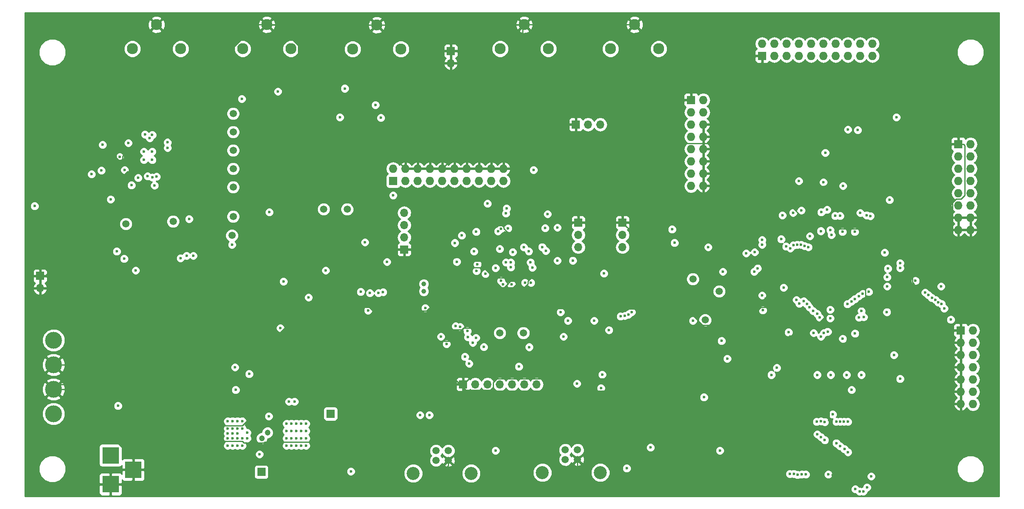
<source format=gbr>
G04 #@! TF.FileFunction,Copper,L2,Inr,Plane*
%FSLAX46Y46*%
G04 Gerber Fmt 4.6, Leading zero omitted, Abs format (unit mm)*
G04 Created by KiCad (PCBNEW 4.0.7-e2-6376~58~ubuntu16.04.1) date Thu Sep 27 21:03:33 2018*
%MOMM*%
%LPD*%
G01*
G04 APERTURE LIST*
%ADD10C,0.100000*%
%ADD11C,1.500000*%
%ADD12R,1.727200X1.727200*%
%ADD13O,1.727200X1.727200*%
%ADD14R,1.700000X1.700000*%
%ADD15O,1.700000X1.700000*%
%ADD16C,1.000000*%
%ADD17C,1.520000*%
%ADD18C,2.700000*%
%ADD19C,2.300000*%
%ADD20R,3.500000X3.500000*%
%ADD21C,3.500000*%
%ADD22C,0.600000*%
%ADD23C,1.200000*%
%ADD24C,0.250000*%
%ADD25C,0.254000*%
G04 APERTURE END LIST*
D10*
D11*
X94361000Y-97663000D03*
D12*
X204216000Y-60452000D03*
D13*
X204216000Y-57912000D03*
X206756000Y-60452000D03*
X206756000Y-57912000D03*
X209296000Y-60452000D03*
X209296000Y-57912000D03*
X211836000Y-60452000D03*
X211836000Y-57912000D03*
X214376000Y-60452000D03*
X214376000Y-57912000D03*
X216916000Y-60452000D03*
X216916000Y-57912000D03*
X219456000Y-60452000D03*
X219456000Y-57912000D03*
X221996000Y-60452000D03*
X221996000Y-57912000D03*
X224536000Y-60452000D03*
X224536000Y-57912000D03*
X227076000Y-60452000D03*
X227076000Y-57912000D03*
D12*
X189484000Y-69596000D03*
D13*
X192024000Y-69596000D03*
X189484000Y-72136000D03*
X192024000Y-72136000D03*
X189484000Y-74676000D03*
X192024000Y-74676000D03*
X189484000Y-77216000D03*
X192024000Y-77216000D03*
X189484000Y-79756000D03*
X192024000Y-79756000D03*
X189484000Y-82296000D03*
X192024000Y-82296000D03*
X189484000Y-84836000D03*
X192024000Y-84836000D03*
X189484000Y-87376000D03*
X192024000Y-87376000D03*
D14*
X166116000Y-94996000D03*
D15*
X166116000Y-97536000D03*
X166116000Y-100076000D03*
D14*
X175260000Y-94996000D03*
D15*
X175260000Y-97536000D03*
X175260000Y-100076000D03*
D14*
X130048000Y-100584000D03*
D15*
X130048000Y-98044000D03*
X130048000Y-95504000D03*
X130048000Y-92964000D03*
D16*
X134112000Y-107696000D03*
X134112000Y-109196000D03*
D12*
X127762000Y-86360000D03*
D13*
X127762000Y-83820000D03*
X130302000Y-86360000D03*
X130302000Y-83820000D03*
X132842000Y-86360000D03*
X132842000Y-83820000D03*
X135382000Y-86360000D03*
X135382000Y-83820000D03*
X137922000Y-86360000D03*
X137922000Y-83820000D03*
X140462000Y-86360000D03*
X140462000Y-83820000D03*
X143002000Y-86360000D03*
X143002000Y-83820000D03*
X145542000Y-86360000D03*
X145542000Y-83820000D03*
X148082000Y-86360000D03*
X148082000Y-83820000D03*
X150622000Y-86360000D03*
X150622000Y-83820000D03*
D17*
X136652000Y-142272000D03*
X139192000Y-142272000D03*
X139192000Y-144272000D03*
X136652000Y-144272000D03*
D18*
X131922000Y-146972000D03*
X143922000Y-146972000D03*
D14*
X142240000Y-128524000D03*
D15*
X144780000Y-128524000D03*
X147320000Y-128524000D03*
X149860000Y-128524000D03*
X152400000Y-128524000D03*
X154940000Y-128524000D03*
X157480000Y-128524000D03*
D14*
X165608000Y-74676000D03*
D15*
X168148000Y-74676000D03*
X170688000Y-74676000D03*
D11*
X149860000Y-117856000D03*
X154740000Y-117856000D03*
D12*
X245364000Y-117348000D03*
D13*
X247904000Y-117348000D03*
X245364000Y-119888000D03*
X247904000Y-119888000D03*
X245364000Y-122428000D03*
X247904000Y-122428000D03*
X245364000Y-124968000D03*
X247904000Y-124968000D03*
X245364000Y-127508000D03*
X247904000Y-127508000D03*
X245364000Y-130048000D03*
X247904000Y-130048000D03*
X245364000Y-132588000D03*
X247904000Y-132588000D03*
D17*
X163418000Y-142112000D03*
X165958000Y-142112000D03*
X165958000Y-144112000D03*
X163418000Y-144112000D03*
D18*
X158688000Y-146812000D03*
X170688000Y-146812000D03*
D14*
X139700000Y-59436000D03*
D15*
X139700000Y-61976000D03*
D19*
X154940000Y-53975000D03*
X159940000Y-58975000D03*
X149940000Y-58975000D03*
X177800000Y-53975000D03*
X182800000Y-58975000D03*
X172800000Y-58975000D03*
D11*
X195326000Y-109220000D03*
D19*
X124380000Y-54055000D03*
X129380000Y-59055000D03*
X119380000Y-59055000D03*
D11*
X192405000Y-115189000D03*
X189865000Y-106680000D03*
D12*
X244856000Y-78740000D03*
D13*
X247396000Y-78740000D03*
X244856000Y-81280000D03*
X247396000Y-81280000D03*
X244856000Y-83820000D03*
X247396000Y-83820000D03*
X244856000Y-86360000D03*
X247396000Y-86360000D03*
X244856000Y-88900000D03*
X247396000Y-88900000D03*
X244856000Y-91440000D03*
X247396000Y-91440000D03*
X244856000Y-93980000D03*
X247396000Y-93980000D03*
X244856000Y-96520000D03*
X247396000Y-96520000D03*
D14*
X100457000Y-146685000D03*
X114808000Y-134620000D03*
D20*
X69215000Y-143225000D03*
X69215000Y-149225000D03*
X73915000Y-146225000D03*
D21*
X57404000Y-134620000D03*
X57404000Y-129540000D03*
X57404000Y-124460000D03*
X57404000Y-119380000D03*
D14*
X54610000Y-106045000D03*
D15*
X54610000Y-108585000D03*
D11*
X113357000Y-92202000D03*
X118237000Y-92202000D03*
X94615000Y-83820000D03*
X94615000Y-80010000D03*
X82169000Y-94742000D03*
X94615000Y-72390000D03*
X94615000Y-76200000D03*
X72390000Y-95250000D03*
D19*
X78740000Y-53975000D03*
X83740000Y-58975000D03*
X73740000Y-58975000D03*
X101600000Y-53975000D03*
X106600000Y-58975000D03*
X96600000Y-58975000D03*
D11*
X94615000Y-87630000D03*
X94615000Y-93726000D03*
D22*
X76112500Y-81987500D03*
X77837500Y-81987500D03*
X77837500Y-80262500D03*
X76112500Y-80262500D03*
X140948771Y-103096502D03*
X102108000Y-92837000D03*
X110236000Y-110490000D03*
X223774000Y-112903000D03*
X225933000Y-113792002D03*
X66548000Y-111887000D03*
X102870000Y-100584000D03*
X206248000Y-130302000D03*
X178816000Y-133223000D03*
X182499000Y-131064000D03*
X178435000Y-128651000D03*
X214757000Y-81026000D03*
X219583000Y-78994000D03*
X80264000Y-116078000D03*
X80264000Y-118999000D03*
X195834000Y-117983000D03*
X81407000Y-123063000D03*
X104013000Y-129540000D03*
X111760000Y-129540000D03*
X110490000Y-129540000D03*
X105410000Y-128270000D03*
X107950000Y-128270000D03*
X107950000Y-127000000D03*
X111760000Y-127000000D03*
X110490000Y-127000000D03*
X109220000Y-127000000D03*
X109220000Y-128270000D03*
X110490000Y-128270000D03*
X111760000Y-128270000D03*
X113157000Y-128270000D03*
X114046000Y-129540000D03*
X114046000Y-128270000D03*
X113988010Y-126422990D03*
X58547000Y-88011000D03*
X62738000Y-89027000D03*
X153924000Y-147955000D03*
X167021000Y-90170000D03*
X171958000Y-82169000D03*
X123190000Y-147701000D03*
X129921000Y-130048000D03*
X139954000Y-137033000D03*
X171704000Y-130556000D03*
X165989000Y-131064000D03*
X165862000Y-146431000D03*
X189992000Y-132461000D03*
X182245000Y-127889000D03*
X162814000Y-91567000D03*
X163068000Y-87376000D03*
X142494000Y-104648000D03*
X147447000Y-103251000D03*
X97663000Y-146399000D03*
X101854000Y-142875000D03*
X108077000Y-148670000D03*
X86487000Y-146558000D03*
X141478000Y-92964000D03*
X153616330Y-107451999D03*
X148393989Y-122428000D03*
X158333000Y-122301000D03*
X148717000Y-95885000D03*
X156210000Y-96774000D03*
X161925000Y-98552000D03*
X149820000Y-91059000D03*
X161798000Y-104325999D03*
X185293000Y-113792000D03*
X174625000Y-120396000D03*
X169799000Y-118110000D03*
X193548000Y-150689979D03*
X218821000Y-147320000D03*
X210058000Y-118618000D03*
X217297000Y-114173000D03*
X217419417Y-87540999D03*
X214249000Y-85979000D03*
X133096000Y-103124000D03*
X131953000Y-112776000D03*
X93599000Y-116078000D03*
X103251000Y-98552000D03*
X102870000Y-95885000D03*
X118364000Y-99695000D03*
X108049559Y-96547441D03*
X111058942Y-99634058D03*
X57971564Y-83252436D03*
X154559000Y-68453000D03*
X157353000Y-73279000D03*
X72009000Y-81026000D03*
X70612000Y-76708000D03*
X81407000Y-76073000D03*
X79883000Y-77724000D03*
X123190000Y-65658996D03*
X125730000Y-65659000D03*
X80518000Y-81500010D03*
X65278000Y-83439000D03*
X61595000Y-83439000D03*
X81915000Y-88421615D03*
X79375000Y-84455000D03*
X219837000Y-96647000D03*
X226822000Y-77216000D03*
X237363000Y-67818000D03*
X243586000Y-69977000D03*
X203327000Y-113157000D03*
X204978000Y-110744000D03*
X208788000Y-112522000D03*
X226441000Y-103886000D03*
X226568000Y-100965000D03*
X226441000Y-97028000D03*
X224790000Y-96266000D03*
X212979000Y-107188000D03*
X204597000Y-101854000D03*
X204851000Y-102997000D03*
X213868000Y-96774000D03*
X218059000Y-135890000D03*
X209921010Y-121539000D03*
X218431859Y-142781857D03*
X220853000Y-127889000D03*
X198464575Y-111156324D03*
X193421000Y-105410000D03*
X244094000Y-105664000D03*
X215900000Y-129159000D03*
X67056000Y-116205000D03*
X205359000Y-88519000D03*
X202819000Y-88646000D03*
X212598000Y-87503000D03*
X214630000Y-87503000D03*
X237109000Y-99949000D03*
X220091000Y-123952000D03*
X217678000Y-123952000D03*
X191008000Y-102489000D03*
X197104000Y-102489000D03*
X210947000Y-88900000D03*
X215265000Y-123824996D03*
X222250000Y-122555000D03*
X234188000Y-95250000D03*
X235712000Y-104648000D03*
X235712000Y-108204000D03*
X225552000Y-88900000D03*
X200192000Y-98084000D03*
X148971000Y-104394000D03*
X156845000Y-84074000D03*
X151130000Y-103235010D03*
X155067000Y-107442000D03*
X150114000Y-107061000D03*
X99060705Y-89403590D03*
X196088000Y-105156000D03*
X208661000Y-108458000D03*
X217292493Y-80518000D03*
X171450000Y-105537000D03*
X232791000Y-104394000D03*
X232029000Y-73152000D03*
X193040006Y-100076000D03*
X181102000Y-141605000D03*
X176149000Y-145923000D03*
X146878051Y-105603051D03*
X165862000Y-128364000D03*
X161798000Y-102869990D03*
X145229918Y-103642000D03*
X145034000Y-105029000D03*
X127762000Y-89348999D03*
X195800261Y-119507000D03*
X159258000Y-96139000D03*
X161798000Y-96012000D03*
X70485000Y-100965000D03*
X74422000Y-104902000D03*
X147320000Y-91059000D03*
X172482000Y-117277000D03*
X189865000Y-115316000D03*
X169418000Y-115316000D03*
X163957000Y-115316000D03*
X217678000Y-92329000D03*
X216916000Y-86614000D03*
X105029000Y-107188000D03*
X104394000Y-116840000D03*
X69215000Y-90170000D03*
X78740000Y-85471000D03*
X204343000Y-113157000D03*
X232790990Y-103378011D03*
X229616000Y-101219000D03*
X209679551Y-117731551D03*
X235975990Y-107061009D03*
X230124000Y-106289010D03*
X223452021Y-117983000D03*
X210643978Y-92938487D03*
X204216000Y-110071010D03*
X217932000Y-147193000D03*
X202565000Y-105156000D03*
X221742000Y-126545011D03*
X218440000Y-126545011D03*
X215646000Y-126545011D03*
X217001000Y-117856000D03*
X224790000Y-126545011D03*
X218821000Y-134747000D03*
X206121000Y-126545011D03*
X72009000Y-102489000D03*
X208407000Y-93472000D03*
X216376000Y-96742000D03*
X207264000Y-125095000D03*
X214884000Y-117856000D03*
X241300000Y-108204000D03*
X230124000Y-108204010D03*
X220980000Y-87376000D03*
X224536000Y-92964000D03*
X202692000Y-101092000D03*
X204216000Y-99568000D03*
X150495000Y-107823000D03*
X159766000Y-93217996D03*
X95123000Y-129667000D03*
X70739000Y-132969000D03*
X192151000Y-131191000D03*
X107315000Y-132080000D03*
X97917000Y-126365000D03*
X106172000Y-132080000D03*
X94996000Y-124968000D03*
X53467000Y-91567000D03*
X126492000Y-103124000D03*
X216451021Y-92837000D03*
X220914647Y-119060647D03*
X230251000Y-104521000D03*
X212344000Y-92455994D03*
X86360000Y-101863999D03*
X84963000Y-101863999D03*
X83693000Y-102362000D03*
X200914000Y-101346000D03*
X216408000Y-118618000D03*
X203276999Y-104470999D03*
X211836000Y-86360000D03*
X81026000Y-79502000D03*
X103886000Y-67818000D03*
X67564000Y-78867000D03*
X67292009Y-84201000D03*
X81025994Y-78359000D03*
X96393000Y-69342000D03*
X76327000Y-76708000D03*
X116713000Y-73152000D03*
X77326667Y-77444781D03*
X125222000Y-73279000D03*
X72898000Y-78486000D03*
X71120000Y-81407000D03*
X152273000Y-107823000D03*
X153797000Y-124841000D03*
X146558000Y-120777000D03*
X100076000Y-143002000D03*
X101981000Y-135128000D03*
X138811000Y-120142000D03*
X134409345Y-112688655D03*
X185547000Y-96393002D03*
X186055000Y-99187000D03*
X152146000Y-104267000D03*
X144907000Y-118872000D03*
X156317012Y-107442000D03*
X162441501Y-113546501D03*
X163068000Y-118618000D03*
X156591000Y-104325999D03*
X158623000Y-100045000D03*
X196977000Y-123190000D03*
X154813004Y-100076000D03*
X155956000Y-120786990D03*
X122936000Y-109591001D03*
X125669051Y-109407949D03*
X72136000Y-84074008D03*
X65278000Y-84963000D03*
X137671129Y-118632416D03*
X122555000Y-113175870D03*
X121031000Y-109347000D03*
X124714000Y-109591000D03*
X225298000Y-114554000D03*
X231521000Y-122428000D03*
X224282000Y-114681006D03*
X232791000Y-127381000D03*
X144526000Y-100965000D03*
X149860000Y-100457000D03*
X140538108Y-99196990D03*
X141986000Y-97663000D03*
X144980250Y-96902771D03*
X113792000Y-104902000D03*
X94361000Y-99568000D03*
X226641169Y-93614268D03*
X151257000Y-92075000D03*
X151130000Y-93091000D03*
X225858036Y-93450851D03*
X204216000Y-98552000D03*
X209169000Y-99949000D03*
X210058000Y-100330000D03*
X210693000Y-99695000D03*
X211482117Y-99563481D03*
X212282104Y-99568400D03*
X213033877Y-99841969D03*
X213793364Y-100093330D03*
X214122000Y-97790000D03*
X218313000Y-96520000D03*
X218567000Y-97536000D03*
X219329000Y-93589000D03*
X220345000Y-93599000D03*
X220853000Y-96901000D03*
X143256000Y-118745000D03*
X118999000Y-146558000D03*
X142621000Y-122809000D03*
X152527000Y-101092000D03*
X148971000Y-142240000D03*
X143510000Y-124206000D03*
X144272000Y-119888000D03*
X152146000Y-103251000D03*
X156226163Y-103233199D03*
X174879000Y-114427000D03*
X143129000Y-117475000D03*
X151577058Y-96199942D03*
X135255000Y-134874000D03*
X133350000Y-134874000D03*
X208151321Y-98426679D03*
X195453000Y-142239996D03*
X224028000Y-75819000D03*
X221996000Y-75692000D03*
X77841594Y-76832515D03*
X117729000Y-67192999D03*
X124079000Y-70612000D03*
X77851000Y-85598000D03*
X85471000Y-94234000D03*
X76871948Y-85375846D03*
X78321894Y-87298023D03*
X73532994Y-87249000D03*
X74930000Y-85725000D03*
X175768000Y-114300000D03*
X164972295Y-102863999D03*
X155874283Y-100943011D03*
X176525741Y-114014397D03*
X177172881Y-113544065D03*
X159385000Y-100838000D03*
X150114000Y-96266000D03*
X141605000Y-116586000D03*
X140722215Y-116465215D03*
X149479000Y-96774000D03*
X97536000Y-139700000D03*
X97536000Y-138525000D03*
X95504000Y-138684000D03*
X94488000Y-138684000D03*
X93472000Y-138684000D03*
X105664000Y-141224000D03*
X106680000Y-141224000D03*
X107696000Y-141224000D03*
X108712000Y-141224000D03*
X109728000Y-141224000D03*
X109728000Y-139700000D03*
X108712000Y-139700000D03*
X107696000Y-139700000D03*
X106680000Y-139700000D03*
X105664000Y-139700000D03*
X105664000Y-138176000D03*
X106680000Y-138176000D03*
X107696000Y-138176000D03*
X108712000Y-138176000D03*
X109728000Y-138176000D03*
X109728000Y-136652000D03*
X108712000Y-136652000D03*
X107696000Y-136652000D03*
X106680000Y-136652000D03*
X105664000Y-136652000D03*
X93472000Y-141224000D03*
X94488000Y-141224000D03*
X95504000Y-141224000D03*
X96520000Y-141224000D03*
X96520000Y-139700000D03*
X95504000Y-139700000D03*
X94488000Y-139700000D03*
X93472000Y-139700000D03*
X96520000Y-137668000D03*
X95504000Y-137668000D03*
X94488000Y-137668000D03*
X93472000Y-137668000D03*
X96520000Y-136144000D03*
X95504000Y-136144000D03*
X94488000Y-136144000D03*
X93472000Y-136144000D03*
D23*
X100552000Y-139700000D03*
X101727000Y-138525000D03*
D22*
X230632000Y-90296998D03*
X170815000Y-129286000D03*
X171069000Y-126492000D03*
X223393000Y-96901000D03*
X218313000Y-113029986D03*
X222758000Y-129667000D03*
X224406041Y-150689979D03*
X211328000Y-110998000D03*
X223520000Y-150239968D03*
X211930974Y-111797503D03*
X212852000Y-111252000D03*
X226822000Y-147574000D03*
X225933000Y-149860000D03*
X213487000Y-111887000D03*
X225206048Y-150687291D03*
X213995000Y-112522000D03*
X214757000Y-113284000D03*
X213233000Y-147193006D03*
X215646000Y-113919000D03*
X212433001Y-147188417D03*
X216154000Y-114681000D03*
X211546513Y-147256493D03*
X210772625Y-147053721D03*
X217800559Y-117597559D03*
X209931000Y-147066000D03*
X218313000Y-114808000D03*
X230068001Y-113528000D03*
X243305768Y-115105446D03*
X224790000Y-113284000D03*
X241935000Y-112776000D03*
X221869000Y-111887000D03*
X241409961Y-111873286D03*
X240688200Y-111528228D03*
X222752998Y-111351001D03*
X223393000Y-110870979D03*
X240110543Y-110974771D03*
X224282000Y-110245990D03*
X239395000Y-110617000D03*
X225044000Y-109728000D03*
X238633000Y-109982000D03*
X226314000Y-109345968D03*
X237998000Y-109474000D03*
X215519000Y-136271000D03*
X215646000Y-138859003D03*
X216408000Y-136144000D03*
X216408000Y-139436000D03*
X217192466Y-136300893D03*
X217189999Y-140061001D03*
X219583000Y-136271000D03*
X219583000Y-140686001D03*
X220383003Y-136271000D03*
X220345000Y-141311001D03*
X221183006Y-136271000D03*
X221286764Y-141936001D03*
X221996000Y-142560990D03*
X221996000Y-136271000D03*
X121920000Y-99060000D03*
D24*
X68108002Y-89027000D02*
X63162264Y-89027000D01*
X79375000Y-84455000D02*
X72680002Y-84455000D01*
X72680002Y-84455000D02*
X68108002Y-89027000D01*
X63162264Y-89027000D02*
X62738000Y-89027000D01*
X192024000Y-84836000D02*
X192024000Y-87376000D01*
X192024000Y-77216000D02*
X192024000Y-79756000D01*
X192024000Y-74676000D02*
X192024000Y-75897314D01*
X192024000Y-75897314D02*
X192024000Y-77216000D01*
X225933000Y-113367738D02*
X225933000Y-113792002D01*
X225415001Y-112475999D02*
X225933000Y-112993998D01*
X225933000Y-112993998D02*
X225933000Y-113367738D01*
X224581999Y-112475999D02*
X225415001Y-112475999D01*
X223474001Y-113202999D02*
X223774000Y-112903000D01*
X222721998Y-113955002D02*
X223474001Y-113202999D01*
X217805000Y-113955002D02*
X222721998Y-113955002D01*
X224201001Y-112475999D02*
X224073999Y-112603001D01*
X224581999Y-112475999D02*
X224201001Y-112475999D01*
X224073999Y-112603001D02*
X223774000Y-112903000D01*
X226232999Y-113492003D02*
X225933000Y-113792002D01*
X235712000Y-108204000D02*
X231521002Y-108204000D01*
X231521002Y-108204000D02*
X226232999Y-113492003D01*
X217805000Y-113955002D02*
X215496001Y-116264001D01*
X217805000Y-113955002D02*
X217722999Y-113873001D01*
X217722999Y-113873001D02*
X217596999Y-113873001D01*
X217596999Y-113873001D02*
X217297000Y-114173000D01*
X237109000Y-99949000D02*
X237408999Y-100248999D01*
X237408999Y-100248999D02*
X237408999Y-102951001D01*
X237408999Y-102951001D02*
X236011999Y-104348001D01*
X236011999Y-104348001D02*
X235712000Y-104648000D01*
X234188000Y-95250000D02*
X237109000Y-98171000D01*
X237109000Y-98171000D02*
X237109000Y-99949000D01*
X79883000Y-77724000D02*
X80182999Y-77424001D01*
X80182999Y-77424001D02*
X81234001Y-77424001D01*
X81234001Y-77424001D02*
X82169000Y-78359000D01*
X82169000Y-78359000D02*
X82169000Y-79849010D01*
X82169000Y-79849010D02*
X80817999Y-81200011D01*
X80817999Y-81200011D02*
X80518000Y-81500010D01*
X168656000Y-84582000D02*
X168656000Y-88535000D01*
X168656000Y-88535000D02*
X167021000Y-90170000D01*
X175260000Y-91186000D02*
X168656000Y-84582000D01*
X168656000Y-84582000D02*
X157353000Y-73279000D01*
X171958000Y-82169000D02*
X171533736Y-82169000D01*
X171533736Y-82169000D02*
X169120736Y-84582000D01*
X169120736Y-84582000D02*
X168656000Y-84582000D01*
X161798000Y-104325999D02*
X158508011Y-104325999D01*
X59878873Y-129540000D02*
X57404000Y-129540000D01*
X158508011Y-104325999D02*
X155692011Y-107141999D01*
X142276002Y-116840000D02*
X141905001Y-117211001D01*
X155692011Y-107141999D02*
X155692011Y-107741991D01*
X104948001Y-117211001D02*
X92619002Y-129540000D01*
X155692011Y-107741991D02*
X146594002Y-116840000D01*
X146594002Y-116840000D02*
X142276002Y-116840000D01*
X141905001Y-117211001D02*
X104948001Y-117211001D01*
X92619002Y-129540000D02*
X59878873Y-129540000D01*
X67056000Y-116205000D02*
X67056000Y-112395000D01*
X67056000Y-112395000D02*
X66548000Y-111887000D01*
X125796051Y-103692949D02*
X125796051Y-106105949D01*
X125796051Y-106105949D02*
X125603000Y-106299000D01*
X131953000Y-113313656D02*
X126746000Y-113313656D01*
X126746000Y-113313656D02*
X123617788Y-113313656D01*
X125603000Y-106299000D02*
X126746000Y-107442000D01*
X126746000Y-107442000D02*
X126746000Y-113313656D01*
X134709346Y-113313656D02*
X131953000Y-113313656D01*
X131953000Y-113313656D02*
X131953000Y-112776000D01*
X204597000Y-101854000D02*
X204597000Y-102743000D01*
X204597000Y-102743000D02*
X204851000Y-102997000D01*
X200192000Y-98084000D02*
X202066999Y-99958999D01*
X202066999Y-99958999D02*
X202701999Y-99958999D01*
X202701999Y-99958999D02*
X204297001Y-101554001D01*
X204297001Y-101554001D02*
X204597000Y-101854000D01*
X197104000Y-102489000D02*
X197104000Y-101172000D01*
X197104000Y-101172000D02*
X200192000Y-98084000D01*
X212979000Y-107188000D02*
X208534000Y-107188000D01*
X208534000Y-107188000D02*
X204978000Y-110744000D01*
X174625000Y-120396000D02*
X172085000Y-120396000D01*
X172085000Y-120396000D02*
X169799000Y-118110000D01*
X203327000Y-113157000D02*
X203027001Y-112857001D01*
X175051999Y-112857001D02*
X170098999Y-117810001D01*
X203027001Y-112857001D02*
X175051999Y-112857001D01*
X170098999Y-117810001D02*
X169799000Y-118110000D01*
X198464575Y-111156324D02*
X201326324Y-111156324D01*
X201326324Y-111156324D02*
X203327000Y-113157000D01*
X203327000Y-113157000D02*
X203327000Y-112395000D01*
X203327000Y-112395000D02*
X204978000Y-110744000D01*
X208788000Y-112522000D02*
X203962000Y-112522000D01*
X203962000Y-112522000D02*
X203327000Y-113157000D01*
X195834000Y-117983000D02*
X203327000Y-117983000D01*
X203327000Y-117983000D02*
X208788000Y-112522000D01*
X185293000Y-113792000D02*
X189416998Y-113792000D01*
X189416998Y-113792000D02*
X193607998Y-117983000D01*
X193607998Y-117983000D02*
X195409736Y-117983000D01*
X195409736Y-117983000D02*
X195834000Y-117983000D01*
X198464575Y-111156324D02*
X187928676Y-111156324D01*
X187928676Y-111156324D02*
X185293000Y-113792000D01*
X193421000Y-105410000D02*
X196342000Y-102489000D01*
X196342000Y-102489000D02*
X197104000Y-102489000D01*
X191008000Y-102489000D02*
X191008000Y-102997000D01*
X191008000Y-102997000D02*
X193421000Y-105410000D01*
X192024000Y-87376000D02*
X201549000Y-87376000D01*
X201549000Y-87376000D02*
X202819000Y-88646000D01*
X191008000Y-102489000D02*
X182753000Y-102489000D01*
X182753000Y-102489000D02*
X175260000Y-94996000D01*
X102870000Y-100711000D02*
X102870000Y-100584000D01*
X102870000Y-100159736D02*
X102870000Y-100584000D01*
X102870000Y-98933000D02*
X102870000Y-100159736D01*
X102824001Y-100756999D02*
X102870000Y-100711000D01*
X103251000Y-98552000D02*
X102870000Y-98933000D01*
X93599000Y-116078000D02*
X93599000Y-109982000D01*
X79121000Y-124460000D02*
X102824001Y-100756999D01*
X93599000Y-109982000D02*
X102824001Y-100756999D01*
X57404000Y-124460000D02*
X79121000Y-124460000D01*
X101854000Y-142875000D02*
X107649000Y-148670000D01*
X107649000Y-148670000D02*
X108077000Y-148670000D01*
X97663000Y-146399000D02*
X86646000Y-146399000D01*
X86646000Y-146399000D02*
X86487000Y-146558000D01*
X73915000Y-146225000D02*
X86154000Y-146225000D01*
X86154000Y-146225000D02*
X86487000Y-146558000D01*
X153616330Y-107451999D02*
X153316331Y-107152000D01*
X153316331Y-107152000D02*
X152018998Y-107152000D01*
X139726003Y-119516999D02*
X102623001Y-119516999D01*
X75915000Y-146225000D02*
X73915000Y-146225000D01*
X152018998Y-107152000D02*
X151647999Y-107522999D01*
X151647999Y-107522999D02*
X151647999Y-107595003D01*
X151647999Y-107595003D02*
X139726003Y-119516999D01*
X102623001Y-119516999D02*
X75915000Y-146225000D01*
X142494000Y-104648000D02*
X142793999Y-104348001D01*
X142793999Y-104348001D02*
X146548003Y-104348001D01*
X146548003Y-104348001D02*
X148636001Y-106435999D01*
X148636001Y-106435999D02*
X152600330Y-106435999D01*
X152600330Y-106435999D02*
X153316331Y-107152000D01*
X147447000Y-103251000D02*
X147147001Y-102951001D01*
X147147001Y-102951001D02*
X144190999Y-102951001D01*
X144190999Y-102951001D02*
X142793999Y-104348001D01*
X153616330Y-107451999D02*
X152620328Y-108448001D01*
X152620328Y-108448001D02*
X150194999Y-108448001D01*
X150194999Y-108448001D02*
X147746999Y-106000001D01*
X147746999Y-106000001D02*
X147746999Y-103550999D01*
X147746999Y-103550999D02*
X147447000Y-103251000D01*
X142240000Y-128524000D02*
X58420000Y-128524000D01*
X58420000Y-128524000D02*
X57404000Y-129540000D01*
X206248000Y-130302000D02*
X203294999Y-127348999D01*
X147884001Y-129699001D02*
X142315001Y-129699001D01*
X203294999Y-127348999D02*
X149295999Y-127348999D01*
X149295999Y-127348999D02*
X148495001Y-128149997D01*
X148495001Y-128149997D02*
X148495001Y-129088001D01*
X148495001Y-129088001D02*
X147884001Y-129699001D01*
X142240000Y-129624000D02*
X142240000Y-128524000D01*
X142315001Y-129699001D02*
X142240000Y-129624000D01*
X215900000Y-129159000D02*
X207391000Y-129159000D01*
X207391000Y-129159000D02*
X206248000Y-130302000D01*
X210058000Y-118618000D02*
X210058000Y-121402010D01*
X210058000Y-121402010D02*
X209921010Y-121539000D01*
X217678000Y-123952000D02*
X215392000Y-123952000D01*
X215392000Y-123952000D02*
X210058000Y-118618000D01*
X217678000Y-123952000D02*
X217378001Y-124251999D01*
X217378001Y-124251999D02*
X217378001Y-127680999D01*
X217378001Y-127680999D02*
X216199999Y-128859001D01*
X216199999Y-128859001D02*
X215900000Y-129159000D01*
X220091000Y-123952000D02*
X220091000Y-127127000D01*
X220091000Y-127127000D02*
X220853000Y-127889000D01*
X220091000Y-123952000D02*
X221488000Y-122555000D01*
X221488000Y-122555000D02*
X222250000Y-122555000D01*
X217678000Y-123952000D02*
X220091000Y-123952000D01*
X215265000Y-123824996D02*
X217550996Y-123824996D01*
X217550996Y-123824996D02*
X217678000Y-123952000D01*
X209921010Y-121539000D02*
X212979004Y-121539000D01*
X212979004Y-121539000D02*
X215265000Y-123824996D01*
X206248000Y-130302000D02*
X209921010Y-126628990D01*
X209921010Y-126628990D02*
X209921010Y-121539000D01*
X178054000Y-132461000D02*
X178816000Y-133223000D01*
X178054000Y-131064000D02*
X182245000Y-131064000D01*
X170434000Y-131064000D02*
X178054000Y-131064000D01*
X178054000Y-131064000D02*
X178054000Y-132461000D01*
X182245000Y-131064000D02*
X182499000Y-131064000D01*
X182499000Y-131064000D02*
X186436000Y-131064000D01*
X177174999Y-129911001D02*
X178435000Y-128651000D01*
X98961001Y-127790001D02*
X140851001Y-127790001D01*
X142972001Y-129911001D02*
X177174999Y-129911001D01*
X140851001Y-127790001D02*
X142972001Y-129911001D01*
X59153999Y-127790001D02*
X98961001Y-127790001D01*
X171704000Y-130556000D02*
X146762198Y-130556000D01*
X146762198Y-130556000D02*
X136856198Y-140462000D01*
X136856198Y-140462000D02*
X101159002Y-140462000D01*
X101159002Y-140462000D02*
X100996001Y-140625001D01*
X100996001Y-140625001D02*
X96846003Y-140625001D01*
X96846003Y-140625001D02*
X96546003Y-140325001D01*
X68189001Y-140325001D02*
X59153999Y-131289999D01*
X96546003Y-140325001D02*
X68189001Y-140325001D01*
X59153999Y-131289999D02*
X57404000Y-129540000D01*
X148393989Y-122428000D02*
X142297989Y-128524000D01*
X142297989Y-128524000D02*
X142240000Y-128524000D01*
X158333000Y-122301000D02*
X148520989Y-122301000D01*
X148520989Y-122301000D02*
X148393989Y-122428000D01*
X182245000Y-127889000D02*
X179959000Y-130175000D01*
X179959000Y-130175000D02*
X166207000Y-130175000D01*
X166207000Y-130175000D02*
X158632999Y-122600999D01*
X158632999Y-122600999D02*
X158333000Y-122301000D01*
X171704000Y-130556000D02*
X179578000Y-130556000D01*
X179578000Y-130556000D02*
X182245000Y-127889000D01*
X212298399Y-78567399D02*
X214757000Y-81026000D01*
X204089000Y-78567399D02*
X206837399Y-78567399D01*
X143174601Y-78567399D02*
X204089000Y-78567399D01*
X204089000Y-78567399D02*
X212298399Y-78567399D01*
X220218000Y-79629000D02*
X210947000Y-88900000D01*
X222631000Y-77216000D02*
X220218000Y-79629000D01*
X220218000Y-79629000D02*
X219583000Y-78994000D01*
X243586000Y-69977000D02*
X241427000Y-67818000D01*
X241427000Y-67818000D02*
X237363000Y-67818000D01*
X244856000Y-78740000D02*
X244856000Y-71247000D01*
X244856000Y-71247000D02*
X243586000Y-69977000D01*
X244094000Y-105664000D02*
X243667399Y-105237399D01*
X243667399Y-105237399D02*
X243667399Y-90869471D01*
X243667399Y-90869471D02*
X244448269Y-90088601D01*
X244448269Y-90088601D02*
X245426529Y-90088601D01*
X245426529Y-90088601D02*
X246207399Y-89307731D01*
X246207399Y-89307731D02*
X246207399Y-78977799D01*
X246207399Y-78977799D02*
X245969600Y-78740000D01*
X245969600Y-78740000D02*
X244856000Y-78740000D01*
X236011999Y-104348001D02*
X242778001Y-104348001D01*
X242778001Y-104348001D02*
X243794001Y-105364001D01*
X243794001Y-105364001D02*
X244094000Y-105664000D01*
X235712000Y-108204000D02*
X235712000Y-107722021D01*
X235712000Y-107722021D02*
X235331000Y-107341021D01*
X235331000Y-107341021D02*
X235331000Y-105029000D01*
X235331000Y-105029000D02*
X235412001Y-104947999D01*
X235412001Y-104947999D02*
X235712000Y-104648000D01*
X226441000Y-103886000D02*
X226441000Y-107405998D01*
X226441000Y-107405998D02*
X225669001Y-108177997D01*
X225669001Y-108177997D02*
X225669001Y-111388997D01*
X225669001Y-111388997D02*
X224581999Y-112475999D01*
X226568000Y-100965000D02*
X226568000Y-103759000D01*
X226568000Y-103759000D02*
X226441000Y-103886000D01*
X226441000Y-97028000D02*
X226441000Y-100838000D01*
X226441000Y-100838000D02*
X226568000Y-100965000D01*
X224790000Y-96266000D02*
X225679000Y-96266000D01*
X225679000Y-96266000D02*
X226441000Y-97028000D01*
X219837000Y-96647000D02*
X220218000Y-96266000D01*
X220218000Y-96266000D02*
X224790000Y-96266000D01*
X213868000Y-96774000D02*
X216027000Y-94615000D01*
X216027000Y-94615000D02*
X217805000Y-94615000D01*
X217805000Y-94615000D02*
X219537001Y-96347001D01*
X219537001Y-96347001D02*
X219837000Y-96647000D01*
X205359000Y-88519000D02*
X207149493Y-88519000D01*
X207149493Y-88519000D02*
X213868000Y-95237507D01*
X213868000Y-95237507D02*
X213868000Y-96349736D01*
X213868000Y-96349736D02*
X213868000Y-96774000D01*
X202819000Y-88646000D02*
X205232000Y-88646000D01*
X205232000Y-88646000D02*
X205359000Y-88519000D01*
X210947000Y-88900000D02*
X205740000Y-88900000D01*
X205740000Y-88900000D02*
X205359000Y-88519000D01*
X226822000Y-77216000D02*
X222631000Y-77216000D01*
X225552000Y-88900000D02*
X225552000Y-78486000D01*
X225552000Y-78486000D02*
X226822000Y-77216000D01*
X217419417Y-87540999D02*
X218778418Y-88900000D01*
X218778418Y-88900000D02*
X225552000Y-88900000D01*
X214630000Y-87503000D02*
X217381418Y-87503000D01*
X217381418Y-87503000D02*
X217419417Y-87540999D01*
X212598000Y-87503000D02*
X214630000Y-87503000D01*
X214249000Y-85979000D02*
X214122000Y-85979000D01*
X214122000Y-85979000D02*
X212598000Y-87503000D01*
X137922000Y-83820000D02*
X143174601Y-78567399D01*
X206837399Y-78567399D02*
X213949001Y-85679001D01*
X213949001Y-85679001D02*
X214249000Y-85979000D01*
X130302000Y-83820000D02*
X150622000Y-83820000D01*
X101600000Y-53975000D02*
X103783002Y-53975000D01*
X108075001Y-58266999D02*
X108075001Y-61593001D01*
X103783002Y-53975000D02*
X108075001Y-58266999D01*
X108075001Y-61593001D02*
X129438401Y-82956401D01*
X129438401Y-82956401D02*
X130302000Y-83820000D01*
X54610000Y-106045000D02*
X54610000Y-108585000D01*
X58547000Y-88011000D02*
X58547000Y-103208000D01*
X58547000Y-103208000D02*
X55710000Y-106045000D01*
X55710000Y-106045000D02*
X54610000Y-106045000D01*
X61595000Y-83439000D02*
X65278000Y-83439000D01*
X57971564Y-83252436D02*
X61408436Y-83252436D01*
X61408436Y-83252436D02*
X61595000Y-83439000D01*
X57971564Y-83252436D02*
X57971564Y-87435564D01*
X57971564Y-87435564D02*
X58547000Y-88011000D01*
X62738000Y-89027000D02*
X61722000Y-88011000D01*
X61722000Y-88011000D02*
X58547000Y-88011000D01*
X72009000Y-81026000D02*
X75438000Y-84455000D01*
X75438000Y-84455000D02*
X79375000Y-84455000D01*
X80518000Y-81500010D02*
X80518000Y-83312000D01*
X80518000Y-83312000D02*
X79375000Y-84455000D01*
X79883000Y-77724000D02*
X79883000Y-77597000D01*
X79883000Y-77597000D02*
X81407000Y-76073000D01*
X101600000Y-53975000D02*
X99416998Y-53975000D01*
X99416998Y-53975000D02*
X81407000Y-71984998D01*
X81407000Y-75648736D02*
X81407000Y-76073000D01*
X81407000Y-71984998D02*
X81407000Y-75648736D01*
X124380000Y-54055000D02*
X101680000Y-54055000D01*
X101680000Y-54055000D02*
X101600000Y-53975000D01*
X154940000Y-53975000D02*
X137414000Y-53975000D01*
X137414000Y-53975000D02*
X125730000Y-65659000D01*
X124380000Y-54055000D02*
X154860000Y-54055000D01*
X154860000Y-54055000D02*
X154940000Y-53975000D01*
X154940000Y-53975000D02*
X177800000Y-53975000D01*
X154559000Y-68453000D02*
X154559000Y-54356000D01*
X154559000Y-54356000D02*
X154940000Y-53975000D01*
X157353000Y-73279000D02*
X157353000Y-71247000D01*
X157353000Y-71247000D02*
X154559000Y-68453000D01*
X175260000Y-94996000D02*
X175260000Y-91186000D01*
X167021000Y-90170000D02*
X167021000Y-90594264D01*
X167021000Y-90594264D02*
X171422736Y-94996000D01*
X171422736Y-94996000D02*
X174160000Y-94996000D01*
X174160000Y-94996000D02*
X175260000Y-94996000D01*
X164211000Y-90170000D02*
X167021000Y-90170000D01*
X162814000Y-91567000D02*
X164211000Y-90170000D01*
X163068000Y-87376000D02*
X163068000Y-91313000D01*
X163068000Y-91313000D02*
X162814000Y-91567000D01*
X149820000Y-91059000D02*
X153503000Y-87376000D01*
X153503000Y-87376000D02*
X163068000Y-87376000D01*
X148717000Y-95885000D02*
X148717000Y-92162000D01*
X148717000Y-92162000D02*
X149820000Y-91059000D01*
X141478000Y-92964000D02*
X145796000Y-92964000D01*
X145796000Y-92964000D02*
X148717000Y-95885000D01*
X148717000Y-95885000D02*
X147447000Y-97155000D01*
X147447000Y-97155000D02*
X147447000Y-103251000D01*
X156210000Y-96774000D02*
X155910001Y-97073999D01*
X155910001Y-97073999D02*
X151526113Y-97073999D01*
X151526113Y-97073999D02*
X150739001Y-96286887D01*
X150739001Y-96286887D02*
X150739001Y-95965999D01*
X150739001Y-95965999D02*
X150358003Y-95585001D01*
X150358003Y-95585001D02*
X149016999Y-95585001D01*
X149016999Y-95585001D02*
X148717000Y-95885000D01*
X161925000Y-98552000D02*
X157988000Y-98552000D01*
X157988000Y-98552000D02*
X156210000Y-96774000D01*
X166116000Y-94996000D02*
X165016000Y-94996000D01*
X161925000Y-98087000D02*
X161925000Y-98127736D01*
X165016000Y-94996000D02*
X161925000Y-98087000D01*
X161925000Y-98127736D02*
X161925000Y-98552000D01*
X140335000Y-131064000D02*
X128905000Y-131064000D01*
X129921000Y-130048000D02*
X129621001Y-130347999D01*
X128905000Y-131064000D02*
X102525002Y-131064000D01*
X129621001Y-130347999D02*
X128905000Y-131064000D01*
X165989000Y-131064000D02*
X140335000Y-131064000D01*
X140335000Y-131064000D02*
X140335000Y-136652000D01*
X140335000Y-136652000D02*
X139954000Y-137033000D01*
X244094000Y-105664000D02*
X245364000Y-106934000D01*
X245364000Y-106934000D02*
X245364000Y-117348000D01*
X247396000Y-96520000D02*
X247396000Y-102362000D01*
X247396000Y-102362000D02*
X244094000Y-105664000D01*
X244856000Y-96520000D02*
X246077314Y-96520000D01*
X246077314Y-96520000D02*
X247396000Y-96520000D01*
X244856000Y-95201314D02*
X244856000Y-96520000D01*
X244856000Y-93980000D02*
X244856000Y-95201314D01*
X247396000Y-96520000D02*
X247396000Y-93980000D01*
X244856000Y-93980000D02*
X247396000Y-93980000D01*
X245364000Y-121158000D02*
X245364000Y-119888000D01*
X245364000Y-117348000D02*
X245364000Y-121158000D01*
X245364000Y-122428000D02*
X245364000Y-123649314D01*
X245364000Y-123649314D02*
X245364000Y-124968000D01*
X245364000Y-119888000D02*
X245364000Y-121109314D01*
X245364000Y-121109314D02*
X245364000Y-122428000D01*
X245364000Y-124968000D02*
X245364000Y-126189314D01*
X245364000Y-126189314D02*
X245364000Y-127508000D01*
X245364000Y-127508000D02*
X245364000Y-132588000D01*
X218821000Y-147320000D02*
X233553000Y-132588000D01*
X233553000Y-132588000D02*
X245364000Y-132588000D01*
X218059000Y-135890000D02*
X218059000Y-142408998D01*
X218059000Y-142408998D02*
X218431859Y-142781857D01*
X218059000Y-135890000D02*
X218059000Y-131318000D01*
X218059000Y-131318000D02*
X215900000Y-129159000D01*
X182245000Y-127889000D02*
X182245000Y-131064000D01*
X170434000Y-131064000D02*
X171196000Y-131064000D01*
X165989000Y-131064000D02*
X170434000Y-131064000D01*
X193548000Y-150689979D02*
X193548000Y-138176000D01*
X193548000Y-138176000D02*
X193548000Y-136017000D01*
X186436000Y-131064000D02*
X193548000Y-138176000D01*
X193548000Y-136017000D02*
X189992000Y-132461000D01*
X165100000Y-149225000D02*
X164084000Y-149225000D01*
X164084000Y-149225000D02*
X155067000Y-149225000D01*
X165862000Y-146431000D02*
X165437736Y-146431000D01*
X165437736Y-146431000D02*
X164084000Y-147784736D01*
X164084000Y-147784736D02*
X164084000Y-149225000D01*
X217340264Y-149225000D02*
X165100000Y-149225000D01*
X165958000Y-144112000D02*
X165958000Y-148367000D01*
X165958000Y-148367000D02*
X165100000Y-149225000D01*
X155067000Y-149225000D02*
X138684000Y-149225000D01*
X153924000Y-147955000D02*
X154223999Y-148254999D01*
X154223999Y-148254999D02*
X154223999Y-148381999D01*
X154223999Y-148381999D02*
X155067000Y-149225000D01*
X138684000Y-149225000D02*
X125603000Y-149225000D01*
X139192000Y-145346802D02*
X138684000Y-145854802D01*
X139192000Y-144272000D02*
X139192000Y-145346802D01*
X138684000Y-145854802D02*
X138684000Y-149225000D01*
X125603000Y-149225000D02*
X71215000Y-149225000D01*
X123190000Y-147701000D02*
X124079000Y-147701000D01*
X124079000Y-147701000D02*
X125603000Y-149225000D01*
X81407000Y-140733000D02*
X81280000Y-140860000D01*
X81280000Y-140860000D02*
X75915000Y-146225000D01*
X86487000Y-146558000D02*
X86487000Y-146067000D01*
X86487000Y-146067000D02*
X81280000Y-140860000D01*
X218821000Y-147320000D02*
X218821000Y-147744264D01*
X218821000Y-147744264D02*
X217340264Y-149225000D01*
X71215000Y-149225000D02*
X69215000Y-149225000D01*
X102525002Y-131064000D02*
X96546003Y-137042999D01*
X96546003Y-137042999D02*
X85097001Y-137042999D01*
X85097001Y-137042999D02*
X75915000Y-146225000D01*
X171196000Y-131064000D02*
X171704000Y-130556000D01*
X80264000Y-116078000D02*
X80264000Y-118999000D01*
X81407000Y-123063000D02*
X81407000Y-140733000D01*
X80264000Y-118999000D02*
X80264000Y-121920000D01*
X80264000Y-121920000D02*
X81407000Y-123063000D01*
X172271001Y-116264001D02*
X168783000Y-112776000D01*
X122855001Y-112550869D02*
X109589131Y-112550869D01*
X215496001Y-116264001D02*
X172271001Y-116264001D01*
X168783000Y-112776000D02*
X135247002Y-112776000D01*
X135247002Y-112776000D02*
X134709346Y-113313656D01*
X123617788Y-113313656D02*
X122855001Y-112550869D01*
X109589131Y-112550869D02*
X75915000Y-146225000D01*
X123190000Y-65658996D02*
X123489999Y-65358997D01*
X123489999Y-65358997D02*
X125429997Y-65358997D01*
X125429997Y-65358997D02*
X125430001Y-65359001D01*
X125430001Y-65359001D02*
X125730000Y-65659000D01*
X139700000Y-61976000D02*
X129413000Y-61976000D01*
X129413000Y-61976000D02*
X125730000Y-65659000D01*
X72009000Y-81026000D02*
X71882000Y-81026000D01*
X71882000Y-81026000D02*
X71745001Y-81162999D01*
X71745001Y-81162999D02*
X71745001Y-81707001D01*
X71745001Y-81707001D02*
X71420001Y-82032001D01*
X70312001Y-77007999D02*
X70612000Y-76708000D01*
X71420001Y-82032001D02*
X70819999Y-82032001D01*
X70819999Y-82032001D02*
X70312001Y-81524003D01*
X70312001Y-81524003D02*
X70312001Y-77007999D01*
X81915000Y-88421615D02*
X81915000Y-86995000D01*
X81915000Y-86995000D02*
X79375000Y-84455000D01*
X81407000Y-123063000D02*
X78613000Y-120269000D01*
X78613000Y-120269000D02*
X78613000Y-91723615D01*
X78613000Y-91723615D02*
X81615001Y-88721614D01*
X81615001Y-88721614D02*
X81915000Y-88421615D01*
X67056000Y-116205000D02*
X74549000Y-116205000D01*
X74549000Y-116205000D02*
X81407000Y-123063000D01*
X102870000Y-95885000D02*
X102570001Y-96184999D01*
X102570001Y-96184999D02*
X102570001Y-97871001D01*
X102570001Y-97871001D02*
X102951001Y-98252001D01*
X102951001Y-98252001D02*
X103251000Y-98552000D01*
X108049559Y-96547441D02*
X103532441Y-96547441D01*
X103532441Y-96547441D02*
X102870000Y-95885000D01*
X108049559Y-96547441D02*
X111058942Y-99556824D01*
X111058942Y-99556824D02*
X111058942Y-99634058D01*
X86189736Y-123063000D02*
X81407000Y-123063000D01*
X93599000Y-116078000D02*
X93174736Y-116078000D01*
X93174736Y-116078000D02*
X86189736Y-123063000D01*
X93599000Y-116078000D02*
X99568000Y-116078000D01*
X99568000Y-116078000D02*
X110490000Y-127000000D01*
X67056000Y-116205000D02*
X65659000Y-116205000D01*
X65659000Y-116205000D02*
X57404000Y-124460000D01*
X54610000Y-108585000D02*
X59436000Y-108585000D01*
X59436000Y-108585000D02*
X67056000Y-116205000D01*
X73915000Y-146225000D02*
X73915000Y-148225000D01*
X73915000Y-148225000D02*
X72915000Y-149225000D01*
X72915000Y-149225000D02*
X71215000Y-149225000D01*
X59153999Y-131289999D02*
X61365001Y-131289999D01*
X61365001Y-131289999D02*
X73915000Y-143839998D01*
X73915000Y-143839998D02*
X73915000Y-144225000D01*
X73915000Y-144225000D02*
X73915000Y-146225000D01*
X57404000Y-129540000D02*
X59153999Y-127790001D01*
X59153999Y-127790001D02*
X59153999Y-126209999D01*
X59153999Y-126209999D02*
X57404000Y-124460000D01*
D25*
G36*
X253315000Y-151715000D02*
X51485000Y-151715000D01*
X51485000Y-149510750D01*
X66830000Y-149510750D01*
X66830000Y-151101309D01*
X66926673Y-151334698D01*
X67105301Y-151513327D01*
X67338690Y-151610000D01*
X68929250Y-151610000D01*
X69088000Y-151451250D01*
X69088000Y-149352000D01*
X69342000Y-149352000D01*
X69342000Y-151451250D01*
X69500750Y-151610000D01*
X71091310Y-151610000D01*
X71324699Y-151513327D01*
X71503327Y-151334698D01*
X71600000Y-151101309D01*
X71600000Y-150425135D01*
X222584838Y-150425135D01*
X222726883Y-150768911D01*
X222989673Y-151032160D01*
X223333201Y-151174806D01*
X223594790Y-151175034D01*
X223612924Y-151218922D01*
X223875714Y-151482171D01*
X224219242Y-151624817D01*
X224591208Y-151625141D01*
X224809393Y-151534989D01*
X225019249Y-151622129D01*
X225391215Y-151622453D01*
X225734991Y-151480408D01*
X225998240Y-151217618D01*
X226140886Y-150874090D01*
X226140963Y-150785743D01*
X226461943Y-150653117D01*
X226725192Y-150390327D01*
X226867838Y-150046799D01*
X226868162Y-149674833D01*
X226726117Y-149331057D01*
X226463327Y-149067808D01*
X226119799Y-148925162D01*
X225747833Y-148924838D01*
X225404057Y-149066883D01*
X225140808Y-149329673D01*
X224998162Y-149673201D01*
X224998085Y-149761548D01*
X224802696Y-149842281D01*
X224592840Y-149755141D01*
X224331251Y-149754913D01*
X224313117Y-149711025D01*
X224050327Y-149447776D01*
X223706799Y-149305130D01*
X223334833Y-149304806D01*
X222991057Y-149446851D01*
X222727808Y-149709641D01*
X222585162Y-150053169D01*
X222584838Y-150425135D01*
X71600000Y-150425135D01*
X71600000Y-149510750D01*
X71441250Y-149352000D01*
X69342000Y-149352000D01*
X69088000Y-149352000D01*
X66988750Y-149352000D01*
X66830000Y-149510750D01*
X51485000Y-149510750D01*
X51485000Y-146601540D01*
X54364518Y-146601540D01*
X54787616Y-147625515D01*
X55570365Y-148409631D01*
X56593599Y-148834515D01*
X57701540Y-148835482D01*
X58725515Y-148412384D01*
X59509631Y-147629635D01*
X59626289Y-147348691D01*
X66830000Y-147348691D01*
X66830000Y-148939250D01*
X66988750Y-149098000D01*
X69088000Y-149098000D01*
X69088000Y-146998750D01*
X69342000Y-146998750D01*
X69342000Y-149098000D01*
X71441250Y-149098000D01*
X71600000Y-148939250D01*
X71600000Y-148270304D01*
X71626673Y-148334698D01*
X71805301Y-148513327D01*
X72038690Y-148610000D01*
X73629250Y-148610000D01*
X73788000Y-148451250D01*
X73788000Y-146352000D01*
X74042000Y-146352000D01*
X74042000Y-148451250D01*
X74200750Y-148610000D01*
X75791310Y-148610000D01*
X76024699Y-148513327D01*
X76203327Y-148334698D01*
X76300000Y-148101309D01*
X76300000Y-146510750D01*
X76141250Y-146352000D01*
X74042000Y-146352000D01*
X73788000Y-146352000D01*
X71688750Y-146352000D01*
X71530000Y-146510750D01*
X71530000Y-147179696D01*
X71503327Y-147115302D01*
X71324699Y-146936673D01*
X71091310Y-146840000D01*
X69500750Y-146840000D01*
X69342000Y-146998750D01*
X69088000Y-146998750D01*
X68929250Y-146840000D01*
X67338690Y-146840000D01*
X67105301Y-146936673D01*
X66926673Y-147115302D01*
X66830000Y-147348691D01*
X59626289Y-147348691D01*
X59934515Y-146606401D01*
X59935482Y-145498460D01*
X59512384Y-144474485D01*
X58729635Y-143690369D01*
X57706401Y-143265485D01*
X56598460Y-143264518D01*
X55574485Y-143687616D01*
X54790369Y-144470365D01*
X54365485Y-145493599D01*
X54364518Y-146601540D01*
X51485000Y-146601540D01*
X51485000Y-141475000D01*
X66817560Y-141475000D01*
X66817560Y-144975000D01*
X66861838Y-145210317D01*
X67000910Y-145426441D01*
X67213110Y-145571431D01*
X67465000Y-145622440D01*
X70965000Y-145622440D01*
X71200317Y-145578162D01*
X71416441Y-145439090D01*
X71530000Y-145272891D01*
X71530000Y-145939250D01*
X71688750Y-146098000D01*
X73788000Y-146098000D01*
X73788000Y-143998750D01*
X74042000Y-143998750D01*
X74042000Y-146098000D01*
X76141250Y-146098000D01*
X76300000Y-145939250D01*
X76300000Y-145835000D01*
X98959560Y-145835000D01*
X98959560Y-147535000D01*
X99003838Y-147770317D01*
X99142910Y-147986441D01*
X99355110Y-148131431D01*
X99607000Y-148182440D01*
X101307000Y-148182440D01*
X101542317Y-148138162D01*
X101758441Y-147999090D01*
X101903431Y-147786890D01*
X101954440Y-147535000D01*
X101954440Y-146743167D01*
X118063838Y-146743167D01*
X118205883Y-147086943D01*
X118468673Y-147350192D01*
X118812201Y-147492838D01*
X119184167Y-147493162D01*
X119494079Y-147365109D01*
X129936657Y-147365109D01*
X130238218Y-148094943D01*
X130796120Y-148653819D01*
X131525427Y-148956654D01*
X132315109Y-148957343D01*
X133044943Y-148655782D01*
X133603819Y-148097880D01*
X133906654Y-147368573D01*
X133906657Y-147365109D01*
X141936657Y-147365109D01*
X142238218Y-148094943D01*
X142796120Y-148653819D01*
X143525427Y-148956654D01*
X144315109Y-148957343D01*
X145044943Y-148655782D01*
X145603819Y-148097880D01*
X145906654Y-147368573D01*
X145906796Y-147205109D01*
X156702657Y-147205109D01*
X157004218Y-147934943D01*
X157562120Y-148493819D01*
X158291427Y-148796654D01*
X159081109Y-148797343D01*
X159810943Y-148495782D01*
X160369819Y-147937880D01*
X160672654Y-147208573D01*
X160672657Y-147205109D01*
X168702657Y-147205109D01*
X169004218Y-147934943D01*
X169562120Y-148493819D01*
X170291427Y-148796654D01*
X171081109Y-148797343D01*
X171810943Y-148495782D01*
X172369819Y-147937880D01*
X172654967Y-147251167D01*
X208995838Y-147251167D01*
X209137883Y-147594943D01*
X209400673Y-147858192D01*
X209744201Y-148000838D01*
X210116167Y-148001162D01*
X210366790Y-147897607D01*
X210585826Y-147988559D01*
X210956487Y-147988882D01*
X211016186Y-148048685D01*
X211359714Y-148191331D01*
X211731680Y-148191655D01*
X212072143Y-148050979D01*
X212246202Y-148123255D01*
X212618168Y-148123579D01*
X212827565Y-148037058D01*
X213046201Y-148127844D01*
X213418167Y-148128168D01*
X213761943Y-147986123D01*
X214025192Y-147723333D01*
X214167838Y-147379805D01*
X214167839Y-147378167D01*
X216996838Y-147378167D01*
X217138883Y-147721943D01*
X217401673Y-147985192D01*
X217745201Y-148127838D01*
X218117167Y-148128162D01*
X218460943Y-147986117D01*
X218688289Y-147759167D01*
X225886838Y-147759167D01*
X226028883Y-148102943D01*
X226291673Y-148366192D01*
X226635201Y-148508838D01*
X227007167Y-148509162D01*
X227350943Y-148367117D01*
X227614192Y-148104327D01*
X227756838Y-147760799D01*
X227757162Y-147388833D01*
X227615117Y-147045057D01*
X227352327Y-146781808D01*
X227008799Y-146639162D01*
X226636833Y-146638838D01*
X226293057Y-146780883D01*
X226029808Y-147043673D01*
X225887162Y-147387201D01*
X225886838Y-147759167D01*
X218688289Y-147759167D01*
X218724192Y-147723327D01*
X218866838Y-147379799D01*
X218867162Y-147007833D01*
X218725117Y-146664057D01*
X218662710Y-146601540D01*
X244610518Y-146601540D01*
X245033616Y-147625515D01*
X245816365Y-148409631D01*
X246839599Y-148834515D01*
X247947540Y-148835482D01*
X248971515Y-148412384D01*
X249755631Y-147629635D01*
X250180515Y-146606401D01*
X250181482Y-145498460D01*
X249758384Y-144474485D01*
X248975635Y-143690369D01*
X247952401Y-143265485D01*
X246844460Y-143264518D01*
X245820485Y-143687616D01*
X245036369Y-144470365D01*
X244611485Y-145493599D01*
X244610518Y-146601540D01*
X218662710Y-146601540D01*
X218462327Y-146400808D01*
X218118799Y-146258162D01*
X217746833Y-146257838D01*
X217403057Y-146399883D01*
X217139808Y-146662673D01*
X216997162Y-147006201D01*
X216996838Y-147378167D01*
X214167839Y-147378167D01*
X214168162Y-147007839D01*
X214026117Y-146664063D01*
X213763327Y-146400814D01*
X213419799Y-146258168D01*
X213047833Y-146257844D01*
X212838436Y-146344365D01*
X212619800Y-146253579D01*
X212247834Y-146253255D01*
X211907371Y-146393931D01*
X211733312Y-146321655D01*
X211362651Y-146321332D01*
X211302952Y-146261529D01*
X210959424Y-146118883D01*
X210587458Y-146118559D01*
X210336835Y-146222114D01*
X210117799Y-146131162D01*
X209745833Y-146130838D01*
X209402057Y-146272883D01*
X209138808Y-146535673D01*
X208996162Y-146879201D01*
X208995838Y-147251167D01*
X172654967Y-147251167D01*
X172672654Y-147208573D01*
X172673343Y-146418891D01*
X172544955Y-146108167D01*
X175213838Y-146108167D01*
X175355883Y-146451943D01*
X175618673Y-146715192D01*
X175962201Y-146857838D01*
X176334167Y-146858162D01*
X176677943Y-146716117D01*
X176941192Y-146453327D01*
X177083838Y-146109799D01*
X177084162Y-145737833D01*
X176942117Y-145394057D01*
X176679327Y-145130808D01*
X176335799Y-144988162D01*
X175963833Y-144987838D01*
X175620057Y-145129883D01*
X175356808Y-145392673D01*
X175214162Y-145736201D01*
X175213838Y-146108167D01*
X172544955Y-146108167D01*
X172371782Y-145689057D01*
X171813880Y-145130181D01*
X171084573Y-144827346D01*
X170294891Y-144826657D01*
X169565057Y-145128218D01*
X169006181Y-145686120D01*
X168703346Y-146415427D01*
X168702657Y-147205109D01*
X160672657Y-147205109D01*
X160673343Y-146418891D01*
X160371782Y-145689057D01*
X159813880Y-145130181D01*
X159084573Y-144827346D01*
X158294891Y-144826657D01*
X157565057Y-145128218D01*
X157006181Y-145686120D01*
X156703346Y-146415427D01*
X156702657Y-147205109D01*
X145906796Y-147205109D01*
X145907343Y-146578891D01*
X145605782Y-145849057D01*
X145047880Y-145290181D01*
X144318573Y-144987346D01*
X143528891Y-144986657D01*
X142799057Y-145288218D01*
X142240181Y-145846120D01*
X141937346Y-146575427D01*
X141936657Y-147365109D01*
X133906657Y-147365109D01*
X133907343Y-146578891D01*
X133605782Y-145849057D01*
X133047880Y-145290181D01*
X132318573Y-144987346D01*
X131528891Y-144986657D01*
X130799057Y-145288218D01*
X130240181Y-145846120D01*
X129937346Y-146575427D01*
X129936657Y-147365109D01*
X119494079Y-147365109D01*
X119527943Y-147351117D01*
X119791192Y-147088327D01*
X119933838Y-146744799D01*
X119934162Y-146372833D01*
X119792117Y-146029057D01*
X119529327Y-145765808D01*
X119185799Y-145623162D01*
X118813833Y-145622838D01*
X118470057Y-145764883D01*
X118206808Y-146027673D01*
X118064162Y-146371201D01*
X118063838Y-146743167D01*
X101954440Y-146743167D01*
X101954440Y-145835000D01*
X101910162Y-145599683D01*
X101771090Y-145383559D01*
X101558890Y-145238569D01*
X101307000Y-145187560D01*
X99607000Y-145187560D01*
X99371683Y-145231838D01*
X99155559Y-145370910D01*
X99010569Y-145583110D01*
X98959560Y-145835000D01*
X76300000Y-145835000D01*
X76300000Y-144348691D01*
X76203327Y-144115302D01*
X76024699Y-143936673D01*
X75791310Y-143840000D01*
X74200750Y-143840000D01*
X74042000Y-143998750D01*
X73788000Y-143998750D01*
X73629250Y-143840000D01*
X72038690Y-143840000D01*
X71805301Y-143936673D01*
X71626673Y-144115302D01*
X71612440Y-144149663D01*
X71612440Y-143187167D01*
X99140838Y-143187167D01*
X99282883Y-143530943D01*
X99545673Y-143794192D01*
X99889201Y-143936838D01*
X100261167Y-143937162D01*
X100604943Y-143795117D01*
X100868192Y-143532327D01*
X101010838Y-143188799D01*
X101011162Y-142816833D01*
X100900193Y-142548265D01*
X135256758Y-142548265D01*
X135468687Y-143061172D01*
X135679171Y-143272024D01*
X135470066Y-143480764D01*
X135257242Y-143993300D01*
X135256758Y-144548265D01*
X135468687Y-145061172D01*
X135860764Y-145453934D01*
X136373300Y-145666758D01*
X136928265Y-145667242D01*
X137441172Y-145455313D01*
X137646078Y-145250764D01*
X138392841Y-145250764D01*
X138462059Y-145492742D01*
X138984780Y-145679155D01*
X139539049Y-145651341D01*
X139921941Y-145492742D01*
X139991159Y-145250764D01*
X139192000Y-144451605D01*
X138392841Y-145250764D01*
X137646078Y-145250764D01*
X137833934Y-145063236D01*
X137915391Y-144867066D01*
X137971258Y-145001941D01*
X138213236Y-145071159D01*
X139012395Y-144272000D01*
X139371605Y-144272000D01*
X140170764Y-145071159D01*
X140412742Y-145001941D01*
X140599155Y-144479220D01*
X140571341Y-143924951D01*
X140412742Y-143542059D01*
X140170764Y-143472841D01*
X139371605Y-144272000D01*
X139012395Y-144272000D01*
X138213236Y-143472841D01*
X137971258Y-143542059D01*
X137919618Y-143686862D01*
X137835313Y-143482828D01*
X137624829Y-143271976D01*
X137833934Y-143063236D01*
X137921954Y-142851262D01*
X138008687Y-143061172D01*
X138400764Y-143453934D01*
X138662024Y-143562419D01*
X139192000Y-144092395D01*
X139721990Y-143562405D01*
X139981172Y-143455313D01*
X140373934Y-143063236D01*
X140586758Y-142550700D01*
X140586867Y-142425167D01*
X148035838Y-142425167D01*
X148177883Y-142768943D01*
X148440673Y-143032192D01*
X148784201Y-143174838D01*
X149156167Y-143175162D01*
X149499943Y-143033117D01*
X149763192Y-142770327D01*
X149905838Y-142426799D01*
X149905871Y-142388265D01*
X162022758Y-142388265D01*
X162234687Y-142901172D01*
X162445171Y-143112024D01*
X162236066Y-143320764D01*
X162023242Y-143833300D01*
X162022758Y-144388265D01*
X162234687Y-144901172D01*
X162626764Y-145293934D01*
X163139300Y-145506758D01*
X163694265Y-145507242D01*
X164207172Y-145295313D01*
X164412078Y-145090764D01*
X165158841Y-145090764D01*
X165228059Y-145332742D01*
X165750780Y-145519155D01*
X166305049Y-145491341D01*
X166687941Y-145332742D01*
X166757159Y-145090764D01*
X165958000Y-144291605D01*
X165158841Y-145090764D01*
X164412078Y-145090764D01*
X164599934Y-144903236D01*
X164681391Y-144707066D01*
X164737258Y-144841941D01*
X164979236Y-144911159D01*
X165778395Y-144112000D01*
X166137605Y-144112000D01*
X166936764Y-144911159D01*
X167178742Y-144841941D01*
X167365155Y-144319220D01*
X167337341Y-143764951D01*
X167178742Y-143382059D01*
X166936764Y-143312841D01*
X166137605Y-144112000D01*
X165778395Y-144112000D01*
X164979236Y-143312841D01*
X164737258Y-143382059D01*
X164685618Y-143526862D01*
X164601313Y-143322828D01*
X164390829Y-143111976D01*
X164599934Y-142903236D01*
X164687954Y-142691262D01*
X164774687Y-142901172D01*
X165166764Y-143293934D01*
X165428024Y-143402419D01*
X165958000Y-143932395D01*
X166487990Y-143402405D01*
X166747172Y-143295313D01*
X167139934Y-142903236D01*
X167352758Y-142390700D01*
X167353242Y-141835735D01*
X167334414Y-141790167D01*
X180166838Y-141790167D01*
X180308883Y-142133943D01*
X180571673Y-142397192D01*
X180915201Y-142539838D01*
X181287167Y-142540162D01*
X181565486Y-142425163D01*
X194517838Y-142425163D01*
X194659883Y-142768939D01*
X194922673Y-143032188D01*
X195266201Y-143174834D01*
X195638167Y-143175158D01*
X195981943Y-143033113D01*
X196245192Y-142770323D01*
X196387838Y-142426795D01*
X196388162Y-142054829D01*
X196246117Y-141711053D01*
X195983327Y-141447804D01*
X195639799Y-141305158D01*
X195267833Y-141304834D01*
X194924057Y-141446879D01*
X194660808Y-141709669D01*
X194518162Y-142053197D01*
X194517838Y-142425163D01*
X181565486Y-142425163D01*
X181630943Y-142398117D01*
X181894192Y-142135327D01*
X182036838Y-141791799D01*
X182037162Y-141419833D01*
X181895117Y-141076057D01*
X181632327Y-140812808D01*
X181288799Y-140670162D01*
X180916833Y-140669838D01*
X180573057Y-140811883D01*
X180309808Y-141074673D01*
X180167162Y-141418201D01*
X180166838Y-141790167D01*
X167334414Y-141790167D01*
X167141313Y-141322828D01*
X166749236Y-140930066D01*
X166236700Y-140717242D01*
X165681735Y-140716758D01*
X165168828Y-140928687D01*
X164776066Y-141320764D01*
X164688046Y-141532738D01*
X164601313Y-141322828D01*
X164209236Y-140930066D01*
X163696700Y-140717242D01*
X163141735Y-140716758D01*
X162628828Y-140928687D01*
X162236066Y-141320764D01*
X162023242Y-141833300D01*
X162022758Y-142388265D01*
X149905871Y-142388265D01*
X149906162Y-142054833D01*
X149764117Y-141711057D01*
X149501327Y-141447808D01*
X149157799Y-141305162D01*
X148785833Y-141304838D01*
X148442057Y-141446883D01*
X148178808Y-141709673D01*
X148036162Y-142053201D01*
X148035838Y-142425167D01*
X140586867Y-142425167D01*
X140587242Y-141995735D01*
X140375313Y-141482828D01*
X139983236Y-141090066D01*
X139470700Y-140877242D01*
X138915735Y-140876758D01*
X138402828Y-141088687D01*
X138010066Y-141480764D01*
X137922046Y-141692738D01*
X137835313Y-141482828D01*
X137443236Y-141090066D01*
X136930700Y-140877242D01*
X136375735Y-140876758D01*
X135862828Y-141088687D01*
X135470066Y-141480764D01*
X135257242Y-141993300D01*
X135256758Y-142548265D01*
X100900193Y-142548265D01*
X100869117Y-142473057D01*
X100606327Y-142209808D01*
X100262799Y-142067162D01*
X99890833Y-142066838D01*
X99547057Y-142208883D01*
X99283808Y-142471673D01*
X99141162Y-142815201D01*
X99140838Y-143187167D01*
X71612440Y-143187167D01*
X71612440Y-141475000D01*
X71568162Y-141239683D01*
X71429090Y-141023559D01*
X71216890Y-140878569D01*
X70965000Y-140827560D01*
X67465000Y-140827560D01*
X67229683Y-140871838D01*
X67013559Y-141010910D01*
X66868569Y-141223110D01*
X66817560Y-141475000D01*
X51485000Y-141475000D01*
X51485000Y-135092325D01*
X55018587Y-135092325D01*
X55380916Y-135969229D01*
X56051242Y-136640726D01*
X56927513Y-137004585D01*
X57876325Y-137005413D01*
X58753229Y-136643084D01*
X59067694Y-136329167D01*
X92536838Y-136329167D01*
X92678883Y-136672943D01*
X92911709Y-136906176D01*
X92679808Y-137137673D01*
X92537162Y-137481201D01*
X92536838Y-137853167D01*
X92670383Y-138176371D01*
X92537162Y-138497201D01*
X92536838Y-138869167D01*
X92670383Y-139192371D01*
X92537162Y-139513201D01*
X92536838Y-139885167D01*
X92678883Y-140228943D01*
X92911709Y-140462176D01*
X92679808Y-140693673D01*
X92537162Y-141037201D01*
X92536838Y-141409167D01*
X92678883Y-141752943D01*
X92941673Y-142016192D01*
X93285201Y-142158838D01*
X93657167Y-142159162D01*
X93980371Y-142025617D01*
X94301201Y-142158838D01*
X94673167Y-142159162D01*
X94996371Y-142025617D01*
X95317201Y-142158838D01*
X95689167Y-142159162D01*
X96012371Y-142025617D01*
X96333201Y-142158838D01*
X96705167Y-142159162D01*
X97048943Y-142017117D01*
X97312192Y-141754327D01*
X97454838Y-141410799D01*
X97455162Y-141038833D01*
X97313117Y-140695057D01*
X97184896Y-140566612D01*
X97349201Y-140634838D01*
X97721167Y-140635162D01*
X98064943Y-140493117D01*
X98328192Y-140230327D01*
X98446845Y-139944579D01*
X99316786Y-139944579D01*
X99504408Y-140398657D01*
X99851515Y-140746371D01*
X100305266Y-140934785D01*
X100796579Y-140935214D01*
X101250657Y-140747592D01*
X101598371Y-140400485D01*
X101786785Y-139946734D01*
X101786948Y-139760053D01*
X101971579Y-139760214D01*
X102425657Y-139572592D01*
X102773371Y-139225485D01*
X102961785Y-138771734D01*
X102962214Y-138280421D01*
X102774592Y-137826343D01*
X102427485Y-137478629D01*
X101973734Y-137290215D01*
X101482421Y-137289786D01*
X101028343Y-137477408D01*
X100680629Y-137824515D01*
X100492215Y-138278266D01*
X100492052Y-138464947D01*
X100307421Y-138464786D01*
X99853343Y-138652408D01*
X99505629Y-138999515D01*
X99317215Y-139453266D01*
X99316786Y-139944579D01*
X98446845Y-139944579D01*
X98470838Y-139886799D01*
X98471162Y-139514833D01*
X98329117Y-139171057D01*
X98270790Y-139112629D01*
X98328192Y-139055327D01*
X98470838Y-138711799D01*
X98471162Y-138339833D01*
X98329117Y-137996057D01*
X98066327Y-137732808D01*
X97722799Y-137590162D01*
X97455069Y-137589929D01*
X97455162Y-137482833D01*
X97313117Y-137139057D01*
X97080291Y-136905824D01*
X97149067Y-136837167D01*
X104728838Y-136837167D01*
X104870883Y-137180943D01*
X105103709Y-137414176D01*
X104871808Y-137645673D01*
X104729162Y-137989201D01*
X104728838Y-138361167D01*
X104870883Y-138704943D01*
X105103709Y-138938176D01*
X104871808Y-139169673D01*
X104729162Y-139513201D01*
X104728838Y-139885167D01*
X104870883Y-140228943D01*
X105103709Y-140462176D01*
X104871808Y-140693673D01*
X104729162Y-141037201D01*
X104728838Y-141409167D01*
X104870883Y-141752943D01*
X105133673Y-142016192D01*
X105477201Y-142158838D01*
X105849167Y-142159162D01*
X106172371Y-142025617D01*
X106493201Y-142158838D01*
X106865167Y-142159162D01*
X107188371Y-142025617D01*
X107509201Y-142158838D01*
X107881167Y-142159162D01*
X108204371Y-142025617D01*
X108525201Y-142158838D01*
X108897167Y-142159162D01*
X109220371Y-142025617D01*
X109541201Y-142158838D01*
X109913167Y-142159162D01*
X110256943Y-142017117D01*
X110520192Y-141754327D01*
X110662838Y-141410799D01*
X110663162Y-141038833D01*
X110521117Y-140695057D01*
X110288291Y-140461824D01*
X110520192Y-140230327D01*
X110662838Y-139886799D01*
X110663162Y-139514833D01*
X110521117Y-139171057D01*
X110394452Y-139044170D01*
X214710838Y-139044170D01*
X214852883Y-139387946D01*
X215115673Y-139651195D01*
X215459201Y-139793841D01*
X215544216Y-139793915D01*
X215614883Y-139964943D01*
X215877673Y-140228192D01*
X216221201Y-140370838D01*
X216306380Y-140370912D01*
X216396882Y-140589944D01*
X216659672Y-140853193D01*
X217003200Y-140995839D01*
X217375166Y-140996163D01*
X217677677Y-140871168D01*
X218647838Y-140871168D01*
X218789883Y-141214944D01*
X219052673Y-141478193D01*
X219396201Y-141620839D01*
X219461374Y-141620896D01*
X219551883Y-141839944D01*
X219814673Y-142103193D01*
X220158201Y-142245839D01*
X220403203Y-142246052D01*
X220493647Y-142464944D01*
X220756437Y-142728193D01*
X221099965Y-142870839D01*
X221112360Y-142870850D01*
X221202883Y-143089933D01*
X221465673Y-143353182D01*
X221809201Y-143495828D01*
X222181167Y-143496152D01*
X222524943Y-143354107D01*
X222788192Y-143091317D01*
X222930838Y-142747789D01*
X222931162Y-142375823D01*
X222789117Y-142032047D01*
X222526327Y-141768798D01*
X222182799Y-141626152D01*
X222170404Y-141626141D01*
X222079881Y-141407058D01*
X221817091Y-141143809D01*
X221473563Y-141001163D01*
X221228561Y-141000950D01*
X221138117Y-140782058D01*
X220875327Y-140518809D01*
X220531799Y-140376163D01*
X220466626Y-140376106D01*
X220376117Y-140157058D01*
X220113327Y-139893809D01*
X219769799Y-139751163D01*
X219397833Y-139750839D01*
X219054057Y-139892884D01*
X218790808Y-140155674D01*
X218648162Y-140499202D01*
X218647838Y-140871168D01*
X217677677Y-140871168D01*
X217718942Y-140854118D01*
X217982191Y-140591328D01*
X218124837Y-140247800D01*
X218125161Y-139875834D01*
X217983116Y-139532058D01*
X217720326Y-139268809D01*
X217376798Y-139126163D01*
X217291619Y-139126089D01*
X217201117Y-138907057D01*
X216938327Y-138643808D01*
X216594799Y-138501162D01*
X216509784Y-138501088D01*
X216439117Y-138330060D01*
X216176327Y-138066811D01*
X215832799Y-137924165D01*
X215460833Y-137923841D01*
X215117057Y-138065886D01*
X214853808Y-138328676D01*
X214711162Y-138672204D01*
X214710838Y-139044170D01*
X110394452Y-139044170D01*
X110288291Y-138937824D01*
X110520192Y-138706327D01*
X110662838Y-138362799D01*
X110663162Y-137990833D01*
X110521117Y-137647057D01*
X110288291Y-137413824D01*
X110520192Y-137182327D01*
X110662838Y-136838799D01*
X110663162Y-136466833D01*
X110658755Y-136456167D01*
X214583838Y-136456167D01*
X214725883Y-136799943D01*
X214988673Y-137063192D01*
X215332201Y-137205838D01*
X215704167Y-137206162D01*
X216047943Y-137064117D01*
X216088426Y-137023705D01*
X216221201Y-137078838D01*
X216593167Y-137079162D01*
X216632158Y-137063051D01*
X216662139Y-137093085D01*
X217005667Y-137235731D01*
X217377633Y-137236055D01*
X217721409Y-137094010D01*
X217984658Y-136831220D01*
X218127304Y-136487692D01*
X218127628Y-136115726D01*
X217985583Y-135771950D01*
X217722793Y-135508701D01*
X217379265Y-135366055D01*
X217007299Y-135365731D01*
X216968308Y-135381842D01*
X216938327Y-135351808D01*
X216594799Y-135209162D01*
X216222833Y-135208838D01*
X215879057Y-135350883D01*
X215838574Y-135391295D01*
X215705799Y-135336162D01*
X215333833Y-135335838D01*
X214990057Y-135477883D01*
X214726808Y-135740673D01*
X214584162Y-136084201D01*
X214583838Y-136456167D01*
X110658755Y-136456167D01*
X110521117Y-136123057D01*
X110258327Y-135859808D01*
X109914799Y-135717162D01*
X109542833Y-135716838D01*
X109219629Y-135850383D01*
X108898799Y-135717162D01*
X108526833Y-135716838D01*
X108203629Y-135850383D01*
X107882799Y-135717162D01*
X107510833Y-135716838D01*
X107187629Y-135850383D01*
X106866799Y-135717162D01*
X106494833Y-135716838D01*
X106171629Y-135850383D01*
X105850799Y-135717162D01*
X105478833Y-135716838D01*
X105135057Y-135858883D01*
X104871808Y-136121673D01*
X104729162Y-136465201D01*
X104728838Y-136837167D01*
X97149067Y-136837167D01*
X97312192Y-136674327D01*
X97454838Y-136330799D01*
X97455162Y-135958833D01*
X97313117Y-135615057D01*
X97050327Y-135351808D01*
X96957270Y-135313167D01*
X101045838Y-135313167D01*
X101187883Y-135656943D01*
X101450673Y-135920192D01*
X101794201Y-136062838D01*
X102166167Y-136063162D01*
X102509943Y-135921117D01*
X102773192Y-135658327D01*
X102915838Y-135314799D01*
X102916162Y-134942833D01*
X102774117Y-134599057D01*
X102511327Y-134335808D01*
X102167799Y-134193162D01*
X101795833Y-134192838D01*
X101452057Y-134334883D01*
X101188808Y-134597673D01*
X101046162Y-134941201D01*
X101045838Y-135313167D01*
X96957270Y-135313167D01*
X96706799Y-135209162D01*
X96334833Y-135208838D01*
X96011629Y-135342383D01*
X95690799Y-135209162D01*
X95318833Y-135208838D01*
X94995629Y-135342383D01*
X94674799Y-135209162D01*
X94302833Y-135208838D01*
X93979629Y-135342383D01*
X93658799Y-135209162D01*
X93286833Y-135208838D01*
X92943057Y-135350883D01*
X92679808Y-135613673D01*
X92537162Y-135957201D01*
X92536838Y-136329167D01*
X59067694Y-136329167D01*
X59424726Y-135972758D01*
X59788585Y-135096487D01*
X59789413Y-134147675D01*
X59427084Y-133270771D01*
X59310684Y-133154167D01*
X69803838Y-133154167D01*
X69945883Y-133497943D01*
X70208673Y-133761192D01*
X70552201Y-133903838D01*
X70924167Y-133904162D01*
X71248864Y-133770000D01*
X113310560Y-133770000D01*
X113310560Y-135470000D01*
X113354838Y-135705317D01*
X113493910Y-135921441D01*
X113706110Y-136066431D01*
X113958000Y-136117440D01*
X115658000Y-136117440D01*
X115893317Y-136073162D01*
X116109441Y-135934090D01*
X116254431Y-135721890D01*
X116305440Y-135470000D01*
X116305440Y-135059167D01*
X132414838Y-135059167D01*
X132556883Y-135402943D01*
X132819673Y-135666192D01*
X133163201Y-135808838D01*
X133535167Y-135809162D01*
X133878943Y-135667117D01*
X134142192Y-135404327D01*
X134284838Y-135060799D01*
X134284839Y-135059167D01*
X134319838Y-135059167D01*
X134461883Y-135402943D01*
X134724673Y-135666192D01*
X135068201Y-135808838D01*
X135440167Y-135809162D01*
X135783943Y-135667117D01*
X136047192Y-135404327D01*
X136189838Y-135060799D01*
X136189950Y-134932167D01*
X217885838Y-134932167D01*
X218027883Y-135275943D01*
X218290673Y-135539192D01*
X218634201Y-135681838D01*
X218849558Y-135682026D01*
X218790808Y-135740673D01*
X218648162Y-136084201D01*
X218647838Y-136456167D01*
X218789883Y-136799943D01*
X219052673Y-137063192D01*
X219396201Y-137205838D01*
X219768167Y-137206162D01*
X219983106Y-137117351D01*
X220196204Y-137205838D01*
X220568170Y-137206162D01*
X220783109Y-137117351D01*
X220996207Y-137205838D01*
X221368173Y-137206162D01*
X221589623Y-137114661D01*
X221809201Y-137205838D01*
X222181167Y-137206162D01*
X222524943Y-137064117D01*
X222788192Y-136801327D01*
X222930838Y-136457799D01*
X222931162Y-136085833D01*
X222789117Y-135742057D01*
X222526327Y-135478808D01*
X222182799Y-135336162D01*
X221810833Y-135335838D01*
X221589383Y-135427339D01*
X221369805Y-135336162D01*
X220997839Y-135335838D01*
X220782900Y-135424649D01*
X220569802Y-135336162D01*
X220197836Y-135335838D01*
X219982897Y-135424649D01*
X219769799Y-135336162D01*
X219554442Y-135335974D01*
X219613192Y-135277327D01*
X219755838Y-134933799D01*
X219756162Y-134561833D01*
X219614117Y-134218057D01*
X219351327Y-133954808D01*
X219007799Y-133812162D01*
X218635833Y-133811838D01*
X218292057Y-133953883D01*
X218028808Y-134216673D01*
X217886162Y-134560201D01*
X217885838Y-134932167D01*
X136189950Y-134932167D01*
X136190162Y-134688833D01*
X136048117Y-134345057D01*
X135785327Y-134081808D01*
X135441799Y-133939162D01*
X135069833Y-133938838D01*
X134726057Y-134080883D01*
X134462808Y-134343673D01*
X134320162Y-134687201D01*
X134319838Y-135059167D01*
X134284839Y-135059167D01*
X134285162Y-134688833D01*
X134143117Y-134345057D01*
X133880327Y-134081808D01*
X133536799Y-133939162D01*
X133164833Y-133938838D01*
X132821057Y-134080883D01*
X132557808Y-134343673D01*
X132415162Y-134687201D01*
X132414838Y-135059167D01*
X116305440Y-135059167D01*
X116305440Y-133770000D01*
X116261162Y-133534683D01*
X116122090Y-133318559D01*
X115909890Y-133173569D01*
X115658000Y-133122560D01*
X113958000Y-133122560D01*
X113722683Y-133166838D01*
X113506559Y-133305910D01*
X113361569Y-133518110D01*
X113310560Y-133770000D01*
X71248864Y-133770000D01*
X71267943Y-133762117D01*
X71531192Y-133499327D01*
X71673838Y-133155799D01*
X71674162Y-132783833D01*
X71532117Y-132440057D01*
X71357532Y-132265167D01*
X105236838Y-132265167D01*
X105378883Y-132608943D01*
X105641673Y-132872192D01*
X105985201Y-133014838D01*
X106357167Y-133015162D01*
X106700943Y-132873117D01*
X106743344Y-132830790D01*
X106784673Y-132872192D01*
X107128201Y-133014838D01*
X107500167Y-133015162D01*
X107665066Y-132947027D01*
X243909032Y-132947027D01*
X244157179Y-133476490D01*
X244589053Y-133870688D01*
X245004974Y-134042958D01*
X245237000Y-133921817D01*
X245237000Y-132715000D01*
X244029531Y-132715000D01*
X243909032Y-132947027D01*
X107665066Y-132947027D01*
X107843943Y-132873117D01*
X108107192Y-132610327D01*
X108249838Y-132266799D01*
X108250162Y-131894833D01*
X108108117Y-131551057D01*
X107933532Y-131376167D01*
X191215838Y-131376167D01*
X191357883Y-131719943D01*
X191620673Y-131983192D01*
X191964201Y-132125838D01*
X192336167Y-132126162D01*
X192679943Y-131984117D01*
X192943192Y-131721327D01*
X193085838Y-131377799D01*
X193086162Y-131005833D01*
X192944117Y-130662057D01*
X192681327Y-130398808D01*
X192337799Y-130256162D01*
X191965833Y-130255838D01*
X191622057Y-130397883D01*
X191358808Y-130660673D01*
X191216162Y-131004201D01*
X191215838Y-131376167D01*
X107933532Y-131376167D01*
X107845327Y-131287808D01*
X107501799Y-131145162D01*
X107129833Y-131144838D01*
X106786057Y-131286883D01*
X106743656Y-131329210D01*
X106702327Y-131287808D01*
X106358799Y-131145162D01*
X105986833Y-131144838D01*
X105643057Y-131286883D01*
X105379808Y-131549673D01*
X105237162Y-131893201D01*
X105236838Y-132265167D01*
X71357532Y-132265167D01*
X71269327Y-132176808D01*
X70925799Y-132034162D01*
X70553833Y-132033838D01*
X70210057Y-132175883D01*
X69946808Y-132438673D01*
X69804162Y-132782201D01*
X69803838Y-133154167D01*
X59310684Y-133154167D01*
X58756758Y-132599274D01*
X57880487Y-132235415D01*
X56931675Y-132234587D01*
X56054771Y-132596916D01*
X55383274Y-133267242D01*
X55019415Y-134143513D01*
X55018587Y-135092325D01*
X51485000Y-135092325D01*
X51485000Y-131234528D01*
X55889077Y-131234528D01*
X56079364Y-131579271D01*
X56960591Y-131930956D01*
X57909323Y-131918641D01*
X58728636Y-131579271D01*
X58918923Y-131234528D01*
X57404000Y-129719605D01*
X55889077Y-131234528D01*
X51485000Y-131234528D01*
X51485000Y-129096591D01*
X55013044Y-129096591D01*
X55025359Y-130045323D01*
X55364729Y-130864636D01*
X55709472Y-131054923D01*
X57224395Y-129540000D01*
X57583605Y-129540000D01*
X59098528Y-131054923D01*
X59443271Y-130864636D01*
X59794956Y-129983409D01*
X59793253Y-129852167D01*
X94187838Y-129852167D01*
X94329883Y-130195943D01*
X94592673Y-130459192D01*
X94936201Y-130601838D01*
X95308167Y-130602162D01*
X95651943Y-130460117D01*
X95915192Y-130197327D01*
X96057838Y-129853799D01*
X96058162Y-129481833D01*
X95916117Y-129138057D01*
X95653327Y-128874808D01*
X95496651Y-128809750D01*
X140755000Y-128809750D01*
X140755000Y-129500309D01*
X140851673Y-129733698D01*
X141030301Y-129912327D01*
X141263690Y-130009000D01*
X141954250Y-130009000D01*
X142113000Y-129850250D01*
X142113000Y-128651000D01*
X140913750Y-128651000D01*
X140755000Y-128809750D01*
X95496651Y-128809750D01*
X95309799Y-128732162D01*
X94937833Y-128731838D01*
X94594057Y-128873883D01*
X94330808Y-129136673D01*
X94188162Y-129480201D01*
X94187838Y-129852167D01*
X59793253Y-129852167D01*
X59782641Y-129034677D01*
X59443271Y-128215364D01*
X59098528Y-128025077D01*
X57583605Y-129540000D01*
X57224395Y-129540000D01*
X55709472Y-128025077D01*
X55364729Y-128215364D01*
X55013044Y-129096591D01*
X51485000Y-129096591D01*
X51485000Y-127845472D01*
X55889077Y-127845472D01*
X57404000Y-129360395D01*
X58918923Y-127845472D01*
X58754558Y-127547691D01*
X140755000Y-127547691D01*
X140755000Y-128238250D01*
X140913750Y-128397000D01*
X142113000Y-128397000D01*
X142113000Y-127197750D01*
X142367000Y-127197750D01*
X142367000Y-128397000D01*
X142387000Y-128397000D01*
X142387000Y-128651000D01*
X142367000Y-128651000D01*
X142367000Y-129850250D01*
X142525750Y-130009000D01*
X143216310Y-130009000D01*
X143449699Y-129912327D01*
X143628327Y-129733698D01*
X143700597Y-129559223D01*
X143729946Y-129603147D01*
X144211715Y-129925054D01*
X144780000Y-130038093D01*
X145348285Y-129925054D01*
X145830054Y-129603147D01*
X146050000Y-129273974D01*
X146269946Y-129603147D01*
X146751715Y-129925054D01*
X147320000Y-130038093D01*
X147888285Y-129925054D01*
X148370054Y-129603147D01*
X148590000Y-129273974D01*
X148809946Y-129603147D01*
X149291715Y-129925054D01*
X149860000Y-130038093D01*
X150428285Y-129925054D01*
X150910054Y-129603147D01*
X151130000Y-129273974D01*
X151349946Y-129603147D01*
X151831715Y-129925054D01*
X152400000Y-130038093D01*
X152968285Y-129925054D01*
X153450054Y-129603147D01*
X153670000Y-129273974D01*
X153889946Y-129603147D01*
X154371715Y-129925054D01*
X154940000Y-130038093D01*
X155508285Y-129925054D01*
X155990054Y-129603147D01*
X156210000Y-129273974D01*
X156429946Y-129603147D01*
X156911715Y-129925054D01*
X157480000Y-130038093D01*
X158048285Y-129925054D01*
X158530054Y-129603147D01*
X158618240Y-129471167D01*
X169879838Y-129471167D01*
X170021883Y-129814943D01*
X170284673Y-130078192D01*
X170628201Y-130220838D01*
X171000167Y-130221162D01*
X171343943Y-130079117D01*
X171571289Y-129852167D01*
X221822838Y-129852167D01*
X221964883Y-130195943D01*
X222227673Y-130459192D01*
X222571201Y-130601838D01*
X222943167Y-130602162D01*
X223286943Y-130460117D01*
X223340125Y-130407027D01*
X243909032Y-130407027D01*
X244157179Y-130936490D01*
X244575152Y-131318000D01*
X244157179Y-131699510D01*
X243909032Y-132228973D01*
X244029531Y-132461000D01*
X245237000Y-132461000D01*
X245237000Y-130175000D01*
X244029531Y-130175000D01*
X243909032Y-130407027D01*
X223340125Y-130407027D01*
X223550192Y-130197327D01*
X223692838Y-129853799D01*
X223693162Y-129481833D01*
X223551117Y-129138057D01*
X223288327Y-128874808D01*
X222944799Y-128732162D01*
X222572833Y-128731838D01*
X222229057Y-128873883D01*
X221965808Y-129136673D01*
X221823162Y-129480201D01*
X221822838Y-129852167D01*
X171571289Y-129852167D01*
X171607192Y-129816327D01*
X171749838Y-129472799D01*
X171750162Y-129100833D01*
X171608117Y-128757057D01*
X171345327Y-128493808D01*
X171001799Y-128351162D01*
X170629833Y-128350838D01*
X170286057Y-128492883D01*
X170022808Y-128755673D01*
X169880162Y-129099201D01*
X169879838Y-129471167D01*
X158618240Y-129471167D01*
X158851961Y-129121378D01*
X158965000Y-128553093D01*
X158965000Y-128549167D01*
X164926838Y-128549167D01*
X165068883Y-128892943D01*
X165331673Y-129156192D01*
X165675201Y-129298838D01*
X166047167Y-129299162D01*
X166390943Y-129157117D01*
X166654192Y-128894327D01*
X166796838Y-128550799D01*
X166797162Y-128178833D01*
X166655117Y-127835057D01*
X166392327Y-127571808D01*
X166378743Y-127566167D01*
X231855838Y-127566167D01*
X231997883Y-127909943D01*
X232260673Y-128173192D01*
X232604201Y-128315838D01*
X232976167Y-128316162D01*
X233319943Y-128174117D01*
X233583192Y-127911327D01*
X233601587Y-127867027D01*
X243909032Y-127867027D01*
X244157179Y-128396490D01*
X244575152Y-128778000D01*
X244157179Y-129159510D01*
X243909032Y-129688973D01*
X244029531Y-129921000D01*
X245237000Y-129921000D01*
X245237000Y-127635000D01*
X244029531Y-127635000D01*
X243909032Y-127867027D01*
X233601587Y-127867027D01*
X233725838Y-127567799D01*
X233726162Y-127195833D01*
X233584117Y-126852057D01*
X233321327Y-126588808D01*
X232977799Y-126446162D01*
X232605833Y-126445838D01*
X232262057Y-126587883D01*
X231998808Y-126850673D01*
X231856162Y-127194201D01*
X231855838Y-127566167D01*
X166378743Y-127566167D01*
X166048799Y-127429162D01*
X165676833Y-127428838D01*
X165333057Y-127570883D01*
X165069808Y-127833673D01*
X164927162Y-128177201D01*
X164926838Y-128549167D01*
X158965000Y-128549167D01*
X158965000Y-128494907D01*
X158851961Y-127926622D01*
X158530054Y-127444853D01*
X158048285Y-127122946D01*
X157480000Y-127009907D01*
X156911715Y-127122946D01*
X156429946Y-127444853D01*
X156210000Y-127774026D01*
X155990054Y-127444853D01*
X155508285Y-127122946D01*
X154940000Y-127009907D01*
X154371715Y-127122946D01*
X153889946Y-127444853D01*
X153670000Y-127774026D01*
X153450054Y-127444853D01*
X152968285Y-127122946D01*
X152400000Y-127009907D01*
X151831715Y-127122946D01*
X151349946Y-127444853D01*
X151130000Y-127774026D01*
X150910054Y-127444853D01*
X150428285Y-127122946D01*
X149860000Y-127009907D01*
X149291715Y-127122946D01*
X148809946Y-127444853D01*
X148590000Y-127774026D01*
X148370054Y-127444853D01*
X147888285Y-127122946D01*
X147320000Y-127009907D01*
X146751715Y-127122946D01*
X146269946Y-127444853D01*
X146050000Y-127774026D01*
X145830054Y-127444853D01*
X145348285Y-127122946D01*
X144780000Y-127009907D01*
X144211715Y-127122946D01*
X143729946Y-127444853D01*
X143700597Y-127488777D01*
X143628327Y-127314302D01*
X143449699Y-127135673D01*
X143216310Y-127039000D01*
X142525750Y-127039000D01*
X142367000Y-127197750D01*
X142113000Y-127197750D01*
X141954250Y-127039000D01*
X141263690Y-127039000D01*
X141030301Y-127135673D01*
X140851673Y-127314302D01*
X140755000Y-127547691D01*
X58754558Y-127547691D01*
X58728636Y-127500729D01*
X57847409Y-127149044D01*
X56898677Y-127161359D01*
X56079364Y-127500729D01*
X55889077Y-127845472D01*
X51485000Y-127845472D01*
X51485000Y-126154528D01*
X55889077Y-126154528D01*
X56079364Y-126499271D01*
X56960591Y-126850956D01*
X57909323Y-126838641D01*
X58605761Y-126550167D01*
X96981838Y-126550167D01*
X97123883Y-126893943D01*
X97386673Y-127157192D01*
X97730201Y-127299838D01*
X98102167Y-127300162D01*
X98445943Y-127158117D01*
X98709192Y-126895327D01*
X98799780Y-126677167D01*
X170133838Y-126677167D01*
X170275883Y-127020943D01*
X170538673Y-127284192D01*
X170882201Y-127426838D01*
X171254167Y-127427162D01*
X171597943Y-127285117D01*
X171861192Y-127022327D01*
X171982503Y-126730178D01*
X205185838Y-126730178D01*
X205327883Y-127073954D01*
X205590673Y-127337203D01*
X205934201Y-127479849D01*
X206306167Y-127480173D01*
X206649943Y-127338128D01*
X206913192Y-127075338D01*
X207055838Y-126731810D01*
X207055839Y-126730178D01*
X214710838Y-126730178D01*
X214852883Y-127073954D01*
X215115673Y-127337203D01*
X215459201Y-127479849D01*
X215831167Y-127480173D01*
X216174943Y-127338128D01*
X216438192Y-127075338D01*
X216580838Y-126731810D01*
X216580839Y-126730178D01*
X217504838Y-126730178D01*
X217646883Y-127073954D01*
X217909673Y-127337203D01*
X218253201Y-127479849D01*
X218625167Y-127480173D01*
X218968943Y-127338128D01*
X219232192Y-127075338D01*
X219374838Y-126731810D01*
X219374839Y-126730178D01*
X220806838Y-126730178D01*
X220948883Y-127073954D01*
X221211673Y-127337203D01*
X221555201Y-127479849D01*
X221927167Y-127480173D01*
X222270943Y-127338128D01*
X222534192Y-127075338D01*
X222676838Y-126731810D01*
X222676839Y-126730178D01*
X223854838Y-126730178D01*
X223996883Y-127073954D01*
X224259673Y-127337203D01*
X224603201Y-127479849D01*
X224975167Y-127480173D01*
X225318943Y-127338128D01*
X225582192Y-127075338D01*
X225724838Y-126731810D01*
X225725162Y-126359844D01*
X225583117Y-126016068D01*
X225320327Y-125752819D01*
X224976799Y-125610173D01*
X224604833Y-125609849D01*
X224261057Y-125751894D01*
X223997808Y-126014684D01*
X223855162Y-126358212D01*
X223854838Y-126730178D01*
X222676839Y-126730178D01*
X222677162Y-126359844D01*
X222535117Y-126016068D01*
X222272327Y-125752819D01*
X221928799Y-125610173D01*
X221556833Y-125609849D01*
X221213057Y-125751894D01*
X220949808Y-126014684D01*
X220807162Y-126358212D01*
X220806838Y-126730178D01*
X219374839Y-126730178D01*
X219375162Y-126359844D01*
X219233117Y-126016068D01*
X218970327Y-125752819D01*
X218626799Y-125610173D01*
X218254833Y-125609849D01*
X217911057Y-125751894D01*
X217647808Y-126014684D01*
X217505162Y-126358212D01*
X217504838Y-126730178D01*
X216580839Y-126730178D01*
X216581162Y-126359844D01*
X216439117Y-126016068D01*
X216176327Y-125752819D01*
X215832799Y-125610173D01*
X215460833Y-125609849D01*
X215117057Y-125751894D01*
X214853808Y-126014684D01*
X214711162Y-126358212D01*
X214710838Y-126730178D01*
X207055839Y-126730178D01*
X207056162Y-126359844D01*
X206914117Y-126016068D01*
X206822134Y-125923924D01*
X207077201Y-126029838D01*
X207449167Y-126030162D01*
X207792943Y-125888117D01*
X208056192Y-125625327D01*
X208180057Y-125327027D01*
X243909032Y-125327027D01*
X244157179Y-125856490D01*
X244575152Y-126238000D01*
X244157179Y-126619510D01*
X243909032Y-127148973D01*
X244029531Y-127381000D01*
X245237000Y-127381000D01*
X245237000Y-125095000D01*
X244029531Y-125095000D01*
X243909032Y-125327027D01*
X208180057Y-125327027D01*
X208198838Y-125281799D01*
X208199162Y-124909833D01*
X208057117Y-124566057D01*
X207794327Y-124302808D01*
X207450799Y-124160162D01*
X207078833Y-124159838D01*
X206735057Y-124301883D01*
X206471808Y-124564673D01*
X206329162Y-124908201D01*
X206328838Y-125280167D01*
X206470883Y-125623943D01*
X206562866Y-125716087D01*
X206307799Y-125610173D01*
X205935833Y-125609849D01*
X205592057Y-125751894D01*
X205328808Y-126014684D01*
X205186162Y-126358212D01*
X205185838Y-126730178D01*
X171982503Y-126730178D01*
X172003838Y-126678799D01*
X172004162Y-126306833D01*
X171862117Y-125963057D01*
X171599327Y-125699808D01*
X171255799Y-125557162D01*
X170883833Y-125556838D01*
X170540057Y-125698883D01*
X170276808Y-125961673D01*
X170134162Y-126305201D01*
X170133838Y-126677167D01*
X98799780Y-126677167D01*
X98851838Y-126551799D01*
X98852162Y-126179833D01*
X98710117Y-125836057D01*
X98447327Y-125572808D01*
X98103799Y-125430162D01*
X97731833Y-125429838D01*
X97388057Y-125571883D01*
X97124808Y-125834673D01*
X96982162Y-126178201D01*
X96981838Y-126550167D01*
X58605761Y-126550167D01*
X58728636Y-126499271D01*
X58918923Y-126154528D01*
X57404000Y-124639605D01*
X55889077Y-126154528D01*
X51485000Y-126154528D01*
X51485000Y-124016591D01*
X55013044Y-124016591D01*
X55025359Y-124965323D01*
X55364729Y-125784636D01*
X55709472Y-125974923D01*
X57224395Y-124460000D01*
X57583605Y-124460000D01*
X59098528Y-125974923D01*
X59443271Y-125784636D01*
X59695281Y-125153167D01*
X94060838Y-125153167D01*
X94202883Y-125496943D01*
X94465673Y-125760192D01*
X94809201Y-125902838D01*
X95181167Y-125903162D01*
X95524943Y-125761117D01*
X95788192Y-125498327D01*
X95930838Y-125154799D01*
X95931162Y-124782833D01*
X95789117Y-124439057D01*
X95526327Y-124175808D01*
X95182799Y-124033162D01*
X94810833Y-124032838D01*
X94467057Y-124174883D01*
X94203808Y-124437673D01*
X94061162Y-124781201D01*
X94060838Y-125153167D01*
X59695281Y-125153167D01*
X59794956Y-124903409D01*
X59782641Y-123954677D01*
X59443271Y-123135364D01*
X59187465Y-122994167D01*
X141685838Y-122994167D01*
X141827883Y-123337943D01*
X142090673Y-123601192D01*
X142434201Y-123743838D01*
X142689411Y-123744060D01*
X142575162Y-124019201D01*
X142574838Y-124391167D01*
X142716883Y-124734943D01*
X142979673Y-124998192D01*
X143323201Y-125140838D01*
X143695167Y-125141162D01*
X143973476Y-125026167D01*
X152861838Y-125026167D01*
X153003883Y-125369943D01*
X153266673Y-125633192D01*
X153610201Y-125775838D01*
X153982167Y-125776162D01*
X154325943Y-125634117D01*
X154589192Y-125371327D01*
X154731838Y-125027799D01*
X154732162Y-124655833D01*
X154590117Y-124312057D01*
X154327327Y-124048808D01*
X153983799Y-123906162D01*
X153611833Y-123905838D01*
X153268057Y-124047883D01*
X153004808Y-124310673D01*
X152862162Y-124654201D01*
X152861838Y-125026167D01*
X143973476Y-125026167D01*
X144038943Y-124999117D01*
X144302192Y-124736327D01*
X144444838Y-124392799D01*
X144445162Y-124020833D01*
X144303117Y-123677057D01*
X144040327Y-123413808D01*
X143947270Y-123375167D01*
X196041838Y-123375167D01*
X196183883Y-123718943D01*
X196446673Y-123982192D01*
X196790201Y-124124838D01*
X197162167Y-124125162D01*
X197505943Y-123983117D01*
X197769192Y-123720327D01*
X197911838Y-123376799D01*
X197912162Y-123004833D01*
X197770117Y-122661057D01*
X197722311Y-122613167D01*
X230585838Y-122613167D01*
X230727883Y-122956943D01*
X230990673Y-123220192D01*
X231334201Y-123362838D01*
X231706167Y-123363162D01*
X232049943Y-123221117D01*
X232313192Y-122958327D01*
X232384322Y-122787027D01*
X243909032Y-122787027D01*
X244157179Y-123316490D01*
X244575152Y-123698000D01*
X244157179Y-124079510D01*
X243909032Y-124608973D01*
X244029531Y-124841000D01*
X245237000Y-124841000D01*
X245237000Y-122555000D01*
X244029531Y-122555000D01*
X243909032Y-122787027D01*
X232384322Y-122787027D01*
X232455838Y-122614799D01*
X232456162Y-122242833D01*
X232314117Y-121899057D01*
X232051327Y-121635808D01*
X231707799Y-121493162D01*
X231335833Y-121492838D01*
X230992057Y-121634883D01*
X230728808Y-121897673D01*
X230586162Y-122241201D01*
X230585838Y-122613167D01*
X197722311Y-122613167D01*
X197507327Y-122397808D01*
X197163799Y-122255162D01*
X196791833Y-122254838D01*
X196448057Y-122396883D01*
X196184808Y-122659673D01*
X196042162Y-123003201D01*
X196041838Y-123375167D01*
X143947270Y-123375167D01*
X143696799Y-123271162D01*
X143441589Y-123270940D01*
X143555838Y-122995799D01*
X143556162Y-122623833D01*
X143414117Y-122280057D01*
X143151327Y-122016808D01*
X142807799Y-121874162D01*
X142435833Y-121873838D01*
X142092057Y-122015883D01*
X141828808Y-122278673D01*
X141686162Y-122622201D01*
X141685838Y-122994167D01*
X59187465Y-122994167D01*
X59098528Y-122945077D01*
X57583605Y-124460000D01*
X57224395Y-124460000D01*
X55709472Y-122945077D01*
X55364729Y-123135364D01*
X55013044Y-124016591D01*
X51485000Y-124016591D01*
X51485000Y-122765472D01*
X55889077Y-122765472D01*
X57404000Y-124280395D01*
X58918923Y-122765472D01*
X58728636Y-122420729D01*
X57847409Y-122069044D01*
X56898677Y-122081359D01*
X56079364Y-122420729D01*
X55889077Y-122765472D01*
X51485000Y-122765472D01*
X51485000Y-119852325D01*
X55018587Y-119852325D01*
X55380916Y-120729229D01*
X56051242Y-121400726D01*
X56927513Y-121764585D01*
X57876325Y-121765413D01*
X58753229Y-121403084D01*
X59424726Y-120732758D01*
X59593141Y-120327167D01*
X137875838Y-120327167D01*
X138017883Y-120670943D01*
X138280673Y-120934192D01*
X138624201Y-121076838D01*
X138996167Y-121077162D01*
X139274476Y-120962167D01*
X145622838Y-120962167D01*
X145764883Y-121305943D01*
X146027673Y-121569192D01*
X146371201Y-121711838D01*
X146743167Y-121712162D01*
X147086943Y-121570117D01*
X147350192Y-121307327D01*
X147489367Y-120972157D01*
X155020838Y-120972157D01*
X155162883Y-121315933D01*
X155425673Y-121579182D01*
X155769201Y-121721828D01*
X156141167Y-121722152D01*
X156484943Y-121580107D01*
X156748192Y-121317317D01*
X156890838Y-120973789D01*
X156891162Y-120601823D01*
X156749117Y-120258047D01*
X156486327Y-119994798D01*
X156142799Y-119852152D01*
X155770833Y-119851828D01*
X155427057Y-119993873D01*
X155163808Y-120256663D01*
X155021162Y-120600191D01*
X155020838Y-120972157D01*
X147489367Y-120972157D01*
X147492838Y-120963799D01*
X147493162Y-120591833D01*
X147351117Y-120248057D01*
X147088327Y-119984808D01*
X146744799Y-119842162D01*
X146372833Y-119841838D01*
X146029057Y-119983883D01*
X145765808Y-120246673D01*
X145623162Y-120590201D01*
X145622838Y-120962167D01*
X139274476Y-120962167D01*
X139339943Y-120935117D01*
X139603192Y-120672327D01*
X139745838Y-120328799D01*
X139746162Y-119956833D01*
X139604117Y-119613057D01*
X139341327Y-119349808D01*
X138997799Y-119207162D01*
X138625833Y-119206838D01*
X138282057Y-119348883D01*
X138018808Y-119611673D01*
X137876162Y-119955201D01*
X137875838Y-120327167D01*
X59593141Y-120327167D01*
X59788585Y-119856487D01*
X59789413Y-118907675D01*
X59752188Y-118817583D01*
X136735967Y-118817583D01*
X136878012Y-119161359D01*
X137140802Y-119424608D01*
X137484330Y-119567254D01*
X137856296Y-119567578D01*
X138200072Y-119425533D01*
X138463321Y-119162743D01*
X138605967Y-118819215D01*
X138606291Y-118447249D01*
X138464246Y-118103473D01*
X138201456Y-117840224D01*
X137857928Y-117697578D01*
X137485962Y-117697254D01*
X137142186Y-117839299D01*
X136878937Y-118102089D01*
X136736291Y-118445617D01*
X136735967Y-118817583D01*
X59752188Y-118817583D01*
X59427084Y-118030771D01*
X58756758Y-117359274D01*
X57952138Y-117025167D01*
X103458838Y-117025167D01*
X103600883Y-117368943D01*
X103863673Y-117632192D01*
X104207201Y-117774838D01*
X104579167Y-117775162D01*
X104922943Y-117633117D01*
X105186192Y-117370327D01*
X105328838Y-117026799D01*
X105329162Y-116654833D01*
X105327323Y-116650382D01*
X139787053Y-116650382D01*
X139929098Y-116994158D01*
X140191888Y-117257407D01*
X140535416Y-117400053D01*
X140907382Y-117400377D01*
X141041500Y-117344961D01*
X141074673Y-117378192D01*
X141418201Y-117520838D01*
X141790167Y-117521162D01*
X142133943Y-117379117D01*
X142194135Y-117319030D01*
X142193838Y-117660167D01*
X142335883Y-118003943D01*
X142505099Y-118173454D01*
X142463808Y-118214673D01*
X142321162Y-118558201D01*
X142320838Y-118930167D01*
X142462883Y-119273943D01*
X142725673Y-119537192D01*
X143069201Y-119679838D01*
X143345933Y-119680079D01*
X143337162Y-119701201D01*
X143336838Y-120073167D01*
X143478883Y-120416943D01*
X143741673Y-120680192D01*
X144085201Y-120822838D01*
X144457167Y-120823162D01*
X144800943Y-120681117D01*
X145064192Y-120418327D01*
X145206838Y-120074799D01*
X145207112Y-119759668D01*
X145370476Y-119692167D01*
X194865099Y-119692167D01*
X195007144Y-120035943D01*
X195269934Y-120299192D01*
X195613462Y-120441838D01*
X195985428Y-120442162D01*
X196329204Y-120300117D01*
X196382386Y-120247027D01*
X243909032Y-120247027D01*
X244157179Y-120776490D01*
X244575152Y-121158000D01*
X244157179Y-121539510D01*
X243909032Y-122068973D01*
X244029531Y-122301000D01*
X245237000Y-122301000D01*
X245237000Y-120015000D01*
X244029531Y-120015000D01*
X243909032Y-120247027D01*
X196382386Y-120247027D01*
X196592453Y-120037327D01*
X196735099Y-119693799D01*
X196735423Y-119321833D01*
X196593378Y-118978057D01*
X196330588Y-118714808D01*
X195987060Y-118572162D01*
X195615094Y-118571838D01*
X195271318Y-118713883D01*
X195008069Y-118976673D01*
X194865423Y-119320201D01*
X194865099Y-119692167D01*
X145370476Y-119692167D01*
X145435943Y-119665117D01*
X145699192Y-119402327D01*
X145841838Y-119058799D01*
X145842162Y-118686833D01*
X145700117Y-118343057D01*
X145487716Y-118130285D01*
X148474760Y-118130285D01*
X148685169Y-118639515D01*
X149074436Y-119029461D01*
X149583298Y-119240759D01*
X150134285Y-119241240D01*
X150643515Y-119030831D01*
X151033461Y-118641564D01*
X151244759Y-118132702D01*
X151244761Y-118130285D01*
X153354760Y-118130285D01*
X153565169Y-118639515D01*
X153954436Y-119029461D01*
X154463298Y-119240759D01*
X155014285Y-119241240D01*
X155523515Y-119030831D01*
X155751576Y-118803167D01*
X162132838Y-118803167D01*
X162274883Y-119146943D01*
X162537673Y-119410192D01*
X162881201Y-119552838D01*
X163253167Y-119553162D01*
X163596943Y-119411117D01*
X163860192Y-119148327D01*
X164002838Y-118804799D01*
X164003162Y-118432833D01*
X163861117Y-118089057D01*
X163598327Y-117825808D01*
X163254799Y-117683162D01*
X162882833Y-117682838D01*
X162539057Y-117824883D01*
X162275808Y-118087673D01*
X162133162Y-118431201D01*
X162132838Y-118803167D01*
X155751576Y-118803167D01*
X155913461Y-118641564D01*
X156124759Y-118132702D01*
X156125240Y-117581715D01*
X156075844Y-117462167D01*
X171546838Y-117462167D01*
X171688883Y-117805943D01*
X171951673Y-118069192D01*
X172295201Y-118211838D01*
X172667167Y-118212162D01*
X173010943Y-118070117D01*
X173164609Y-117916718D01*
X208744389Y-117916718D01*
X208886434Y-118260494D01*
X209149224Y-118523743D01*
X209492752Y-118666389D01*
X209864718Y-118666713D01*
X210208494Y-118524668D01*
X210471743Y-118261878D01*
X210563390Y-118041167D01*
X213948838Y-118041167D01*
X214090883Y-118384943D01*
X214353673Y-118648192D01*
X214697201Y-118790838D01*
X215069167Y-118791162D01*
X215412943Y-118649117D01*
X215473024Y-118589140D01*
X215472838Y-118803167D01*
X215614883Y-119146943D01*
X215877673Y-119410192D01*
X216221201Y-119552838D01*
X216593167Y-119553162D01*
X216936943Y-119411117D01*
X217102534Y-119245814D01*
X219979485Y-119245814D01*
X220121530Y-119589590D01*
X220384320Y-119852839D01*
X220727848Y-119995485D01*
X221099814Y-119995809D01*
X221443590Y-119853764D01*
X221706839Y-119590974D01*
X221849485Y-119247446D01*
X221849809Y-118875480D01*
X221707764Y-118531704D01*
X221444974Y-118268455D01*
X221203455Y-118168167D01*
X222516859Y-118168167D01*
X222658904Y-118511943D01*
X222921694Y-118775192D01*
X223265222Y-118917838D01*
X223637188Y-118918162D01*
X223980964Y-118776117D01*
X224244213Y-118513327D01*
X224386859Y-118169799D01*
X224387183Y-117797833D01*
X224319386Y-117633750D01*
X243865400Y-117633750D01*
X243865400Y-118337909D01*
X243962073Y-118571298D01*
X244140701Y-118749927D01*
X244340119Y-118832529D01*
X244157179Y-118999510D01*
X243909032Y-119528973D01*
X244029531Y-119761000D01*
X245237000Y-119761000D01*
X245237000Y-117475000D01*
X244024150Y-117475000D01*
X243865400Y-117633750D01*
X224319386Y-117633750D01*
X224245138Y-117454057D01*
X223982348Y-117190808D01*
X223638820Y-117048162D01*
X223266854Y-117047838D01*
X222923078Y-117189883D01*
X222659829Y-117452673D01*
X222517183Y-117796201D01*
X222516859Y-118168167D01*
X221203455Y-118168167D01*
X221101446Y-118125809D01*
X220729480Y-118125485D01*
X220385704Y-118267530D01*
X220122455Y-118530320D01*
X219979809Y-118873848D01*
X219979485Y-119245814D01*
X217102534Y-119245814D01*
X217200192Y-119148327D01*
X217342838Y-118804799D01*
X217342906Y-118726399D01*
X217529943Y-118649117D01*
X217646838Y-118532426D01*
X217985726Y-118532721D01*
X218329502Y-118390676D01*
X218592751Y-118127886D01*
X218735397Y-117784358D01*
X218735721Y-117412392D01*
X218593676Y-117068616D01*
X218330886Y-116805367D01*
X217987358Y-116662721D01*
X217615392Y-116662397D01*
X217271616Y-116804442D01*
X217154721Y-116921133D01*
X216815833Y-116920838D01*
X216472057Y-117062883D01*
X216208808Y-117325673D01*
X216066162Y-117669201D01*
X216066094Y-117747601D01*
X215879057Y-117824883D01*
X215818976Y-117884860D01*
X215819162Y-117670833D01*
X215677117Y-117327057D01*
X215414327Y-117063808D01*
X215070799Y-116921162D01*
X214698833Y-116920838D01*
X214355057Y-117062883D01*
X214091808Y-117325673D01*
X213949162Y-117669201D01*
X213948838Y-118041167D01*
X210563390Y-118041167D01*
X210614389Y-117918350D01*
X210614713Y-117546384D01*
X210472668Y-117202608D01*
X210209878Y-116939359D01*
X209866350Y-116796713D01*
X209494384Y-116796389D01*
X209150608Y-116938434D01*
X208887359Y-117201224D01*
X208744713Y-117544752D01*
X208744389Y-117916718D01*
X173164609Y-117916718D01*
X173274192Y-117807327D01*
X173416838Y-117463799D01*
X173417162Y-117091833D01*
X173275117Y-116748057D01*
X173012327Y-116484808D01*
X172668799Y-116342162D01*
X172296833Y-116341838D01*
X171953057Y-116483883D01*
X171689808Y-116746673D01*
X171547162Y-117090201D01*
X171546838Y-117462167D01*
X156075844Y-117462167D01*
X155914831Y-117072485D01*
X155525564Y-116682539D01*
X155016702Y-116471241D01*
X154465715Y-116470760D01*
X153956485Y-116681169D01*
X153566539Y-117070436D01*
X153355241Y-117579298D01*
X153354760Y-118130285D01*
X151244761Y-118130285D01*
X151245240Y-117581715D01*
X151034831Y-117072485D01*
X150645564Y-116682539D01*
X150136702Y-116471241D01*
X149585715Y-116470760D01*
X149076485Y-116681169D01*
X148686539Y-117070436D01*
X148475241Y-117579298D01*
X148474760Y-118130285D01*
X145487716Y-118130285D01*
X145437327Y-118079808D01*
X145093799Y-117937162D01*
X144721833Y-117936838D01*
X144378057Y-118078883D01*
X144114808Y-118341673D01*
X144107897Y-118358316D01*
X144049117Y-118216057D01*
X143879901Y-118046546D01*
X143921192Y-118005327D01*
X144063838Y-117661799D01*
X144064162Y-117289833D01*
X143922117Y-116946057D01*
X143659327Y-116682808D01*
X143315799Y-116540162D01*
X142943833Y-116539838D01*
X142600057Y-116681883D01*
X142539865Y-116741970D01*
X142540162Y-116400833D01*
X142398117Y-116057057D01*
X142135327Y-115793808D01*
X141791799Y-115651162D01*
X141419833Y-115650838D01*
X141285715Y-115706254D01*
X141252542Y-115673023D01*
X140909014Y-115530377D01*
X140537048Y-115530053D01*
X140193272Y-115672098D01*
X139930023Y-115934888D01*
X139787377Y-116278416D01*
X139787053Y-116650382D01*
X105327323Y-116650382D01*
X105187117Y-116311057D01*
X104924327Y-116047808D01*
X104580799Y-115905162D01*
X104208833Y-115904838D01*
X103865057Y-116046883D01*
X103601808Y-116309673D01*
X103459162Y-116653201D01*
X103458838Y-117025167D01*
X57952138Y-117025167D01*
X57880487Y-116995415D01*
X56931675Y-116994587D01*
X56054771Y-117356916D01*
X55383274Y-118027242D01*
X55019415Y-118903513D01*
X55018587Y-119852325D01*
X51485000Y-119852325D01*
X51485000Y-115501167D01*
X163021838Y-115501167D01*
X163163883Y-115844943D01*
X163426673Y-116108192D01*
X163770201Y-116250838D01*
X164142167Y-116251162D01*
X164485943Y-116109117D01*
X164749192Y-115846327D01*
X164891838Y-115502799D01*
X164891839Y-115501167D01*
X168482838Y-115501167D01*
X168624883Y-115844943D01*
X168887673Y-116108192D01*
X169231201Y-116250838D01*
X169603167Y-116251162D01*
X169946943Y-116109117D01*
X170210192Y-115846327D01*
X170352838Y-115502799D01*
X170352839Y-115501167D01*
X188929838Y-115501167D01*
X189071883Y-115844943D01*
X189334673Y-116108192D01*
X189678201Y-116250838D01*
X190050167Y-116251162D01*
X190393943Y-116109117D01*
X190657192Y-115846327D01*
X190799838Y-115502799D01*
X190799872Y-115463285D01*
X191019760Y-115463285D01*
X191230169Y-115972515D01*
X191619436Y-116362461D01*
X192128298Y-116573759D01*
X192679285Y-116574240D01*
X193188515Y-116363831D01*
X193194265Y-116358091D01*
X243865400Y-116358091D01*
X243865400Y-117062250D01*
X244024150Y-117221000D01*
X245237000Y-117221000D01*
X245237000Y-116008150D01*
X245491000Y-116008150D01*
X245491000Y-117221000D01*
X245511000Y-117221000D01*
X245511000Y-117475000D01*
X245491000Y-117475000D01*
X245491000Y-119761000D01*
X245511000Y-119761000D01*
X245511000Y-120015000D01*
X245491000Y-120015000D01*
X245491000Y-122301000D01*
X245511000Y-122301000D01*
X245511000Y-122555000D01*
X245491000Y-122555000D01*
X245491000Y-124841000D01*
X245511000Y-124841000D01*
X245511000Y-125095000D01*
X245491000Y-125095000D01*
X245491000Y-127381000D01*
X245511000Y-127381000D01*
X245511000Y-127635000D01*
X245491000Y-127635000D01*
X245491000Y-129921000D01*
X245511000Y-129921000D01*
X245511000Y-130175000D01*
X245491000Y-130175000D01*
X245491000Y-132461000D01*
X245511000Y-132461000D01*
X245511000Y-132715000D01*
X245491000Y-132715000D01*
X245491000Y-133921817D01*
X245723026Y-134042958D01*
X246138947Y-133870688D01*
X246570821Y-133476490D01*
X246628336Y-133353772D01*
X246844330Y-133677029D01*
X247330511Y-134001885D01*
X247904000Y-134115959D01*
X248477489Y-134001885D01*
X248963670Y-133677029D01*
X249288526Y-133190848D01*
X249402600Y-132617359D01*
X249402600Y-132558641D01*
X249288526Y-131985152D01*
X248963670Y-131498971D01*
X248692828Y-131318000D01*
X248963670Y-131137029D01*
X249288526Y-130650848D01*
X249402600Y-130077359D01*
X249402600Y-130018641D01*
X249288526Y-129445152D01*
X248963670Y-128958971D01*
X248692828Y-128778000D01*
X248963670Y-128597029D01*
X249288526Y-128110848D01*
X249402600Y-127537359D01*
X249402600Y-127478641D01*
X249288526Y-126905152D01*
X248963670Y-126418971D01*
X248692828Y-126238000D01*
X248963670Y-126057029D01*
X249288526Y-125570848D01*
X249402600Y-124997359D01*
X249402600Y-124938641D01*
X249288526Y-124365152D01*
X248963670Y-123878971D01*
X248692828Y-123698000D01*
X248963670Y-123517029D01*
X249288526Y-123030848D01*
X249402600Y-122457359D01*
X249402600Y-122398641D01*
X249288526Y-121825152D01*
X248963670Y-121338971D01*
X248692828Y-121158000D01*
X248963670Y-120977029D01*
X249288526Y-120490848D01*
X249402600Y-119917359D01*
X249402600Y-119858641D01*
X249288526Y-119285152D01*
X248963670Y-118798971D01*
X248692828Y-118618000D01*
X248963670Y-118437029D01*
X249288526Y-117950848D01*
X249402600Y-117377359D01*
X249402600Y-117318641D01*
X249288526Y-116745152D01*
X248963670Y-116258971D01*
X248477489Y-115934115D01*
X247904000Y-115820041D01*
X247330511Y-115934115D01*
X246844330Y-116258971D01*
X246830263Y-116280023D01*
X246765927Y-116124702D01*
X246587299Y-115946073D01*
X246353910Y-115849400D01*
X245649750Y-115849400D01*
X245491000Y-116008150D01*
X245237000Y-116008150D01*
X245078250Y-115849400D01*
X244374090Y-115849400D01*
X244140701Y-115946073D01*
X243962073Y-116124702D01*
X243865400Y-116358091D01*
X193194265Y-116358091D01*
X193578461Y-115974564D01*
X193789759Y-115465702D01*
X193790240Y-114914715D01*
X193579831Y-114405485D01*
X193190564Y-114015539D01*
X192681702Y-113804241D01*
X192130715Y-113803760D01*
X191621485Y-114014169D01*
X191231539Y-114403436D01*
X191020241Y-114912298D01*
X191019760Y-115463285D01*
X190799872Y-115463285D01*
X190800162Y-115130833D01*
X190658117Y-114787057D01*
X190395327Y-114523808D01*
X190051799Y-114381162D01*
X189679833Y-114380838D01*
X189336057Y-114522883D01*
X189072808Y-114785673D01*
X188930162Y-115129201D01*
X188929838Y-115501167D01*
X170352839Y-115501167D01*
X170353162Y-115130833D01*
X170211117Y-114787057D01*
X170036532Y-114612167D01*
X173943838Y-114612167D01*
X174085883Y-114955943D01*
X174348673Y-115219192D01*
X174692201Y-115361838D01*
X175064167Y-115362162D01*
X175407943Y-115220117D01*
X175448426Y-115179705D01*
X175581201Y-115234838D01*
X175953167Y-115235162D01*
X176296943Y-115093117D01*
X176440987Y-114949324D01*
X176710908Y-114949559D01*
X177054684Y-114807514D01*
X177317933Y-114544724D01*
X177345135Y-114479216D01*
X177358048Y-114479227D01*
X177701824Y-114337182D01*
X177965073Y-114074392D01*
X178107719Y-113730864D01*
X178108043Y-113358898D01*
X178101130Y-113342167D01*
X203407838Y-113342167D01*
X203549883Y-113685943D01*
X203812673Y-113949192D01*
X204156201Y-114091838D01*
X204528167Y-114092162D01*
X204871943Y-113950117D01*
X205135192Y-113687327D01*
X205277838Y-113343799D01*
X205278162Y-112971833D01*
X205136117Y-112628057D01*
X204873327Y-112364808D01*
X204529799Y-112222162D01*
X204157833Y-112221838D01*
X203814057Y-112363883D01*
X203550808Y-112626673D01*
X203408162Y-112970201D01*
X203407838Y-113342167D01*
X178101130Y-113342167D01*
X177965998Y-113015122D01*
X177703208Y-112751873D01*
X177359680Y-112609227D01*
X176987714Y-112608903D01*
X176643938Y-112750948D01*
X176380689Y-113013738D01*
X176353487Y-113079246D01*
X176340574Y-113079235D01*
X175996798Y-113221280D01*
X175852754Y-113365073D01*
X175582833Y-113364838D01*
X175239057Y-113506883D01*
X175198574Y-113547295D01*
X175065799Y-113492162D01*
X174693833Y-113491838D01*
X174350057Y-113633883D01*
X174086808Y-113896673D01*
X173944162Y-114240201D01*
X173943838Y-114612167D01*
X170036532Y-114612167D01*
X169948327Y-114523808D01*
X169604799Y-114381162D01*
X169232833Y-114380838D01*
X168889057Y-114522883D01*
X168625808Y-114785673D01*
X168483162Y-115129201D01*
X168482838Y-115501167D01*
X164891839Y-115501167D01*
X164892162Y-115130833D01*
X164750117Y-114787057D01*
X164487327Y-114523808D01*
X164143799Y-114381162D01*
X163771833Y-114380838D01*
X163428057Y-114522883D01*
X163164808Y-114785673D01*
X163022162Y-115129201D01*
X163021838Y-115501167D01*
X51485000Y-115501167D01*
X51485000Y-113361037D01*
X121619838Y-113361037D01*
X121761883Y-113704813D01*
X122024673Y-113968062D01*
X122368201Y-114110708D01*
X122740167Y-114111032D01*
X123083943Y-113968987D01*
X123321676Y-113731668D01*
X161506339Y-113731668D01*
X161648384Y-114075444D01*
X161911174Y-114338693D01*
X162254702Y-114481339D01*
X162626668Y-114481663D01*
X162970444Y-114339618D01*
X163233693Y-114076828D01*
X163376339Y-113733300D01*
X163376663Y-113361334D01*
X163234618Y-113017558D01*
X162971828Y-112754309D01*
X162628300Y-112611663D01*
X162256334Y-112611339D01*
X161912558Y-112753384D01*
X161649309Y-113016174D01*
X161506663Y-113359702D01*
X161506339Y-113731668D01*
X123321676Y-113731668D01*
X123347192Y-113706197D01*
X123489838Y-113362669D01*
X123490162Y-112990703D01*
X123441868Y-112873822D01*
X133474183Y-112873822D01*
X133616228Y-113217598D01*
X133879018Y-113480847D01*
X134222546Y-113623493D01*
X134594512Y-113623817D01*
X134938288Y-113481772D01*
X135201537Y-113218982D01*
X135344183Y-112875454D01*
X135344507Y-112503488D01*
X135202462Y-112159712D01*
X134939672Y-111896463D01*
X134596144Y-111753817D01*
X134224178Y-111753493D01*
X133880402Y-111895538D01*
X133617153Y-112158328D01*
X133474507Y-112501856D01*
X133474183Y-112873822D01*
X123441868Y-112873822D01*
X123348117Y-112646927D01*
X123085327Y-112383678D01*
X122741799Y-112241032D01*
X122369833Y-112240708D01*
X122026057Y-112382753D01*
X121762808Y-112645543D01*
X121620162Y-112989071D01*
X121619838Y-113361037D01*
X51485000Y-113361037D01*
X51485000Y-110675167D01*
X109300838Y-110675167D01*
X109442883Y-111018943D01*
X109705673Y-111282192D01*
X110049201Y-111424838D01*
X110421167Y-111425162D01*
X110764943Y-111283117D01*
X110865067Y-111183167D01*
X210392838Y-111183167D01*
X210534883Y-111526943D01*
X210797673Y-111790192D01*
X210995908Y-111872507D01*
X210995812Y-111982670D01*
X211137857Y-112326446D01*
X211400647Y-112589695D01*
X211744175Y-112732341D01*
X212116141Y-112732665D01*
X212459917Y-112590620D01*
X212676658Y-112374256D01*
X212693883Y-112415943D01*
X212956673Y-112679192D01*
X213067251Y-112725108D01*
X213201883Y-113050943D01*
X213464673Y-113314192D01*
X213808201Y-113456838D01*
X213821849Y-113456850D01*
X213821838Y-113469167D01*
X213963883Y-113812943D01*
X214226673Y-114076192D01*
X214570201Y-114218838D01*
X214758287Y-114219002D01*
X214852883Y-114447943D01*
X215115673Y-114711192D01*
X215218936Y-114754071D01*
X215218838Y-114866167D01*
X215360883Y-115209943D01*
X215623673Y-115473192D01*
X215967201Y-115615838D01*
X216339167Y-115616162D01*
X216682943Y-115474117D01*
X216946192Y-115211327D01*
X217088838Y-114867799D01*
X217089162Y-114495833D01*
X216947117Y-114152057D01*
X216684327Y-113888808D01*
X216581064Y-113845929D01*
X216581162Y-113733833D01*
X216439117Y-113390057D01*
X216264518Y-113215153D01*
X217377838Y-113215153D01*
X217519883Y-113558929D01*
X217782673Y-113822178D01*
X218015978Y-113919055D01*
X217784057Y-114014883D01*
X217520808Y-114277673D01*
X217378162Y-114621201D01*
X217377838Y-114993167D01*
X217519883Y-115336943D01*
X217782673Y-115600192D01*
X218126201Y-115742838D01*
X218498167Y-115743162D01*
X218841943Y-115601117D01*
X219105192Y-115338327D01*
X219247838Y-114994799D01*
X219247950Y-114866173D01*
X223346838Y-114866173D01*
X223488883Y-115209949D01*
X223751673Y-115473198D01*
X224095201Y-115615844D01*
X224467167Y-115616168D01*
X224810943Y-115474123D01*
X224888739Y-115396463D01*
X225111201Y-115488838D01*
X225483167Y-115489162D01*
X225826943Y-115347117D01*
X225883545Y-115290613D01*
X242370606Y-115290613D01*
X242512651Y-115634389D01*
X242775441Y-115897638D01*
X243118969Y-116040284D01*
X243490935Y-116040608D01*
X243834711Y-115898563D01*
X244097960Y-115635773D01*
X244240606Y-115292245D01*
X244240930Y-114920279D01*
X244098885Y-114576503D01*
X243836095Y-114313254D01*
X243492567Y-114170608D01*
X243120601Y-114170284D01*
X242776825Y-114312329D01*
X242513576Y-114575119D01*
X242370930Y-114918647D01*
X242370606Y-115290613D01*
X225883545Y-115290613D01*
X226090192Y-115084327D01*
X226232838Y-114740799D01*
X226233162Y-114368833D01*
X226091117Y-114025057D01*
X225828327Y-113761808D01*
X225711187Y-113713167D01*
X229132839Y-113713167D01*
X229274884Y-114056943D01*
X229537674Y-114320192D01*
X229881202Y-114462838D01*
X230253168Y-114463162D01*
X230596944Y-114321117D01*
X230860193Y-114058327D01*
X231002839Y-113714799D01*
X231003163Y-113342833D01*
X230861118Y-112999057D01*
X230598328Y-112735808D01*
X230254800Y-112593162D01*
X229882834Y-112592838D01*
X229539058Y-112734883D01*
X229275809Y-112997673D01*
X229133163Y-113341201D01*
X229132839Y-113713167D01*
X225711187Y-113713167D01*
X225636991Y-113682358D01*
X225724838Y-113470799D01*
X225725162Y-113098833D01*
X225583117Y-112755057D01*
X225320327Y-112491808D01*
X224976799Y-112349162D01*
X224604833Y-112348838D01*
X224261057Y-112490883D01*
X223997808Y-112753673D01*
X223855162Y-113097201D01*
X223854838Y-113469167D01*
X223987777Y-113790905D01*
X223753057Y-113887889D01*
X223489808Y-114150679D01*
X223347162Y-114494207D01*
X223346838Y-114866173D01*
X219247950Y-114866173D01*
X219248162Y-114622833D01*
X219106117Y-114279057D01*
X218843327Y-114015808D01*
X218610022Y-113918931D01*
X218841943Y-113823103D01*
X219105192Y-113560313D01*
X219247838Y-113216785D01*
X219248162Y-112844819D01*
X219106117Y-112501043D01*
X218843327Y-112237794D01*
X218499799Y-112095148D01*
X218127833Y-112094824D01*
X217784057Y-112236869D01*
X217520808Y-112499659D01*
X217378162Y-112843187D01*
X217377838Y-113215153D01*
X216264518Y-113215153D01*
X216176327Y-113126808D01*
X215832799Y-112984162D01*
X215644713Y-112983998D01*
X215550117Y-112755057D01*
X215287327Y-112491808D01*
X214943799Y-112349162D01*
X214930151Y-112349150D01*
X214930162Y-112336833D01*
X214820805Y-112072167D01*
X220933838Y-112072167D01*
X221075883Y-112415943D01*
X221338673Y-112679192D01*
X221682201Y-112821838D01*
X222054167Y-112822162D01*
X222397943Y-112680117D01*
X222661192Y-112417327D01*
X222715737Y-112285969D01*
X222938165Y-112286163D01*
X223281941Y-112144118D01*
X223545190Y-111881328D01*
X223576411Y-111806139D01*
X223578167Y-111806141D01*
X223921943Y-111664096D01*
X224185192Y-111401306D01*
X224276677Y-111180986D01*
X224467167Y-111181152D01*
X224810943Y-111039107D01*
X225074192Y-110776317D01*
X225121217Y-110663068D01*
X225229167Y-110663162D01*
X225572943Y-110521117D01*
X225836192Y-110258327D01*
X225871028Y-110174433D01*
X226127201Y-110280806D01*
X226499167Y-110281130D01*
X226842943Y-110139085D01*
X227106192Y-109876295D01*
X227196351Y-109659167D01*
X237062838Y-109659167D01*
X237204883Y-110002943D01*
X237467673Y-110266192D01*
X237794897Y-110402068D01*
X237839883Y-110510943D01*
X238102673Y-110774192D01*
X238446201Y-110916838D01*
X238507241Y-110916891D01*
X238601883Y-111145943D01*
X238864673Y-111409192D01*
X239208201Y-111551838D01*
X239365603Y-111551975D01*
X239580216Y-111766963D01*
X239815548Y-111864682D01*
X239895083Y-112057171D01*
X240157873Y-112320420D01*
X240501401Y-112463066D01*
X240677728Y-112463220D01*
X240879634Y-112665478D01*
X241000052Y-112715480D01*
X240999838Y-112961167D01*
X241141883Y-113304943D01*
X241404673Y-113568192D01*
X241748201Y-113710838D01*
X242120167Y-113711162D01*
X242463943Y-113569117D01*
X242727192Y-113306327D01*
X242869838Y-112962799D01*
X242870162Y-112590833D01*
X242728117Y-112247057D01*
X242465327Y-111983808D01*
X242344909Y-111933806D01*
X242345123Y-111688119D01*
X242203078Y-111344343D01*
X241940288Y-111081094D01*
X241596760Y-110938448D01*
X241420433Y-110938294D01*
X241218527Y-110736036D01*
X240983195Y-110638317D01*
X240903660Y-110445828D01*
X240640870Y-110182579D01*
X240297342Y-110039933D01*
X240139940Y-110039796D01*
X239925327Y-109824808D01*
X239581799Y-109682162D01*
X239520759Y-109682109D01*
X239426117Y-109453057D01*
X239163327Y-109189808D01*
X238836103Y-109053932D01*
X238791117Y-108945057D01*
X238528327Y-108681808D01*
X238184799Y-108539162D01*
X237812833Y-108538838D01*
X237469057Y-108680883D01*
X237205808Y-108943673D01*
X237063162Y-109287201D01*
X237062838Y-109659167D01*
X227196351Y-109659167D01*
X227248838Y-109532767D01*
X227249162Y-109160801D01*
X227107117Y-108817025D01*
X226844327Y-108553776D01*
X226500799Y-108411130D01*
X226128833Y-108410806D01*
X225785057Y-108552851D01*
X225521808Y-108815641D01*
X225486972Y-108899535D01*
X225230799Y-108793162D01*
X224858833Y-108792838D01*
X224515057Y-108934883D01*
X224251808Y-109197673D01*
X224204783Y-109310922D01*
X224096833Y-109310828D01*
X223753057Y-109452873D01*
X223489808Y-109715663D01*
X223398323Y-109935983D01*
X223207833Y-109935817D01*
X222864057Y-110077862D01*
X222600808Y-110340652D01*
X222569587Y-110415841D01*
X222567831Y-110415839D01*
X222224055Y-110557884D01*
X221960806Y-110820674D01*
X221906261Y-110952032D01*
X221683833Y-110951838D01*
X221340057Y-111093883D01*
X221076808Y-111356673D01*
X220934162Y-111700201D01*
X220933838Y-112072167D01*
X214820805Y-112072167D01*
X214788117Y-111993057D01*
X214525327Y-111729808D01*
X214414749Y-111683892D01*
X214280117Y-111358057D01*
X214017327Y-111094808D01*
X213753446Y-110985235D01*
X213645117Y-110723057D01*
X213382327Y-110459808D01*
X213038799Y-110317162D01*
X212666833Y-110316838D01*
X212323057Y-110458883D01*
X212177111Y-110604574D01*
X212121117Y-110469057D01*
X211858327Y-110205808D01*
X211514799Y-110063162D01*
X211142833Y-110062838D01*
X210799057Y-110204883D01*
X210535808Y-110467673D01*
X210393162Y-110811201D01*
X210392838Y-111183167D01*
X110865067Y-111183167D01*
X111028192Y-111020327D01*
X111170838Y-110676799D01*
X111171162Y-110304833D01*
X111029117Y-109961057D01*
X110766327Y-109697808D01*
X110422799Y-109555162D01*
X110050833Y-109554838D01*
X109707057Y-109696883D01*
X109443808Y-109959673D01*
X109301162Y-110303201D01*
X109300838Y-110675167D01*
X51485000Y-110675167D01*
X51485000Y-108941890D01*
X53168524Y-108941890D01*
X53338355Y-109351924D01*
X53728642Y-109780183D01*
X54253108Y-110026486D01*
X54483000Y-109905819D01*
X54483000Y-108712000D01*
X54737000Y-108712000D01*
X54737000Y-109905819D01*
X54966892Y-110026486D01*
X55491358Y-109780183D01*
X55717383Y-109532167D01*
X120095838Y-109532167D01*
X120237883Y-109875943D01*
X120500673Y-110139192D01*
X120844201Y-110281838D01*
X121216167Y-110282162D01*
X121559943Y-110140117D01*
X121823192Y-109877327D01*
X121865197Y-109776168D01*
X122000838Y-109776168D01*
X122142883Y-110119944D01*
X122405673Y-110383193D01*
X122749201Y-110525839D01*
X123121167Y-110526163D01*
X123464943Y-110384118D01*
X123728192Y-110121328D01*
X123825062Y-109888039D01*
X123920883Y-110119943D01*
X124183673Y-110383192D01*
X124527201Y-110525838D01*
X124899167Y-110526162D01*
X125242943Y-110384117D01*
X125342484Y-110284750D01*
X125482252Y-110342787D01*
X125854218Y-110343111D01*
X126197994Y-110201066D01*
X126461243Y-109938276D01*
X126603889Y-109594748D01*
X126604213Y-109222782D01*
X126462168Y-108879006D01*
X126199378Y-108615757D01*
X125855850Y-108473111D01*
X125483884Y-108472787D01*
X125140108Y-108614832D01*
X125040567Y-108714199D01*
X124900799Y-108656162D01*
X124528833Y-108655838D01*
X124185057Y-108797883D01*
X123921808Y-109060673D01*
X123824938Y-109293962D01*
X123729117Y-109062058D01*
X123466327Y-108798809D01*
X123122799Y-108656163D01*
X122750833Y-108655839D01*
X122407057Y-108797884D01*
X122143808Y-109060674D01*
X122001162Y-109404202D01*
X122000838Y-109776168D01*
X121865197Y-109776168D01*
X121965838Y-109533799D01*
X121966162Y-109161833D01*
X121824117Y-108818057D01*
X121561327Y-108554808D01*
X121217799Y-108412162D01*
X120845833Y-108411838D01*
X120502057Y-108553883D01*
X120238808Y-108816673D01*
X120096162Y-109160201D01*
X120095838Y-109532167D01*
X55717383Y-109532167D01*
X55881645Y-109351924D01*
X56051476Y-108941890D01*
X55930155Y-108712000D01*
X54737000Y-108712000D01*
X54483000Y-108712000D01*
X53289845Y-108712000D01*
X53168524Y-108941890D01*
X51485000Y-108941890D01*
X51485000Y-106330750D01*
X53125000Y-106330750D01*
X53125000Y-107021310D01*
X53221673Y-107254699D01*
X53400302Y-107433327D01*
X53609878Y-107520136D01*
X53338355Y-107818076D01*
X53168524Y-108228110D01*
X53289845Y-108458000D01*
X54483000Y-108458000D01*
X54483000Y-106172000D01*
X54737000Y-106172000D01*
X54737000Y-108458000D01*
X55930155Y-108458000D01*
X56051476Y-108228110D01*
X55881645Y-107818076D01*
X55610122Y-107520136D01*
X55819698Y-107433327D01*
X55879858Y-107373167D01*
X104093838Y-107373167D01*
X104235883Y-107716943D01*
X104498673Y-107980192D01*
X104842201Y-108122838D01*
X105214167Y-108123162D01*
X105557943Y-107981117D01*
X105618390Y-107920775D01*
X132976803Y-107920775D01*
X133149233Y-108338086D01*
X133256867Y-108445908D01*
X133150355Y-108552235D01*
X132977197Y-108969244D01*
X132976803Y-109420775D01*
X133149233Y-109838086D01*
X133468235Y-110157645D01*
X133885244Y-110330803D01*
X134336775Y-110331197D01*
X134754086Y-110158767D01*
X135073645Y-109839765D01*
X135217101Y-109494285D01*
X193940760Y-109494285D01*
X194151169Y-110003515D01*
X194540436Y-110393461D01*
X195049298Y-110604759D01*
X195600285Y-110605240D01*
X196109515Y-110394831D01*
X196248410Y-110256177D01*
X203280838Y-110256177D01*
X203422883Y-110599953D01*
X203685673Y-110863202D01*
X204029201Y-111005848D01*
X204401167Y-111006172D01*
X204744943Y-110864127D01*
X205008192Y-110601337D01*
X205150838Y-110257809D01*
X205151162Y-109885843D01*
X205009117Y-109542067D01*
X204746327Y-109278818D01*
X204402799Y-109136172D01*
X204030833Y-109135848D01*
X203687057Y-109277893D01*
X203423808Y-109540683D01*
X203281162Y-109884211D01*
X203280838Y-110256177D01*
X196248410Y-110256177D01*
X196499461Y-110005564D01*
X196710759Y-109496702D01*
X196711240Y-108945715D01*
X196586231Y-108643167D01*
X207725838Y-108643167D01*
X207867883Y-108986943D01*
X208130673Y-109250192D01*
X208474201Y-109392838D01*
X208846167Y-109393162D01*
X209189943Y-109251117D01*
X209453192Y-108988327D01*
X209595838Y-108644799D01*
X209596060Y-108389177D01*
X229188838Y-108389177D01*
X229330883Y-108732953D01*
X229593673Y-108996202D01*
X229937201Y-109138848D01*
X230309167Y-109139172D01*
X230652943Y-108997127D01*
X230916192Y-108734337D01*
X231058838Y-108390809D01*
X231058839Y-108389167D01*
X240364838Y-108389167D01*
X240506883Y-108732943D01*
X240769673Y-108996192D01*
X241113201Y-109138838D01*
X241485167Y-109139162D01*
X241828943Y-108997117D01*
X242092192Y-108734327D01*
X242234838Y-108390799D01*
X242235162Y-108018833D01*
X242093117Y-107675057D01*
X241830327Y-107411808D01*
X241486799Y-107269162D01*
X241114833Y-107268838D01*
X240771057Y-107410883D01*
X240507808Y-107673673D01*
X240365162Y-108017201D01*
X240364838Y-108389167D01*
X231058839Y-108389167D01*
X231059162Y-108018843D01*
X230917117Y-107675067D01*
X230654327Y-107411818D01*
X230310799Y-107269172D01*
X229938833Y-107268848D01*
X229595057Y-107410893D01*
X229331808Y-107673683D01*
X229189162Y-108017211D01*
X229188838Y-108389177D01*
X209596060Y-108389177D01*
X209596162Y-108272833D01*
X209454117Y-107929057D01*
X209191327Y-107665808D01*
X208847799Y-107523162D01*
X208475833Y-107522838D01*
X208132057Y-107664883D01*
X207868808Y-107927673D01*
X207726162Y-108271201D01*
X207725838Y-108643167D01*
X196586231Y-108643167D01*
X196500831Y-108436485D01*
X196111564Y-108046539D01*
X195602702Y-107835241D01*
X195051715Y-107834760D01*
X194542485Y-108045169D01*
X194152539Y-108434436D01*
X193941241Y-108943298D01*
X193940760Y-109494285D01*
X135217101Y-109494285D01*
X135246803Y-109422756D01*
X135247197Y-108971225D01*
X135074767Y-108553914D01*
X134967133Y-108446092D01*
X135073645Y-108339765D01*
X135246803Y-107922756D01*
X135247197Y-107471225D01*
X135154205Y-107246167D01*
X149178838Y-107246167D01*
X149320883Y-107589943D01*
X149559994Y-107829471D01*
X149559838Y-108008167D01*
X149701883Y-108351943D01*
X149964673Y-108615192D01*
X150308201Y-108757838D01*
X150680167Y-108758162D01*
X151023943Y-108616117D01*
X151287192Y-108353327D01*
X151384062Y-108120039D01*
X151479883Y-108351943D01*
X151742673Y-108615192D01*
X152086201Y-108757838D01*
X152458167Y-108758162D01*
X152801943Y-108616117D01*
X153065192Y-108353327D01*
X153207838Y-108009799D01*
X153208162Y-107637833D01*
X153203755Y-107627167D01*
X154131838Y-107627167D01*
X154273883Y-107970943D01*
X154536673Y-108234192D01*
X154880201Y-108376838D01*
X155252167Y-108377162D01*
X155595943Y-108235117D01*
X155691943Y-108139284D01*
X155786685Y-108234192D01*
X156130213Y-108376838D01*
X156502179Y-108377162D01*
X156845955Y-108235117D01*
X157109204Y-107972327D01*
X157251850Y-107628799D01*
X157252174Y-107256833D01*
X157127165Y-106954285D01*
X188479760Y-106954285D01*
X188690169Y-107463515D01*
X189079436Y-107853461D01*
X189588298Y-108064759D01*
X190139285Y-108065240D01*
X190648515Y-107854831D01*
X191038461Y-107465564D01*
X191129558Y-107246176D01*
X235040828Y-107246176D01*
X235182873Y-107589952D01*
X235445663Y-107853201D01*
X235789191Y-107995847D01*
X236161157Y-107996171D01*
X236504933Y-107854126D01*
X236768182Y-107591336D01*
X236910828Y-107247808D01*
X236911152Y-106875842D01*
X236769107Y-106532066D01*
X236506317Y-106268817D01*
X236162789Y-106126171D01*
X235790823Y-106125847D01*
X235447047Y-106267892D01*
X235183798Y-106530682D01*
X235041152Y-106874210D01*
X235040828Y-107246176D01*
X191129558Y-107246176D01*
X191249759Y-106956702D01*
X191250180Y-106474177D01*
X229188838Y-106474177D01*
X229330883Y-106817953D01*
X229593673Y-107081202D01*
X229937201Y-107223848D01*
X230309167Y-107224172D01*
X230652943Y-107082127D01*
X230916192Y-106819337D01*
X231058838Y-106475809D01*
X231059162Y-106103843D01*
X230917117Y-105760067D01*
X230654327Y-105496818D01*
X230496441Y-105431258D01*
X230779943Y-105314117D01*
X231043192Y-105051327D01*
X231185838Y-104707799D01*
X231186162Y-104335833D01*
X231044117Y-103992057D01*
X230781327Y-103728808D01*
X230437799Y-103586162D01*
X230065833Y-103585838D01*
X229722057Y-103727883D01*
X229458808Y-103990673D01*
X229316162Y-104334201D01*
X229315838Y-104706167D01*
X229457883Y-105049943D01*
X229720673Y-105313192D01*
X229878559Y-105378752D01*
X229595057Y-105495893D01*
X229331808Y-105758683D01*
X229189162Y-106102211D01*
X229188838Y-106474177D01*
X191250180Y-106474177D01*
X191250240Y-106405715D01*
X191039831Y-105896485D01*
X190650564Y-105506539D01*
X190252305Y-105341167D01*
X195152838Y-105341167D01*
X195294883Y-105684943D01*
X195557673Y-105948192D01*
X195901201Y-106090838D01*
X196273167Y-106091162D01*
X196616943Y-105949117D01*
X196880192Y-105686327D01*
X197022838Y-105342799D01*
X197022839Y-105341167D01*
X201629838Y-105341167D01*
X201771883Y-105684943D01*
X202034673Y-105948192D01*
X202378201Y-106090838D01*
X202750167Y-106091162D01*
X203093943Y-105949117D01*
X203357192Y-105686327D01*
X203475881Y-105400494D01*
X203805942Y-105264116D01*
X204069191Y-105001326D01*
X204211837Y-104657798D01*
X204212161Y-104285832D01*
X204070116Y-103942056D01*
X203807326Y-103678807D01*
X203528862Y-103563178D01*
X231855828Y-103563178D01*
X231989376Y-103886389D01*
X231856162Y-104207201D01*
X231855838Y-104579167D01*
X231997883Y-104922943D01*
X232260673Y-105186192D01*
X232604201Y-105328838D01*
X232976167Y-105329162D01*
X233319943Y-105187117D01*
X233583192Y-104924327D01*
X233725838Y-104580799D01*
X233726162Y-104208833D01*
X233592614Y-103885622D01*
X233725828Y-103564810D01*
X233726152Y-103192844D01*
X233584107Y-102849068D01*
X233321317Y-102585819D01*
X232977789Y-102443173D01*
X232605823Y-102442849D01*
X232262047Y-102584894D01*
X231998798Y-102847684D01*
X231856152Y-103191212D01*
X231855828Y-103563178D01*
X203528862Y-103563178D01*
X203463798Y-103536161D01*
X203091832Y-103535837D01*
X202748056Y-103677882D01*
X202484807Y-103940672D01*
X202366118Y-104226505D01*
X202036057Y-104362883D01*
X201772808Y-104625673D01*
X201630162Y-104969201D01*
X201629838Y-105341167D01*
X197022839Y-105341167D01*
X197023162Y-104970833D01*
X196881117Y-104627057D01*
X196618327Y-104363808D01*
X196274799Y-104221162D01*
X195902833Y-104220838D01*
X195559057Y-104362883D01*
X195295808Y-104625673D01*
X195153162Y-104969201D01*
X195152838Y-105341167D01*
X190252305Y-105341167D01*
X190141702Y-105295241D01*
X189590715Y-105294760D01*
X189081485Y-105505169D01*
X188691539Y-105894436D01*
X188480241Y-106403298D01*
X188479760Y-106954285D01*
X157127165Y-106954285D01*
X157110129Y-106913057D01*
X156847339Y-106649808D01*
X156503811Y-106507162D01*
X156131845Y-106506838D01*
X155788069Y-106648883D01*
X155692069Y-106744716D01*
X155597327Y-106649808D01*
X155253799Y-106507162D01*
X154881833Y-106506838D01*
X154538057Y-106648883D01*
X154274808Y-106911673D01*
X154132162Y-107255201D01*
X154131838Y-107627167D01*
X153203755Y-107627167D01*
X153066117Y-107294057D01*
X152803327Y-107030808D01*
X152459799Y-106888162D01*
X152087833Y-106887838D01*
X151744057Y-107029883D01*
X151480808Y-107292673D01*
X151383938Y-107525961D01*
X151288117Y-107294057D01*
X151049006Y-107054529D01*
X151049162Y-106875833D01*
X150907117Y-106532057D01*
X150644327Y-106268808D01*
X150300799Y-106126162D01*
X149928833Y-106125838D01*
X149585057Y-106267883D01*
X149321808Y-106530673D01*
X149179162Y-106874201D01*
X149178838Y-107246167D01*
X135154205Y-107246167D01*
X135074767Y-107053914D01*
X134755765Y-106734355D01*
X134338756Y-106561197D01*
X133887225Y-106560803D01*
X133469914Y-106733233D01*
X133150355Y-107052235D01*
X132977197Y-107469244D01*
X132976803Y-107920775D01*
X105618390Y-107920775D01*
X105821192Y-107718327D01*
X105963838Y-107374799D01*
X105964162Y-107002833D01*
X105822117Y-106659057D01*
X105559327Y-106395808D01*
X105215799Y-106253162D01*
X104843833Y-106252838D01*
X104500057Y-106394883D01*
X104236808Y-106657673D01*
X104094162Y-107001201D01*
X104093838Y-107373167D01*
X55879858Y-107373167D01*
X55998327Y-107254699D01*
X56095000Y-107021310D01*
X56095000Y-106330750D01*
X55936250Y-106172000D01*
X54737000Y-106172000D01*
X54483000Y-106172000D01*
X53283750Y-106172000D01*
X53125000Y-106330750D01*
X51485000Y-106330750D01*
X51485000Y-105068690D01*
X53125000Y-105068690D01*
X53125000Y-105759250D01*
X53283750Y-105918000D01*
X54483000Y-105918000D01*
X54483000Y-104718750D01*
X54737000Y-104718750D01*
X54737000Y-105918000D01*
X55936250Y-105918000D01*
X56095000Y-105759250D01*
X56095000Y-105087167D01*
X73486838Y-105087167D01*
X73628883Y-105430943D01*
X73891673Y-105694192D01*
X74235201Y-105836838D01*
X74607167Y-105837162D01*
X74950943Y-105695117D01*
X75214192Y-105432327D01*
X75356838Y-105088799D01*
X75356839Y-105087167D01*
X112856838Y-105087167D01*
X112998883Y-105430943D01*
X113261673Y-105694192D01*
X113605201Y-105836838D01*
X113977167Y-105837162D01*
X114320943Y-105695117D01*
X114584192Y-105432327D01*
X114674780Y-105214167D01*
X144098838Y-105214167D01*
X144240883Y-105557943D01*
X144503673Y-105821192D01*
X144847201Y-105963838D01*
X145219167Y-105964162D01*
X145562943Y-105822117D01*
X145596901Y-105788218D01*
X145942889Y-105788218D01*
X146084934Y-106131994D01*
X146347724Y-106395243D01*
X146691252Y-106537889D01*
X147063218Y-106538213D01*
X147406994Y-106396168D01*
X147670243Y-106133378D01*
X147812889Y-105789850D01*
X147812947Y-105722167D01*
X170514838Y-105722167D01*
X170656883Y-106065943D01*
X170919673Y-106329192D01*
X171263201Y-106471838D01*
X171635167Y-106472162D01*
X171978943Y-106330117D01*
X172242192Y-106067327D01*
X172384838Y-105723799D01*
X172385162Y-105351833D01*
X172243117Y-105008057D01*
X171980327Y-104744808D01*
X171636799Y-104602162D01*
X171264833Y-104601838D01*
X170921057Y-104743883D01*
X170657808Y-105006673D01*
X170515162Y-105350201D01*
X170514838Y-105722167D01*
X147812947Y-105722167D01*
X147813213Y-105417884D01*
X147671168Y-105074108D01*
X147408378Y-104810859D01*
X147064850Y-104668213D01*
X146692884Y-104667889D01*
X146349108Y-104809934D01*
X146085859Y-105072724D01*
X145943213Y-105416252D01*
X145942889Y-105788218D01*
X145596901Y-105788218D01*
X145826192Y-105559327D01*
X145968838Y-105215799D01*
X145969162Y-104843833D01*
X145859805Y-104579167D01*
X148035838Y-104579167D01*
X148177883Y-104922943D01*
X148440673Y-105186192D01*
X148784201Y-105328838D01*
X149156167Y-105329162D01*
X149499943Y-105187117D01*
X149763192Y-104924327D01*
X149905838Y-104580799D01*
X149906162Y-104208833D01*
X149764117Y-103865057D01*
X149501327Y-103601808D01*
X149157799Y-103459162D01*
X148785833Y-103458838D01*
X148442057Y-103600883D01*
X148178808Y-103863673D01*
X148036162Y-104207201D01*
X148035838Y-104579167D01*
X145859805Y-104579167D01*
X145827117Y-104500057D01*
X145760579Y-104433402D01*
X146022110Y-104172327D01*
X146164756Y-103828799D01*
X146165080Y-103456833D01*
X146149935Y-103420177D01*
X150194838Y-103420177D01*
X150336883Y-103763953D01*
X150599673Y-104027202D01*
X150943201Y-104169848D01*
X151211084Y-104170081D01*
X151210838Y-104452167D01*
X151352883Y-104795943D01*
X151615673Y-105059192D01*
X151959201Y-105201838D01*
X152331167Y-105202162D01*
X152674943Y-105060117D01*
X152938192Y-104797327D01*
X153080838Y-104453799D01*
X153081162Y-104081833D01*
X152947617Y-103758629D01*
X153080838Y-103437799D01*
X153080854Y-103418366D01*
X155291001Y-103418366D01*
X155433046Y-103762142D01*
X155695836Y-104025391D01*
X155702305Y-104028077D01*
X155656162Y-104139200D01*
X155655838Y-104511166D01*
X155797883Y-104854942D01*
X156060673Y-105118191D01*
X156404201Y-105260837D01*
X156776167Y-105261161D01*
X157119943Y-105119116D01*
X157383192Y-104856326D01*
X157525838Y-104512798D01*
X157526162Y-104140832D01*
X157384117Y-103797056D01*
X157121327Y-103533807D01*
X157114858Y-103531121D01*
X157161001Y-103419998D01*
X157161318Y-103055157D01*
X160862838Y-103055157D01*
X161004883Y-103398933D01*
X161267673Y-103662182D01*
X161611201Y-103804828D01*
X161983167Y-103805152D01*
X162326943Y-103663107D01*
X162590192Y-103400317D01*
X162732838Y-103056789D01*
X162732844Y-103049166D01*
X164037133Y-103049166D01*
X164179178Y-103392942D01*
X164441968Y-103656191D01*
X164785496Y-103798837D01*
X165157462Y-103799161D01*
X165501238Y-103657116D01*
X165764487Y-103394326D01*
X165907133Y-103050798D01*
X165907457Y-102678832D01*
X165765412Y-102335056D01*
X165502622Y-102071807D01*
X165159094Y-101929161D01*
X164787128Y-101928837D01*
X164443352Y-102070882D01*
X164180103Y-102333672D01*
X164037457Y-102677200D01*
X164037133Y-103049166D01*
X162732844Y-103049166D01*
X162733162Y-102684823D01*
X162591117Y-102341047D01*
X162328327Y-102077798D01*
X161984799Y-101935152D01*
X161612833Y-101934828D01*
X161269057Y-102076873D01*
X161005808Y-102339663D01*
X160863162Y-102683191D01*
X160862838Y-103055157D01*
X157161318Y-103055157D01*
X157161325Y-103048032D01*
X157019280Y-102704256D01*
X156756490Y-102441007D01*
X156412962Y-102298361D01*
X156040996Y-102298037D01*
X155697220Y-102440082D01*
X155433971Y-102702872D01*
X155291325Y-103046400D01*
X155291001Y-103418366D01*
X153080854Y-103418366D01*
X153081162Y-103065833D01*
X152939117Y-102722057D01*
X152676327Y-102458808D01*
X152332799Y-102316162D01*
X151960833Y-102315838D01*
X151656931Y-102441408D01*
X151316799Y-102300172D01*
X150944833Y-102299848D01*
X150601057Y-102441893D01*
X150337808Y-102704683D01*
X150195162Y-103048211D01*
X150194838Y-103420177D01*
X146149935Y-103420177D01*
X146023035Y-103113057D01*
X145760245Y-102849808D01*
X145416717Y-102707162D01*
X145044751Y-102706838D01*
X144700975Y-102848883D01*
X144437726Y-103111673D01*
X144295080Y-103455201D01*
X144294756Y-103827167D01*
X144436801Y-104170943D01*
X144503339Y-104237598D01*
X144241808Y-104498673D01*
X144099162Y-104842201D01*
X144098838Y-105214167D01*
X114674780Y-105214167D01*
X114726838Y-105088799D01*
X114727162Y-104716833D01*
X114585117Y-104373057D01*
X114322327Y-104109808D01*
X113978799Y-103967162D01*
X113606833Y-103966838D01*
X113263057Y-104108883D01*
X112999808Y-104371673D01*
X112857162Y-104715201D01*
X112856838Y-105087167D01*
X75356839Y-105087167D01*
X75357162Y-104716833D01*
X75215117Y-104373057D01*
X74952327Y-104109808D01*
X74608799Y-103967162D01*
X74236833Y-103966838D01*
X73893057Y-104108883D01*
X73629808Y-104371673D01*
X73487162Y-104715201D01*
X73486838Y-105087167D01*
X56095000Y-105087167D01*
X56095000Y-105068690D01*
X55998327Y-104835301D01*
X55819698Y-104656673D01*
X55586309Y-104560000D01*
X54895750Y-104560000D01*
X54737000Y-104718750D01*
X54483000Y-104718750D01*
X54324250Y-104560000D01*
X53633691Y-104560000D01*
X53400302Y-104656673D01*
X53221673Y-104835301D01*
X53125000Y-105068690D01*
X51485000Y-105068690D01*
X51485000Y-102674167D01*
X71073838Y-102674167D01*
X71215883Y-103017943D01*
X71478673Y-103281192D01*
X71822201Y-103423838D01*
X72194167Y-103424162D01*
X72472476Y-103309167D01*
X125556838Y-103309167D01*
X125698883Y-103652943D01*
X125961673Y-103916192D01*
X126305201Y-104058838D01*
X126677167Y-104059162D01*
X127020943Y-103917117D01*
X127284192Y-103654327D01*
X127426838Y-103310799D01*
X127426863Y-103281669D01*
X140013609Y-103281669D01*
X140155654Y-103625445D01*
X140418444Y-103888694D01*
X140761972Y-104031340D01*
X141133938Y-104031664D01*
X141477714Y-103889619D01*
X141740963Y-103626829D01*
X141883609Y-103283301D01*
X141883933Y-102911335D01*
X141741888Y-102567559D01*
X141479098Y-102304310D01*
X141135570Y-102161664D01*
X140763604Y-102161340D01*
X140419828Y-102303385D01*
X140156579Y-102566175D01*
X140013933Y-102909703D01*
X140013609Y-103281669D01*
X127426863Y-103281669D01*
X127427162Y-102938833D01*
X127285117Y-102595057D01*
X127022327Y-102331808D01*
X126678799Y-102189162D01*
X126306833Y-102188838D01*
X125963057Y-102330883D01*
X125699808Y-102593673D01*
X125557162Y-102937201D01*
X125556838Y-103309167D01*
X72472476Y-103309167D01*
X72537943Y-103282117D01*
X72801192Y-103019327D01*
X72943838Y-102675799D01*
X72943950Y-102547167D01*
X82757838Y-102547167D01*
X82899883Y-102890943D01*
X83162673Y-103154192D01*
X83506201Y-103296838D01*
X83878167Y-103297162D01*
X84221943Y-103155117D01*
X84485192Y-102892327D01*
X84561101Y-102709519D01*
X84776201Y-102798837D01*
X85148167Y-102799161D01*
X85491943Y-102657116D01*
X85661565Y-102487790D01*
X85829673Y-102656191D01*
X86173201Y-102798837D01*
X86545167Y-102799161D01*
X86888943Y-102657116D01*
X87152192Y-102394326D01*
X87294838Y-102050798D01*
X87295162Y-101678832D01*
X87153117Y-101335056D01*
X86890327Y-101071807D01*
X86546799Y-100929161D01*
X86174833Y-100928837D01*
X85831057Y-101070882D01*
X85661435Y-101240208D01*
X85493327Y-101071807D01*
X85149799Y-100929161D01*
X84777833Y-100928837D01*
X84434057Y-101070882D01*
X84170808Y-101333672D01*
X84094899Y-101516480D01*
X83879799Y-101427162D01*
X83507833Y-101426838D01*
X83164057Y-101568883D01*
X82900808Y-101831673D01*
X82758162Y-102175201D01*
X82757838Y-102547167D01*
X72943950Y-102547167D01*
X72944162Y-102303833D01*
X72802117Y-101960057D01*
X72539327Y-101696808D01*
X72195799Y-101554162D01*
X71823833Y-101553838D01*
X71480057Y-101695883D01*
X71216808Y-101958673D01*
X71074162Y-102302201D01*
X71073838Y-102674167D01*
X51485000Y-102674167D01*
X51485000Y-101150167D01*
X69549838Y-101150167D01*
X69691883Y-101493943D01*
X69954673Y-101757192D01*
X70298201Y-101899838D01*
X70670167Y-101900162D01*
X71013943Y-101758117D01*
X71277192Y-101495327D01*
X71419838Y-101151799D01*
X71420083Y-100869750D01*
X128563000Y-100869750D01*
X128563000Y-101560310D01*
X128659673Y-101793699D01*
X128838302Y-101972327D01*
X129071691Y-102069000D01*
X129762250Y-102069000D01*
X129921000Y-101910250D01*
X129921000Y-100711000D01*
X130175000Y-100711000D01*
X130175000Y-101910250D01*
X130333750Y-102069000D01*
X131024309Y-102069000D01*
X131257698Y-101972327D01*
X131436327Y-101793699D01*
X131533000Y-101560310D01*
X131533000Y-101150167D01*
X143590838Y-101150167D01*
X143732883Y-101493943D01*
X143995673Y-101757192D01*
X144339201Y-101899838D01*
X144711167Y-101900162D01*
X145054943Y-101758117D01*
X145318192Y-101495327D01*
X145460838Y-101151799D01*
X145461162Y-100779833D01*
X145404280Y-100642167D01*
X148924838Y-100642167D01*
X149066883Y-100985943D01*
X149329673Y-101249192D01*
X149673201Y-101391838D01*
X150045167Y-101392162D01*
X150323476Y-101277167D01*
X151591838Y-101277167D01*
X151733883Y-101620943D01*
X151996673Y-101884192D01*
X152340201Y-102026838D01*
X152712167Y-102027162D01*
X153055943Y-101885117D01*
X153319192Y-101622327D01*
X153461838Y-101278799D01*
X153462162Y-100906833D01*
X153320117Y-100563057D01*
X153057327Y-100299808D01*
X152964270Y-100261167D01*
X153877842Y-100261167D01*
X154019887Y-100604943D01*
X154282677Y-100868192D01*
X154626205Y-101010838D01*
X154939223Y-101011111D01*
X154939121Y-101128178D01*
X155081166Y-101471954D01*
X155343956Y-101735203D01*
X155687484Y-101877849D01*
X156059450Y-101878173D01*
X156403226Y-101736128D01*
X156666475Y-101473338D01*
X156809121Y-101129810D01*
X156809445Y-100757844D01*
X156667400Y-100414068D01*
X156483820Y-100230167D01*
X157687838Y-100230167D01*
X157829883Y-100573943D01*
X158092673Y-100837192D01*
X158436201Y-100979838D01*
X158449876Y-100979850D01*
X158449838Y-101023167D01*
X158591883Y-101366943D01*
X158854673Y-101630192D01*
X159198201Y-101772838D01*
X159570167Y-101773162D01*
X159913943Y-101631117D01*
X160177192Y-101368327D01*
X160319838Y-101024799D01*
X160320162Y-100652833D01*
X160178117Y-100309057D01*
X159915327Y-100045808D01*
X159571799Y-99903162D01*
X159558124Y-99903150D01*
X159558162Y-99859833D01*
X159416117Y-99516057D01*
X159153327Y-99252808D01*
X158809799Y-99110162D01*
X158437833Y-99109838D01*
X158094057Y-99251883D01*
X157830808Y-99514673D01*
X157688162Y-99858201D01*
X157687838Y-100230167D01*
X156483820Y-100230167D01*
X156404610Y-100150819D01*
X156061082Y-100008173D01*
X155748064Y-100007900D01*
X155748166Y-99890833D01*
X155606121Y-99547057D01*
X155343331Y-99283808D01*
X154999803Y-99141162D01*
X154627837Y-99140838D01*
X154284061Y-99282883D01*
X154020812Y-99545673D01*
X153878166Y-99889201D01*
X153877842Y-100261167D01*
X152964270Y-100261167D01*
X152713799Y-100157162D01*
X152341833Y-100156838D01*
X151998057Y-100298883D01*
X151734808Y-100561673D01*
X151592162Y-100905201D01*
X151591838Y-101277167D01*
X150323476Y-101277167D01*
X150388943Y-101250117D01*
X150652192Y-100987327D01*
X150794838Y-100643799D01*
X150795162Y-100271833D01*
X150653117Y-99928057D01*
X150390327Y-99664808D01*
X150046799Y-99522162D01*
X149674833Y-99521838D01*
X149331057Y-99663883D01*
X149067808Y-99926673D01*
X148925162Y-100270201D01*
X148924838Y-100642167D01*
X145404280Y-100642167D01*
X145319117Y-100436057D01*
X145056327Y-100172808D01*
X144712799Y-100030162D01*
X144340833Y-100029838D01*
X143997057Y-100171883D01*
X143733808Y-100434673D01*
X143591162Y-100778201D01*
X143590838Y-101150167D01*
X131533000Y-101150167D01*
X131533000Y-100869750D01*
X131374250Y-100711000D01*
X130175000Y-100711000D01*
X129921000Y-100711000D01*
X128721750Y-100711000D01*
X128563000Y-100869750D01*
X71420083Y-100869750D01*
X71420162Y-100779833D01*
X71278117Y-100436057D01*
X71015327Y-100172808D01*
X70671799Y-100030162D01*
X70299833Y-100029838D01*
X69956057Y-100171883D01*
X69692808Y-100434673D01*
X69550162Y-100778201D01*
X69549838Y-101150167D01*
X51485000Y-101150167D01*
X51485000Y-97937285D01*
X92975760Y-97937285D01*
X93186169Y-98446515D01*
X93575436Y-98836461D01*
X93713106Y-98893627D01*
X93568808Y-99037673D01*
X93426162Y-99381201D01*
X93425838Y-99753167D01*
X93567883Y-100096943D01*
X93830673Y-100360192D01*
X94174201Y-100502838D01*
X94546167Y-100503162D01*
X94889943Y-100361117D01*
X95153192Y-100098327D01*
X95295838Y-99754799D01*
X95296162Y-99382833D01*
X95239280Y-99245167D01*
X120984838Y-99245167D01*
X121126883Y-99588943D01*
X121389673Y-99852192D01*
X121733201Y-99994838D01*
X122105167Y-99995162D01*
X122448943Y-99853117D01*
X122712192Y-99590327D01*
X122854838Y-99246799D01*
X122855162Y-98874833D01*
X122713117Y-98531057D01*
X122450327Y-98267808D01*
X122106799Y-98125162D01*
X121734833Y-98124838D01*
X121391057Y-98266883D01*
X121127808Y-98529673D01*
X120985162Y-98873201D01*
X120984838Y-99245167D01*
X95239280Y-99245167D01*
X95154117Y-99039057D01*
X95009098Y-98893784D01*
X95144515Y-98837831D01*
X95534461Y-98448564D01*
X95745759Y-97939702D01*
X95746240Y-97388715D01*
X95535831Y-96879485D01*
X95146564Y-96489539D01*
X94637702Y-96278241D01*
X94086715Y-96277760D01*
X93577485Y-96488169D01*
X93187539Y-96877436D01*
X92976241Y-97386298D01*
X92975760Y-97937285D01*
X51485000Y-97937285D01*
X51485000Y-95524285D01*
X71004760Y-95524285D01*
X71215169Y-96033515D01*
X71604436Y-96423461D01*
X72113298Y-96634759D01*
X72664285Y-96635240D01*
X73173515Y-96424831D01*
X73563461Y-96035564D01*
X73774759Y-95526702D01*
X73775204Y-95016285D01*
X80783760Y-95016285D01*
X80994169Y-95525515D01*
X81383436Y-95915461D01*
X81892298Y-96126759D01*
X82443285Y-96127240D01*
X82952515Y-95916831D01*
X83342461Y-95527564D01*
X83553759Y-95018702D01*
X83554240Y-94467715D01*
X83534181Y-94419167D01*
X84535838Y-94419167D01*
X84677883Y-94762943D01*
X84940673Y-95026192D01*
X85284201Y-95168838D01*
X85656167Y-95169162D01*
X85999943Y-95027117D01*
X86263192Y-94764327D01*
X86405838Y-94420799D01*
X86406162Y-94048833D01*
X86386103Y-94000285D01*
X93229760Y-94000285D01*
X93440169Y-94509515D01*
X93829436Y-94899461D01*
X94338298Y-95110759D01*
X94889285Y-95111240D01*
X95398515Y-94900831D01*
X95788461Y-94511564D01*
X95999759Y-94002702D01*
X96000240Y-93451715D01*
X95822755Y-93022167D01*
X101172838Y-93022167D01*
X101314883Y-93365943D01*
X101577673Y-93629192D01*
X101921201Y-93771838D01*
X102293167Y-93772162D01*
X102636943Y-93630117D01*
X102900192Y-93367327D01*
X103042838Y-93023799D01*
X103043162Y-92651833D01*
X102970628Y-92476285D01*
X111971760Y-92476285D01*
X112182169Y-92985515D01*
X112571436Y-93375461D01*
X113080298Y-93586759D01*
X113631285Y-93587240D01*
X114140515Y-93376831D01*
X114530461Y-92987564D01*
X114741759Y-92478702D01*
X114741761Y-92476285D01*
X116851760Y-92476285D01*
X117062169Y-92985515D01*
X117451436Y-93375461D01*
X117960298Y-93586759D01*
X118511285Y-93587240D01*
X119020515Y-93376831D01*
X119410461Y-92987564D01*
X119420245Y-92964000D01*
X128533907Y-92964000D01*
X128646946Y-93532285D01*
X128968853Y-94014054D01*
X129298026Y-94234000D01*
X128968853Y-94453946D01*
X128646946Y-94935715D01*
X128533907Y-95504000D01*
X128646946Y-96072285D01*
X128968853Y-96554054D01*
X129298026Y-96774000D01*
X128968853Y-96993946D01*
X128646946Y-97475715D01*
X128533907Y-98044000D01*
X128646946Y-98612285D01*
X128968853Y-99094054D01*
X129012777Y-99123403D01*
X128838302Y-99195673D01*
X128659673Y-99374301D01*
X128563000Y-99607690D01*
X128563000Y-100298250D01*
X128721750Y-100457000D01*
X129921000Y-100457000D01*
X129921000Y-100437000D01*
X130175000Y-100437000D01*
X130175000Y-100457000D01*
X131374250Y-100457000D01*
X131533000Y-100298250D01*
X131533000Y-99607690D01*
X131439582Y-99382157D01*
X139602946Y-99382157D01*
X139744991Y-99725933D01*
X140007781Y-99989182D01*
X140351309Y-100131828D01*
X140723275Y-100132152D01*
X141067051Y-99990107D01*
X141330300Y-99727317D01*
X141472946Y-99383789D01*
X141473270Y-99011823D01*
X141331225Y-98668047D01*
X141068435Y-98404798D01*
X140724907Y-98262152D01*
X140352941Y-98261828D01*
X140009165Y-98403873D01*
X139745916Y-98666663D01*
X139603270Y-99010191D01*
X139602946Y-99382157D01*
X131439582Y-99382157D01*
X131436327Y-99374301D01*
X131257698Y-99195673D01*
X131083223Y-99123403D01*
X131127147Y-99094054D01*
X131449054Y-98612285D01*
X131562093Y-98044000D01*
X131523140Y-97848167D01*
X141050838Y-97848167D01*
X141192883Y-98191943D01*
X141455673Y-98455192D01*
X141799201Y-98597838D01*
X142171167Y-98598162D01*
X142514943Y-98456117D01*
X142778192Y-98193327D01*
X142920838Y-97849799D01*
X142921162Y-97477833D01*
X142779117Y-97134057D01*
X142733079Y-97087938D01*
X144045088Y-97087938D01*
X144187133Y-97431714D01*
X144449923Y-97694963D01*
X144793451Y-97837609D01*
X145165417Y-97837933D01*
X145509193Y-97695888D01*
X145772442Y-97433098D01*
X145915088Y-97089570D01*
X145915201Y-96959167D01*
X148543838Y-96959167D01*
X148685883Y-97302943D01*
X148948673Y-97566192D01*
X149292201Y-97708838D01*
X149664167Y-97709162D01*
X150007943Y-97567117D01*
X150039114Y-97536000D01*
X164601907Y-97536000D01*
X164714946Y-98104285D01*
X165036853Y-98586054D01*
X165366026Y-98806000D01*
X165036853Y-99025946D01*
X164714946Y-99507715D01*
X164601907Y-100076000D01*
X164714946Y-100644285D01*
X165036853Y-101126054D01*
X165518622Y-101447961D01*
X166086907Y-101561000D01*
X166145093Y-101561000D01*
X166713378Y-101447961D01*
X167195147Y-101126054D01*
X167517054Y-100644285D01*
X167630093Y-100076000D01*
X167517054Y-99507715D01*
X167195147Y-99025946D01*
X166865974Y-98806000D01*
X167195147Y-98586054D01*
X167517054Y-98104285D01*
X167630093Y-97536000D01*
X173745907Y-97536000D01*
X173858946Y-98104285D01*
X174180853Y-98586054D01*
X174510026Y-98806000D01*
X174180853Y-99025946D01*
X173858946Y-99507715D01*
X173745907Y-100076000D01*
X173858946Y-100644285D01*
X174180853Y-101126054D01*
X174662622Y-101447961D01*
X175230907Y-101561000D01*
X175289093Y-101561000D01*
X175439073Y-101531167D01*
X199978838Y-101531167D01*
X200120883Y-101874943D01*
X200383673Y-102138192D01*
X200727201Y-102280838D01*
X201099167Y-102281162D01*
X201442943Y-102139117D01*
X201706192Y-101876327D01*
X201848838Y-101532799D01*
X201848867Y-101499894D01*
X201898883Y-101620943D01*
X202161673Y-101884192D01*
X202505201Y-102026838D01*
X202877167Y-102027162D01*
X203220943Y-101885117D01*
X203484192Y-101622327D01*
X203574780Y-101404167D01*
X228680838Y-101404167D01*
X228822883Y-101747943D01*
X229085673Y-102011192D01*
X229429201Y-102153838D01*
X229801167Y-102154162D01*
X230144943Y-102012117D01*
X230408192Y-101749327D01*
X230550838Y-101405799D01*
X230551162Y-101033833D01*
X230409117Y-100690057D01*
X230146327Y-100426808D01*
X229802799Y-100284162D01*
X229430833Y-100283838D01*
X229087057Y-100425883D01*
X228823808Y-100688673D01*
X228681162Y-101032201D01*
X228680838Y-101404167D01*
X203574780Y-101404167D01*
X203626838Y-101278799D01*
X203627162Y-100906833D01*
X203485117Y-100563057D01*
X203222327Y-100299808D01*
X202878799Y-100157162D01*
X202506833Y-100156838D01*
X202163057Y-100298883D01*
X201899808Y-100561673D01*
X201757162Y-100905201D01*
X201757133Y-100938106D01*
X201707117Y-100817057D01*
X201444327Y-100553808D01*
X201100799Y-100411162D01*
X200728833Y-100410838D01*
X200385057Y-100552883D01*
X200121808Y-100815673D01*
X199979162Y-101159201D01*
X199978838Y-101531167D01*
X175439073Y-101531167D01*
X175857378Y-101447961D01*
X176339147Y-101126054D01*
X176661054Y-100644285D01*
X176737260Y-100261167D01*
X192104844Y-100261167D01*
X192246889Y-100604943D01*
X192509679Y-100868192D01*
X192853207Y-101010838D01*
X193225173Y-101011162D01*
X193568949Y-100869117D01*
X193832198Y-100606327D01*
X193974844Y-100262799D01*
X193975168Y-99890833D01*
X193833123Y-99547057D01*
X193570333Y-99283808D01*
X193226805Y-99141162D01*
X192854839Y-99140838D01*
X192511063Y-99282883D01*
X192247814Y-99545673D01*
X192105168Y-99889201D01*
X192104844Y-100261167D01*
X176737260Y-100261167D01*
X176774093Y-100076000D01*
X176661054Y-99507715D01*
X176570484Y-99372167D01*
X185119838Y-99372167D01*
X185261883Y-99715943D01*
X185524673Y-99979192D01*
X185868201Y-100121838D01*
X186240167Y-100122162D01*
X186583943Y-99980117D01*
X186847192Y-99717327D01*
X186989838Y-99373799D01*
X186990162Y-99001833D01*
X186880805Y-98737167D01*
X203280838Y-98737167D01*
X203414383Y-99060371D01*
X203281162Y-99381201D01*
X203280838Y-99753167D01*
X203422883Y-100096943D01*
X203685673Y-100360192D01*
X204029201Y-100502838D01*
X204401167Y-100503162D01*
X204744943Y-100361117D01*
X205008192Y-100098327D01*
X205150838Y-99754799D01*
X205151162Y-99382833D01*
X205017617Y-99059629D01*
X205150838Y-98738799D01*
X205150948Y-98611846D01*
X207216159Y-98611846D01*
X207358204Y-98955622D01*
X207620994Y-99218871D01*
X207964522Y-99361517D01*
X208336488Y-99361841D01*
X208502421Y-99293279D01*
X208376808Y-99418673D01*
X208234162Y-99762201D01*
X208233838Y-100134167D01*
X208375883Y-100477943D01*
X208638673Y-100741192D01*
X208982201Y-100883838D01*
X209290002Y-100884106D01*
X209527673Y-101122192D01*
X209871201Y-101264838D01*
X210243167Y-101265162D01*
X210586943Y-101123117D01*
X210850192Y-100860327D01*
X210959765Y-100596446D01*
X211221943Y-100488117D01*
X211236281Y-100473804D01*
X211295318Y-100498319D01*
X211667284Y-100498643D01*
X211876277Y-100412289D01*
X212095305Y-100503238D01*
X212373097Y-100503480D01*
X212503550Y-100634161D01*
X212847078Y-100776807D01*
X213154779Y-100777075D01*
X213263037Y-100885522D01*
X213606565Y-101028168D01*
X213978531Y-101028492D01*
X214322307Y-100886447D01*
X214585556Y-100623657D01*
X214728202Y-100280129D01*
X214728526Y-99908163D01*
X214586481Y-99564387D01*
X214323691Y-99301138D01*
X213980163Y-99158492D01*
X213672462Y-99158224D01*
X213564204Y-99049777D01*
X213220676Y-98907131D01*
X212942884Y-98906889D01*
X212812431Y-98776208D01*
X212468903Y-98633562D01*
X212096937Y-98633238D01*
X211887944Y-98719592D01*
X211668916Y-98628643D01*
X211296950Y-98628319D01*
X210953174Y-98770364D01*
X210938836Y-98784677D01*
X210879799Y-98760162D01*
X210507833Y-98759838D01*
X210164057Y-98901883D01*
X209900808Y-99164673D01*
X209843926Y-99301660D01*
X209699327Y-99156808D01*
X209355799Y-99014162D01*
X208983833Y-99013838D01*
X208817900Y-99082400D01*
X208943513Y-98957006D01*
X209086159Y-98613478D01*
X209086483Y-98241512D01*
X208976432Y-97975167D01*
X213186838Y-97975167D01*
X213328883Y-98318943D01*
X213591673Y-98582192D01*
X213935201Y-98724838D01*
X214307167Y-98725162D01*
X214650943Y-98583117D01*
X214914192Y-98320327D01*
X215056838Y-97976799D01*
X215057162Y-97604833D01*
X214915117Y-97261057D01*
X214652327Y-96997808D01*
X214482206Y-96927167D01*
X215440838Y-96927167D01*
X215582883Y-97270943D01*
X215845673Y-97534192D01*
X216189201Y-97676838D01*
X216561167Y-97677162D01*
X216904943Y-97535117D01*
X217168192Y-97272327D01*
X217310838Y-96928799D01*
X217311032Y-96705167D01*
X217377838Y-96705167D01*
X217519883Y-97048943D01*
X217687230Y-97216583D01*
X217632162Y-97349201D01*
X217631838Y-97721167D01*
X217773883Y-98064943D01*
X218036673Y-98328192D01*
X218380201Y-98470838D01*
X218752167Y-98471162D01*
X219095943Y-98329117D01*
X219359192Y-98066327D01*
X219501838Y-97722799D01*
X219502162Y-97350833D01*
X219392805Y-97086167D01*
X219917838Y-97086167D01*
X220059883Y-97429943D01*
X220322673Y-97693192D01*
X220666201Y-97835838D01*
X221038167Y-97836162D01*
X221381943Y-97694117D01*
X221645192Y-97431327D01*
X221787838Y-97087799D01*
X221787839Y-97086167D01*
X222457838Y-97086167D01*
X222599883Y-97429943D01*
X222862673Y-97693192D01*
X223206201Y-97835838D01*
X223578167Y-97836162D01*
X223921943Y-97694117D01*
X224185192Y-97431327D01*
X224327838Y-97087799D01*
X224328019Y-96879027D01*
X243401032Y-96879027D01*
X243649179Y-97408490D01*
X244081053Y-97802688D01*
X244496974Y-97974958D01*
X244729000Y-97853817D01*
X244729000Y-96647000D01*
X244983000Y-96647000D01*
X244983000Y-97853817D01*
X245215026Y-97974958D01*
X245630947Y-97802688D01*
X246062821Y-97408490D01*
X246126000Y-97273687D01*
X246189179Y-97408490D01*
X246621053Y-97802688D01*
X247036974Y-97974958D01*
X247269000Y-97853817D01*
X247269000Y-96647000D01*
X247523000Y-96647000D01*
X247523000Y-97853817D01*
X247755026Y-97974958D01*
X248170947Y-97802688D01*
X248602821Y-97408490D01*
X248850968Y-96879027D01*
X248730469Y-96647000D01*
X247523000Y-96647000D01*
X247269000Y-96647000D01*
X244983000Y-96647000D01*
X244729000Y-96647000D01*
X243521531Y-96647000D01*
X243401032Y-96879027D01*
X224328019Y-96879027D01*
X224328162Y-96715833D01*
X224186117Y-96372057D01*
X223923327Y-96108808D01*
X223579799Y-95966162D01*
X223207833Y-95965838D01*
X222864057Y-96107883D01*
X222600808Y-96370673D01*
X222458162Y-96714201D01*
X222457838Y-97086167D01*
X221787839Y-97086167D01*
X221788162Y-96715833D01*
X221646117Y-96372057D01*
X221383327Y-96108808D01*
X221039799Y-95966162D01*
X220667833Y-95965838D01*
X220324057Y-96107883D01*
X220060808Y-96370673D01*
X219918162Y-96714201D01*
X219917838Y-97086167D01*
X219392805Y-97086167D01*
X219360117Y-97007057D01*
X219192770Y-96839417D01*
X219247838Y-96706799D01*
X219248162Y-96334833D01*
X219106117Y-95991057D01*
X218843327Y-95727808D01*
X218499799Y-95585162D01*
X218127833Y-95584838D01*
X217784057Y-95726883D01*
X217520808Y-95989673D01*
X217378162Y-96333201D01*
X217377838Y-96705167D01*
X217311032Y-96705167D01*
X217311162Y-96556833D01*
X217169117Y-96213057D01*
X216906327Y-95949808D01*
X216562799Y-95807162D01*
X216190833Y-95806838D01*
X215847057Y-95948883D01*
X215583808Y-96211673D01*
X215441162Y-96555201D01*
X215440838Y-96927167D01*
X214482206Y-96927167D01*
X214308799Y-96855162D01*
X213936833Y-96854838D01*
X213593057Y-96996883D01*
X213329808Y-97259673D01*
X213187162Y-97603201D01*
X213186838Y-97975167D01*
X208976432Y-97975167D01*
X208944438Y-97897736D01*
X208681648Y-97634487D01*
X208338120Y-97491841D01*
X207966154Y-97491517D01*
X207622378Y-97633562D01*
X207359129Y-97896352D01*
X207216483Y-98239880D01*
X207216159Y-98611846D01*
X205150948Y-98611846D01*
X205151162Y-98366833D01*
X205009117Y-98023057D01*
X204746327Y-97759808D01*
X204402799Y-97617162D01*
X204030833Y-97616838D01*
X203687057Y-97758883D01*
X203423808Y-98021673D01*
X203281162Y-98365201D01*
X203280838Y-98737167D01*
X186880805Y-98737167D01*
X186848117Y-98658057D01*
X186585327Y-98394808D01*
X186241799Y-98252162D01*
X185869833Y-98251838D01*
X185526057Y-98393883D01*
X185262808Y-98656673D01*
X185120162Y-99000201D01*
X185119838Y-99372167D01*
X176570484Y-99372167D01*
X176339147Y-99025946D01*
X176009974Y-98806000D01*
X176339147Y-98586054D01*
X176661054Y-98104285D01*
X176774093Y-97536000D01*
X176661054Y-96967715D01*
X176400769Y-96578169D01*
X184611838Y-96578169D01*
X184753883Y-96921945D01*
X185016673Y-97185194D01*
X185360201Y-97327840D01*
X185732167Y-97328164D01*
X186075943Y-97186119D01*
X186339192Y-96923329D01*
X186481838Y-96579801D01*
X186482162Y-96207835D01*
X186340117Y-95864059D01*
X186077327Y-95600810D01*
X185733799Y-95458164D01*
X185361833Y-95457840D01*
X185018057Y-95599885D01*
X184754808Y-95862675D01*
X184612162Y-96206203D01*
X184611838Y-96578169D01*
X176400769Y-96578169D01*
X176339147Y-96485946D01*
X176295223Y-96456597D01*
X176469698Y-96384327D01*
X176648327Y-96205699D01*
X176745000Y-95972310D01*
X176745000Y-95281750D01*
X176586250Y-95123000D01*
X175387000Y-95123000D01*
X175387000Y-95143000D01*
X175133000Y-95143000D01*
X175133000Y-95123000D01*
X173933750Y-95123000D01*
X173775000Y-95281750D01*
X173775000Y-95972310D01*
X173871673Y-96205699D01*
X174050302Y-96384327D01*
X174224777Y-96456597D01*
X174180853Y-96485946D01*
X173858946Y-96967715D01*
X173745907Y-97536000D01*
X167630093Y-97536000D01*
X167517054Y-96967715D01*
X167195147Y-96485946D01*
X167151223Y-96456597D01*
X167325698Y-96384327D01*
X167504327Y-96205699D01*
X167601000Y-95972310D01*
X167601000Y-95281750D01*
X167442250Y-95123000D01*
X166243000Y-95123000D01*
X166243000Y-95143000D01*
X165989000Y-95143000D01*
X165989000Y-95123000D01*
X164789750Y-95123000D01*
X164631000Y-95281750D01*
X164631000Y-95972310D01*
X164727673Y-96205699D01*
X164906302Y-96384327D01*
X165080777Y-96456597D01*
X165036853Y-96485946D01*
X164714946Y-96967715D01*
X164601907Y-97536000D01*
X150039114Y-97536000D01*
X150271192Y-97304327D01*
X150317108Y-97193749D01*
X150642943Y-97059117D01*
X150878681Y-96823790D01*
X151046731Y-96992134D01*
X151390259Y-97134780D01*
X151762225Y-97135104D01*
X152106001Y-96993059D01*
X152369250Y-96730269D01*
X152511896Y-96386741D01*
X152511950Y-96324167D01*
X158322838Y-96324167D01*
X158464883Y-96667943D01*
X158727673Y-96931192D01*
X159071201Y-97073838D01*
X159443167Y-97074162D01*
X159786943Y-96932117D01*
X160050192Y-96669327D01*
X160192838Y-96325799D01*
X160192950Y-96197167D01*
X160862838Y-96197167D01*
X161004883Y-96540943D01*
X161267673Y-96804192D01*
X161611201Y-96946838D01*
X161983167Y-96947162D01*
X162326943Y-96805117D01*
X162590192Y-96542327D01*
X162732838Y-96198799D01*
X162733162Y-95826833D01*
X162591117Y-95483057D01*
X162328327Y-95219808D01*
X161984799Y-95077162D01*
X161612833Y-95076838D01*
X161269057Y-95218883D01*
X161005808Y-95481673D01*
X160863162Y-95825201D01*
X160862838Y-96197167D01*
X160192950Y-96197167D01*
X160193162Y-95953833D01*
X160051117Y-95610057D01*
X159788327Y-95346808D01*
X159444799Y-95204162D01*
X159072833Y-95203838D01*
X158729057Y-95345883D01*
X158465808Y-95608673D01*
X158323162Y-95952201D01*
X158322838Y-96324167D01*
X152511950Y-96324167D01*
X152512220Y-96014775D01*
X152370175Y-95670999D01*
X152107385Y-95407750D01*
X151763857Y-95265104D01*
X151391891Y-95264780D01*
X151048115Y-95406825D01*
X150812377Y-95642152D01*
X150644327Y-95473808D01*
X150300799Y-95331162D01*
X149928833Y-95330838D01*
X149585057Y-95472883D01*
X149321808Y-95735673D01*
X149275892Y-95846251D01*
X148950057Y-95980883D01*
X148686808Y-96243673D01*
X148544162Y-96587201D01*
X148543838Y-96959167D01*
X145915201Y-96959167D01*
X145915412Y-96717604D01*
X145773367Y-96373828D01*
X145510577Y-96110579D01*
X145167049Y-95967933D01*
X144795083Y-95967609D01*
X144451307Y-96109654D01*
X144188058Y-96372444D01*
X144045412Y-96715972D01*
X144045088Y-97087938D01*
X142733079Y-97087938D01*
X142516327Y-96870808D01*
X142172799Y-96728162D01*
X141800833Y-96727838D01*
X141457057Y-96869883D01*
X141193808Y-97132673D01*
X141051162Y-97476201D01*
X141050838Y-97848167D01*
X131523140Y-97848167D01*
X131449054Y-97475715D01*
X131127147Y-96993946D01*
X130797974Y-96774000D01*
X131127147Y-96554054D01*
X131449054Y-96072285D01*
X131562093Y-95504000D01*
X131449054Y-94935715D01*
X131127147Y-94453946D01*
X130797974Y-94234000D01*
X131127147Y-94014054D01*
X131449054Y-93532285D01*
X131499999Y-93276167D01*
X150194838Y-93276167D01*
X150336883Y-93619943D01*
X150599673Y-93883192D01*
X150943201Y-94025838D01*
X151315167Y-94026162D01*
X151658943Y-93884117D01*
X151922192Y-93621327D01*
X152012782Y-93403163D01*
X158830838Y-93403163D01*
X158972883Y-93746939D01*
X159235673Y-94010188D01*
X159579201Y-94152834D01*
X159951167Y-94153158D01*
X160274185Y-94019690D01*
X164631000Y-94019690D01*
X164631000Y-94710250D01*
X164789750Y-94869000D01*
X165989000Y-94869000D01*
X165989000Y-93669750D01*
X166243000Y-93669750D01*
X166243000Y-94869000D01*
X167442250Y-94869000D01*
X167601000Y-94710250D01*
X167601000Y-94019690D01*
X173775000Y-94019690D01*
X173775000Y-94710250D01*
X173933750Y-94869000D01*
X175133000Y-94869000D01*
X175133000Y-93669750D01*
X175387000Y-93669750D01*
X175387000Y-94869000D01*
X176586250Y-94869000D01*
X176745000Y-94710250D01*
X176745000Y-94019690D01*
X176648327Y-93786301D01*
X176519193Y-93657167D01*
X207471838Y-93657167D01*
X207613883Y-94000943D01*
X207876673Y-94264192D01*
X208220201Y-94406838D01*
X208592167Y-94407162D01*
X208935943Y-94265117D01*
X209199192Y-94002327D01*
X209341838Y-93658799D01*
X209342162Y-93286833D01*
X209274738Y-93123654D01*
X209708816Y-93123654D01*
X209850861Y-93467430D01*
X210113651Y-93730679D01*
X210457179Y-93873325D01*
X210829145Y-93873649D01*
X211069910Y-93774167D01*
X218393838Y-93774167D01*
X218535883Y-94117943D01*
X218798673Y-94381192D01*
X219142201Y-94523838D01*
X219514167Y-94524162D01*
X219825300Y-94395605D01*
X220158201Y-94533838D01*
X220530167Y-94534162D01*
X220873943Y-94392117D01*
X221137192Y-94129327D01*
X221279838Y-93785799D01*
X221280162Y-93413833D01*
X221170805Y-93149167D01*
X223600838Y-93149167D01*
X223742883Y-93492943D01*
X224005673Y-93756192D01*
X224349201Y-93898838D01*
X224721167Y-93899162D01*
X224986332Y-93789598D01*
X225064919Y-93979794D01*
X225327709Y-94243043D01*
X225671237Y-94385689D01*
X226043203Y-94386013D01*
X226076639Y-94372197D01*
X226110842Y-94406460D01*
X226454370Y-94549106D01*
X226826336Y-94549430D01*
X227170112Y-94407385D01*
X227238589Y-94339027D01*
X243401032Y-94339027D01*
X243649179Y-94868490D01*
X244067152Y-95250000D01*
X243649179Y-95631510D01*
X243401032Y-96160973D01*
X243521531Y-96393000D01*
X244729000Y-96393000D01*
X244729000Y-94107000D01*
X244983000Y-94107000D01*
X244983000Y-96393000D01*
X247269000Y-96393000D01*
X247269000Y-94107000D01*
X247523000Y-94107000D01*
X247523000Y-96393000D01*
X248730469Y-96393000D01*
X248850968Y-96160973D01*
X248602821Y-95631510D01*
X248184848Y-95250000D01*
X248602821Y-94868490D01*
X248850968Y-94339027D01*
X248730469Y-94107000D01*
X247523000Y-94107000D01*
X247269000Y-94107000D01*
X244983000Y-94107000D01*
X244729000Y-94107000D01*
X243521531Y-94107000D01*
X243401032Y-94339027D01*
X227238589Y-94339027D01*
X227433361Y-94144595D01*
X227576007Y-93801067D01*
X227576331Y-93429101D01*
X227434286Y-93085325D01*
X227171496Y-92822076D01*
X226827968Y-92679430D01*
X226456002Y-92679106D01*
X226422566Y-92692922D01*
X226388363Y-92658659D01*
X226044835Y-92516013D01*
X225672869Y-92515689D01*
X225407704Y-92625253D01*
X225329117Y-92435057D01*
X225066327Y-92171808D01*
X224722799Y-92029162D01*
X224350833Y-92028838D01*
X224007057Y-92170883D01*
X223743808Y-92433673D01*
X223601162Y-92777201D01*
X223600838Y-93149167D01*
X221170805Y-93149167D01*
X221138117Y-93070057D01*
X220875327Y-92806808D01*
X220531799Y-92664162D01*
X220159833Y-92663838D01*
X219848700Y-92792395D01*
X219515799Y-92654162D01*
X219143833Y-92653838D01*
X218800057Y-92795883D01*
X218536808Y-93058673D01*
X218394162Y-93402201D01*
X218393838Y-93774167D01*
X211069910Y-93774167D01*
X211172921Y-93731604D01*
X211436170Y-93468814D01*
X211578816Y-93125286D01*
X211578914Y-93013017D01*
X211813673Y-93248186D01*
X212157201Y-93390832D01*
X212529167Y-93391156D01*
X212872943Y-93249111D01*
X213100283Y-93022167D01*
X215515859Y-93022167D01*
X215657904Y-93365943D01*
X215920694Y-93629192D01*
X216264222Y-93771838D01*
X216636188Y-93772162D01*
X216979964Y-93630117D01*
X217243213Y-93367327D01*
X217316336Y-93191227D01*
X217491201Y-93263838D01*
X217863167Y-93264162D01*
X218206943Y-93122117D01*
X218470192Y-92859327D01*
X218612838Y-92515799D01*
X218613162Y-92143833D01*
X218471117Y-91800057D01*
X218208327Y-91536808D01*
X217864799Y-91394162D01*
X217492833Y-91393838D01*
X217149057Y-91535883D01*
X216885808Y-91798673D01*
X216812685Y-91974773D01*
X216637820Y-91902162D01*
X216265854Y-91901838D01*
X215922078Y-92043883D01*
X215658829Y-92306673D01*
X215516183Y-92650201D01*
X215515859Y-93022167D01*
X213100283Y-93022167D01*
X213136192Y-92986321D01*
X213278838Y-92642793D01*
X213279162Y-92270827D01*
X213137117Y-91927051D01*
X212874327Y-91663802D01*
X212530799Y-91521156D01*
X212158833Y-91520832D01*
X211815057Y-91662877D01*
X211551808Y-91925667D01*
X211409162Y-92269195D01*
X211409064Y-92381464D01*
X211174305Y-92146295D01*
X210830777Y-92003649D01*
X210458811Y-92003325D01*
X210115035Y-92145370D01*
X209851786Y-92408160D01*
X209709140Y-92751688D01*
X209708816Y-93123654D01*
X209274738Y-93123654D01*
X209200117Y-92943057D01*
X208937327Y-92679808D01*
X208593799Y-92537162D01*
X208221833Y-92536838D01*
X207878057Y-92678883D01*
X207614808Y-92941673D01*
X207472162Y-93285201D01*
X207471838Y-93657167D01*
X176519193Y-93657167D01*
X176469698Y-93607673D01*
X176236309Y-93511000D01*
X175545750Y-93511000D01*
X175387000Y-93669750D01*
X175133000Y-93669750D01*
X174974250Y-93511000D01*
X174283691Y-93511000D01*
X174050302Y-93607673D01*
X173871673Y-93786301D01*
X173775000Y-94019690D01*
X167601000Y-94019690D01*
X167504327Y-93786301D01*
X167325698Y-93607673D01*
X167092309Y-93511000D01*
X166401750Y-93511000D01*
X166243000Y-93669750D01*
X165989000Y-93669750D01*
X165830250Y-93511000D01*
X165139691Y-93511000D01*
X164906302Y-93607673D01*
X164727673Y-93786301D01*
X164631000Y-94019690D01*
X160274185Y-94019690D01*
X160294943Y-94011113D01*
X160558192Y-93748323D01*
X160700838Y-93404795D01*
X160701162Y-93032829D01*
X160559117Y-92689053D01*
X160296327Y-92425804D01*
X159952799Y-92283158D01*
X159580833Y-92282834D01*
X159237057Y-92424879D01*
X158973808Y-92687669D01*
X158831162Y-93031197D01*
X158830838Y-93403163D01*
X152012782Y-93403163D01*
X152064838Y-93277799D01*
X152065162Y-92905833D01*
X151972591Y-92681794D01*
X152049192Y-92605327D01*
X152191838Y-92261799D01*
X152192162Y-91889833D01*
X152050117Y-91546057D01*
X151787327Y-91282808D01*
X151443799Y-91140162D01*
X151071833Y-91139838D01*
X150728057Y-91281883D01*
X150464808Y-91544673D01*
X150322162Y-91888201D01*
X150321838Y-92260167D01*
X150414409Y-92484206D01*
X150337808Y-92560673D01*
X150195162Y-92904201D01*
X150194838Y-93276167D01*
X131499999Y-93276167D01*
X131562093Y-92964000D01*
X131449054Y-92395715D01*
X131127147Y-91913946D01*
X130645378Y-91592039D01*
X130077093Y-91479000D01*
X130018907Y-91479000D01*
X129450622Y-91592039D01*
X128968853Y-91913946D01*
X128646946Y-92395715D01*
X128533907Y-92964000D01*
X119420245Y-92964000D01*
X119621759Y-92478702D01*
X119622240Y-91927715D01*
X119411831Y-91418485D01*
X119237817Y-91244167D01*
X146384838Y-91244167D01*
X146526883Y-91587943D01*
X146789673Y-91851192D01*
X147133201Y-91993838D01*
X147505167Y-91994162D01*
X147848943Y-91852117D01*
X148112192Y-91589327D01*
X148254838Y-91245799D01*
X148255162Y-90873833D01*
X148113117Y-90530057D01*
X148065309Y-90482165D01*
X229696838Y-90482165D01*
X229838883Y-90825941D01*
X230101673Y-91089190D01*
X230445201Y-91231836D01*
X230817167Y-91232160D01*
X231160943Y-91090115D01*
X231424192Y-90827325D01*
X231566838Y-90483797D01*
X231567162Y-90111831D01*
X231425117Y-89768055D01*
X231162327Y-89504806D01*
X230818799Y-89362160D01*
X230446833Y-89361836D01*
X230103057Y-89503881D01*
X229839808Y-89766671D01*
X229697162Y-90110199D01*
X229696838Y-90482165D01*
X148065309Y-90482165D01*
X147850327Y-90266808D01*
X147506799Y-90124162D01*
X147134833Y-90123838D01*
X146791057Y-90265883D01*
X146527808Y-90528673D01*
X146385162Y-90872201D01*
X146384838Y-91244167D01*
X119237817Y-91244167D01*
X119022564Y-91028539D01*
X118513702Y-90817241D01*
X117962715Y-90816760D01*
X117453485Y-91027169D01*
X117063539Y-91416436D01*
X116852241Y-91925298D01*
X116851760Y-92476285D01*
X114741761Y-92476285D01*
X114742240Y-91927715D01*
X114531831Y-91418485D01*
X114142564Y-91028539D01*
X113633702Y-90817241D01*
X113082715Y-90816760D01*
X112573485Y-91027169D01*
X112183539Y-91416436D01*
X111972241Y-91925298D01*
X111971760Y-92476285D01*
X102970628Y-92476285D01*
X102901117Y-92308057D01*
X102638327Y-92044808D01*
X102294799Y-91902162D01*
X101922833Y-91901838D01*
X101579057Y-92043883D01*
X101315808Y-92306673D01*
X101173162Y-92650201D01*
X101172838Y-93022167D01*
X95822755Y-93022167D01*
X95789831Y-92942485D01*
X95400564Y-92552539D01*
X94891702Y-92341241D01*
X94340715Y-92340760D01*
X93831485Y-92551169D01*
X93441539Y-92940436D01*
X93230241Y-93449298D01*
X93229760Y-94000285D01*
X86386103Y-94000285D01*
X86264117Y-93705057D01*
X86001327Y-93441808D01*
X85657799Y-93299162D01*
X85285833Y-93298838D01*
X84942057Y-93440883D01*
X84678808Y-93703673D01*
X84536162Y-94047201D01*
X84535838Y-94419167D01*
X83534181Y-94419167D01*
X83343831Y-93958485D01*
X82954564Y-93568539D01*
X82445702Y-93357241D01*
X81894715Y-93356760D01*
X81385485Y-93567169D01*
X80995539Y-93956436D01*
X80784241Y-94465298D01*
X80783760Y-95016285D01*
X73775204Y-95016285D01*
X73775240Y-94975715D01*
X73564831Y-94466485D01*
X73175564Y-94076539D01*
X72666702Y-93865241D01*
X72115715Y-93864760D01*
X71606485Y-94075169D01*
X71216539Y-94464436D01*
X71005241Y-94973298D01*
X71004760Y-95524285D01*
X51485000Y-95524285D01*
X51485000Y-91752167D01*
X52531838Y-91752167D01*
X52673883Y-92095943D01*
X52936673Y-92359192D01*
X53280201Y-92501838D01*
X53652167Y-92502162D01*
X53995943Y-92360117D01*
X54259192Y-92097327D01*
X54401838Y-91753799D01*
X54402162Y-91381833D01*
X54260117Y-91038057D01*
X53997327Y-90774808D01*
X53653799Y-90632162D01*
X53281833Y-90631838D01*
X52938057Y-90773883D01*
X52674808Y-91036673D01*
X52532162Y-91380201D01*
X52531838Y-91752167D01*
X51485000Y-91752167D01*
X51485000Y-90355167D01*
X68279838Y-90355167D01*
X68421883Y-90698943D01*
X68684673Y-90962192D01*
X69028201Y-91104838D01*
X69400167Y-91105162D01*
X69743943Y-90963117D01*
X70007192Y-90700327D01*
X70149838Y-90356799D01*
X70150162Y-89984833D01*
X70008117Y-89641057D01*
X69901413Y-89534166D01*
X126826838Y-89534166D01*
X126968883Y-89877942D01*
X127231673Y-90141191D01*
X127575201Y-90283837D01*
X127947167Y-90284161D01*
X128290943Y-90142116D01*
X128554192Y-89879326D01*
X128696838Y-89535798D01*
X128697162Y-89163832D01*
X128555117Y-88820056D01*
X128292327Y-88556807D01*
X127948799Y-88414161D01*
X127576833Y-88413837D01*
X127233057Y-88555882D01*
X126969808Y-88818672D01*
X126827162Y-89162200D01*
X126826838Y-89534166D01*
X69901413Y-89534166D01*
X69745327Y-89377808D01*
X69401799Y-89235162D01*
X69029833Y-89234838D01*
X68686057Y-89376883D01*
X68422808Y-89639673D01*
X68280162Y-89983201D01*
X68279838Y-90355167D01*
X51485000Y-90355167D01*
X51485000Y-87434167D01*
X72597832Y-87434167D01*
X72739877Y-87777943D01*
X73002667Y-88041192D01*
X73346195Y-88183838D01*
X73718161Y-88184162D01*
X74061937Y-88042117D01*
X74325186Y-87779327D01*
X74467832Y-87435799D01*
X74468156Y-87063833D01*
X74326111Y-86720057D01*
X74063321Y-86456808D01*
X73719793Y-86314162D01*
X73347827Y-86313838D01*
X73004051Y-86455883D01*
X72740802Y-86718673D01*
X72598156Y-87062201D01*
X72597832Y-87434167D01*
X51485000Y-87434167D01*
X51485000Y-85910167D01*
X73994838Y-85910167D01*
X74136883Y-86253943D01*
X74399673Y-86517192D01*
X74743201Y-86659838D01*
X75115167Y-86660162D01*
X75458943Y-86518117D01*
X75722192Y-86255327D01*
X75864838Y-85911799D01*
X75865143Y-85561013D01*
X75936786Y-85561013D01*
X76078831Y-85904789D01*
X76341621Y-86168038D01*
X76685149Y-86310684D01*
X77057115Y-86311008D01*
X77187746Y-86257033D01*
X77320673Y-86390192D01*
X77664201Y-86532838D01*
X77764882Y-86532926D01*
X77529702Y-86767696D01*
X77387056Y-87111224D01*
X77386732Y-87483190D01*
X77528777Y-87826966D01*
X77791567Y-88090215D01*
X78135095Y-88232861D01*
X78507061Y-88233185D01*
X78850837Y-88091140D01*
X79038018Y-87904285D01*
X93229760Y-87904285D01*
X93440169Y-88413515D01*
X93829436Y-88803461D01*
X94338298Y-89014759D01*
X94889285Y-89015240D01*
X95398515Y-88804831D01*
X95788461Y-88415564D01*
X95999759Y-87906702D01*
X96000240Y-87355715D01*
X95789831Y-86846485D01*
X95400564Y-86456539D01*
X94891702Y-86245241D01*
X94340715Y-86244760D01*
X93831485Y-86455169D01*
X93441539Y-86844436D01*
X93230241Y-87353298D01*
X93229760Y-87904285D01*
X79038018Y-87904285D01*
X79114086Y-87828350D01*
X79256732Y-87484822D01*
X79257056Y-87112856D01*
X79115011Y-86769080D01*
X78852221Y-86505831D01*
X78611535Y-86405889D01*
X78925167Y-86406162D01*
X79268943Y-86264117D01*
X79532192Y-86001327D01*
X79674838Y-85657799D01*
X79675162Y-85285833D01*
X79533117Y-84942057D01*
X79270327Y-84678808D01*
X78926799Y-84536162D01*
X78554833Y-84535838D01*
X78211057Y-84677883D01*
X78170574Y-84718295D01*
X78037799Y-84663162D01*
X77665833Y-84662838D01*
X77535202Y-84716813D01*
X77402275Y-84583654D01*
X77058747Y-84441008D01*
X76686781Y-84440684D01*
X76343005Y-84582729D01*
X76079756Y-84845519D01*
X75937110Y-85189047D01*
X75936786Y-85561013D01*
X75865143Y-85561013D01*
X75865162Y-85539833D01*
X75723117Y-85196057D01*
X75460327Y-84932808D01*
X75116799Y-84790162D01*
X74744833Y-84789838D01*
X74401057Y-84931883D01*
X74137808Y-85194673D01*
X73995162Y-85538201D01*
X73994838Y-85910167D01*
X51485000Y-85910167D01*
X51485000Y-85148167D01*
X64342838Y-85148167D01*
X64484883Y-85491943D01*
X64747673Y-85755192D01*
X65091201Y-85897838D01*
X65463167Y-85898162D01*
X65806943Y-85756117D01*
X66070192Y-85493327D01*
X66212838Y-85149799D01*
X66213162Y-84777833D01*
X66071117Y-84434057D01*
X66023311Y-84386167D01*
X66356847Y-84386167D01*
X66498892Y-84729943D01*
X66761682Y-84993192D01*
X67105210Y-85135838D01*
X67477176Y-85136162D01*
X67820952Y-84994117D01*
X68084201Y-84731327D01*
X68226847Y-84387799D01*
X68226959Y-84259175D01*
X71200838Y-84259175D01*
X71342883Y-84602951D01*
X71605673Y-84866200D01*
X71949201Y-85008846D01*
X72321167Y-85009170D01*
X72664943Y-84867125D01*
X72928192Y-84604335D01*
X73070838Y-84260807D01*
X73070983Y-84094285D01*
X93229760Y-84094285D01*
X93440169Y-84603515D01*
X93829436Y-84993461D01*
X94338298Y-85204759D01*
X94889285Y-85205240D01*
X95398515Y-84994831D01*
X95788461Y-84605564D01*
X95999759Y-84096702D01*
X96000000Y-83820000D01*
X126234041Y-83820000D01*
X126348115Y-84393489D01*
X126672971Y-84879670D01*
X126686642Y-84888805D01*
X126663083Y-84893238D01*
X126446959Y-85032310D01*
X126301969Y-85244510D01*
X126250960Y-85496400D01*
X126250960Y-87223600D01*
X126295238Y-87458917D01*
X126434310Y-87675041D01*
X126646510Y-87820031D01*
X126898400Y-87871040D01*
X128625600Y-87871040D01*
X128860917Y-87826762D01*
X129077041Y-87687690D01*
X129222031Y-87475490D01*
X129230908Y-87431655D01*
X129699152Y-87744526D01*
X130272641Y-87858600D01*
X130331359Y-87858600D01*
X130904848Y-87744526D01*
X131391029Y-87419670D01*
X131572000Y-87148828D01*
X131752971Y-87419670D01*
X132239152Y-87744526D01*
X132812641Y-87858600D01*
X132871359Y-87858600D01*
X133444848Y-87744526D01*
X133931029Y-87419670D01*
X134112000Y-87148828D01*
X134292971Y-87419670D01*
X134779152Y-87744526D01*
X135352641Y-87858600D01*
X135411359Y-87858600D01*
X135984848Y-87744526D01*
X136471029Y-87419670D01*
X136652000Y-87148828D01*
X136832971Y-87419670D01*
X137319152Y-87744526D01*
X137892641Y-87858600D01*
X137951359Y-87858600D01*
X138524848Y-87744526D01*
X139011029Y-87419670D01*
X139192000Y-87148828D01*
X139372971Y-87419670D01*
X139859152Y-87744526D01*
X140432641Y-87858600D01*
X140491359Y-87858600D01*
X141064848Y-87744526D01*
X141551029Y-87419670D01*
X141732000Y-87148828D01*
X141912971Y-87419670D01*
X142399152Y-87744526D01*
X142972641Y-87858600D01*
X143031359Y-87858600D01*
X143604848Y-87744526D01*
X144091029Y-87419670D01*
X144272000Y-87148828D01*
X144452971Y-87419670D01*
X144939152Y-87744526D01*
X145512641Y-87858600D01*
X145571359Y-87858600D01*
X146144848Y-87744526D01*
X146631029Y-87419670D01*
X146812000Y-87148828D01*
X146992971Y-87419670D01*
X147479152Y-87744526D01*
X148052641Y-87858600D01*
X148111359Y-87858600D01*
X148684848Y-87744526D01*
X149171029Y-87419670D01*
X149352000Y-87148828D01*
X149532971Y-87419670D01*
X150019152Y-87744526D01*
X150592641Y-87858600D01*
X150651359Y-87858600D01*
X151224848Y-87744526D01*
X151711029Y-87419670D01*
X152035885Y-86933489D01*
X152149959Y-86360000D01*
X152035885Y-85786511D01*
X151711029Y-85300330D01*
X151387772Y-85084336D01*
X151510490Y-85026821D01*
X151904688Y-84594947D01*
X152043764Y-84259167D01*
X155909838Y-84259167D01*
X156051883Y-84602943D01*
X156314673Y-84866192D01*
X156658201Y-85008838D01*
X157030167Y-85009162D01*
X157373943Y-84867117D01*
X157637192Y-84604327D01*
X157779838Y-84260799D01*
X157780162Y-83888833D01*
X157638117Y-83545057D01*
X157375327Y-83281808D01*
X157031799Y-83139162D01*
X156659833Y-83138838D01*
X156316057Y-83280883D01*
X156052808Y-83543673D01*
X155910162Y-83887201D01*
X155909838Y-84259167D01*
X152043764Y-84259167D01*
X152076958Y-84179026D01*
X151955817Y-83947000D01*
X150749000Y-83947000D01*
X150749000Y-83967000D01*
X150495000Y-83967000D01*
X150495000Y-83947000D01*
X148209000Y-83947000D01*
X148209000Y-83967000D01*
X147955000Y-83967000D01*
X147955000Y-83947000D01*
X145669000Y-83947000D01*
X145669000Y-83967000D01*
X145415000Y-83967000D01*
X145415000Y-83947000D01*
X143129000Y-83947000D01*
X143129000Y-83967000D01*
X142875000Y-83967000D01*
X142875000Y-83947000D01*
X140589000Y-83947000D01*
X140589000Y-83967000D01*
X140335000Y-83967000D01*
X140335000Y-83947000D01*
X138049000Y-83947000D01*
X138049000Y-83967000D01*
X137795000Y-83967000D01*
X137795000Y-83947000D01*
X135509000Y-83947000D01*
X135509000Y-83967000D01*
X135255000Y-83967000D01*
X135255000Y-83947000D01*
X132969000Y-83947000D01*
X132969000Y-83967000D01*
X132715000Y-83967000D01*
X132715000Y-83947000D01*
X130429000Y-83947000D01*
X130429000Y-83967000D01*
X130175000Y-83967000D01*
X130175000Y-83947000D01*
X130155000Y-83947000D01*
X130155000Y-83693000D01*
X130175000Y-83693000D01*
X130175000Y-82485531D01*
X130429000Y-82485531D01*
X130429000Y-83693000D01*
X132715000Y-83693000D01*
X132715000Y-82485531D01*
X132969000Y-82485531D01*
X132969000Y-83693000D01*
X135255000Y-83693000D01*
X135255000Y-82485531D01*
X135509000Y-82485531D01*
X135509000Y-83693000D01*
X137795000Y-83693000D01*
X137795000Y-82485531D01*
X138049000Y-82485531D01*
X138049000Y-83693000D01*
X140335000Y-83693000D01*
X140335000Y-82485531D01*
X140589000Y-82485531D01*
X140589000Y-83693000D01*
X142875000Y-83693000D01*
X142875000Y-82485531D01*
X143129000Y-82485531D01*
X143129000Y-83693000D01*
X145415000Y-83693000D01*
X145415000Y-82485531D01*
X145669000Y-82485531D01*
X145669000Y-83693000D01*
X147955000Y-83693000D01*
X147955000Y-82485531D01*
X148209000Y-82485531D01*
X148209000Y-83693000D01*
X150495000Y-83693000D01*
X150495000Y-82485531D01*
X150749000Y-82485531D01*
X150749000Y-83693000D01*
X151955817Y-83693000D01*
X152076958Y-83460974D01*
X151904688Y-83045053D01*
X151510490Y-82613179D01*
X150981027Y-82365032D01*
X150749000Y-82485531D01*
X150495000Y-82485531D01*
X150262973Y-82365032D01*
X149733510Y-82613179D01*
X149352000Y-83031152D01*
X148970490Y-82613179D01*
X148441027Y-82365032D01*
X148209000Y-82485531D01*
X147955000Y-82485531D01*
X147722973Y-82365032D01*
X147193510Y-82613179D01*
X146812000Y-83031152D01*
X146430490Y-82613179D01*
X145901027Y-82365032D01*
X145669000Y-82485531D01*
X145415000Y-82485531D01*
X145182973Y-82365032D01*
X144653510Y-82613179D01*
X144272000Y-83031152D01*
X143890490Y-82613179D01*
X143361027Y-82365032D01*
X143129000Y-82485531D01*
X142875000Y-82485531D01*
X142642973Y-82365032D01*
X142113510Y-82613179D01*
X141732000Y-83031152D01*
X141350490Y-82613179D01*
X140821027Y-82365032D01*
X140589000Y-82485531D01*
X140335000Y-82485531D01*
X140102973Y-82365032D01*
X139573510Y-82613179D01*
X139192000Y-83031152D01*
X138810490Y-82613179D01*
X138281027Y-82365032D01*
X138049000Y-82485531D01*
X137795000Y-82485531D01*
X137562973Y-82365032D01*
X137033510Y-82613179D01*
X136652000Y-83031152D01*
X136270490Y-82613179D01*
X135741027Y-82365032D01*
X135509000Y-82485531D01*
X135255000Y-82485531D01*
X135022973Y-82365032D01*
X134493510Y-82613179D01*
X134112000Y-83031152D01*
X133730490Y-82613179D01*
X133201027Y-82365032D01*
X132969000Y-82485531D01*
X132715000Y-82485531D01*
X132482973Y-82365032D01*
X131953510Y-82613179D01*
X131572000Y-83031152D01*
X131190490Y-82613179D01*
X130661027Y-82365032D01*
X130429000Y-82485531D01*
X130175000Y-82485531D01*
X129942973Y-82365032D01*
X129413510Y-82613179D01*
X129031992Y-83031161D01*
X128851029Y-82760330D01*
X128364848Y-82435474D01*
X127791359Y-82321400D01*
X127732641Y-82321400D01*
X127159152Y-82435474D01*
X126672971Y-82760330D01*
X126348115Y-83246511D01*
X126234041Y-83820000D01*
X96000000Y-83820000D01*
X96000240Y-83545715D01*
X95789831Y-83036485D01*
X95400564Y-82646539D01*
X94891702Y-82435241D01*
X94340715Y-82434760D01*
X93831485Y-82645169D01*
X93441539Y-83034436D01*
X93230241Y-83543298D01*
X93229760Y-84094285D01*
X73070983Y-84094285D01*
X73071162Y-83888841D01*
X72929117Y-83545065D01*
X72666327Y-83281816D01*
X72322799Y-83139170D01*
X71950833Y-83138846D01*
X71607057Y-83280891D01*
X71343808Y-83543681D01*
X71201162Y-83887209D01*
X71200838Y-84259175D01*
X68226959Y-84259175D01*
X68227171Y-84015833D01*
X68085126Y-83672057D01*
X67822336Y-83408808D01*
X67478808Y-83266162D01*
X67106842Y-83265838D01*
X66763066Y-83407883D01*
X66499817Y-83670673D01*
X66357171Y-84014201D01*
X66356847Y-84386167D01*
X66023311Y-84386167D01*
X65808327Y-84170808D01*
X65464799Y-84028162D01*
X65092833Y-84027838D01*
X64749057Y-84169883D01*
X64485808Y-84432673D01*
X64343162Y-84776201D01*
X64342838Y-85148167D01*
X51485000Y-85148167D01*
X51485000Y-81592167D01*
X70184838Y-81592167D01*
X70326883Y-81935943D01*
X70589673Y-82199192D01*
X70933201Y-82341838D01*
X71305167Y-82342162D01*
X71648943Y-82200117D01*
X71912192Y-81937327D01*
X72054838Y-81593799D01*
X72055162Y-81221833D01*
X71913117Y-80878057D01*
X71650327Y-80614808D01*
X71306799Y-80472162D01*
X70934833Y-80471838D01*
X70591057Y-80613883D01*
X70327808Y-80876673D01*
X70185162Y-81220201D01*
X70184838Y-81592167D01*
X51485000Y-81592167D01*
X51485000Y-80447667D01*
X75177338Y-80447667D01*
X75319383Y-80791443D01*
X75582173Y-81054692D01*
X75751485Y-81124997D01*
X75583557Y-81194383D01*
X75320308Y-81457173D01*
X75177662Y-81800701D01*
X75177338Y-82172667D01*
X75319383Y-82516443D01*
X75582173Y-82779692D01*
X75925701Y-82922338D01*
X76297667Y-82922662D01*
X76641443Y-82780617D01*
X76904692Y-82517827D01*
X76974997Y-82348515D01*
X77044383Y-82516443D01*
X77307173Y-82779692D01*
X77650701Y-82922338D01*
X78022667Y-82922662D01*
X78366443Y-82780617D01*
X78629692Y-82517827D01*
X78772338Y-82174299D01*
X78772662Y-81802333D01*
X78630617Y-81458557D01*
X78367827Y-81195308D01*
X78198515Y-81125003D01*
X78366443Y-81055617D01*
X78629692Y-80792827D01*
X78772338Y-80449299D01*
X78772662Y-80077333D01*
X78630617Y-79733557D01*
X78367827Y-79470308D01*
X78024299Y-79327662D01*
X77652333Y-79327338D01*
X77308557Y-79469383D01*
X77045308Y-79732173D01*
X76975003Y-79901485D01*
X76905617Y-79733557D01*
X76642827Y-79470308D01*
X76299299Y-79327662D01*
X75927333Y-79327338D01*
X75583557Y-79469383D01*
X75320308Y-79732173D01*
X75177662Y-80075701D01*
X75177338Y-80447667D01*
X51485000Y-80447667D01*
X51485000Y-79052167D01*
X66628838Y-79052167D01*
X66770883Y-79395943D01*
X67033673Y-79659192D01*
X67377201Y-79801838D01*
X67749167Y-79802162D01*
X68092943Y-79660117D01*
X68356192Y-79397327D01*
X68498838Y-79053799D01*
X68499162Y-78681833D01*
X68494755Y-78671167D01*
X71962838Y-78671167D01*
X72104883Y-79014943D01*
X72367673Y-79278192D01*
X72711201Y-79420838D01*
X73083167Y-79421162D01*
X73426943Y-79279117D01*
X73690192Y-79016327D01*
X73832838Y-78672799D01*
X73832950Y-78544167D01*
X80090832Y-78544167D01*
X80232877Y-78887943D01*
X80275207Y-78930347D01*
X80233808Y-78971673D01*
X80091162Y-79315201D01*
X80090838Y-79687167D01*
X80232883Y-80030943D01*
X80495673Y-80294192D01*
X80839201Y-80436838D01*
X81211167Y-80437162D01*
X81554943Y-80295117D01*
X81565793Y-80284285D01*
X93229760Y-80284285D01*
X93440169Y-80793515D01*
X93829436Y-81183461D01*
X94338298Y-81394759D01*
X94889285Y-81395240D01*
X95398515Y-81184831D01*
X95788461Y-80795564D01*
X95999759Y-80286702D01*
X96000240Y-79735715D01*
X95789831Y-79226485D01*
X95400564Y-78836539D01*
X94891702Y-78625241D01*
X94340715Y-78624760D01*
X93831485Y-78835169D01*
X93441539Y-79224436D01*
X93230241Y-79733298D01*
X93229760Y-80284285D01*
X81565793Y-80284285D01*
X81818192Y-80032327D01*
X81960838Y-79688799D01*
X81961162Y-79316833D01*
X81819117Y-78973057D01*
X81776787Y-78930653D01*
X81818186Y-78889327D01*
X81960832Y-78545799D01*
X81961156Y-78173833D01*
X81819111Y-77830057D01*
X81556321Y-77566808D01*
X81212793Y-77424162D01*
X80840827Y-77423838D01*
X80497051Y-77565883D01*
X80233802Y-77828673D01*
X80091156Y-78172201D01*
X80090832Y-78544167D01*
X73832950Y-78544167D01*
X73833162Y-78300833D01*
X73691117Y-77957057D01*
X73428327Y-77693808D01*
X73084799Y-77551162D01*
X72712833Y-77550838D01*
X72369057Y-77692883D01*
X72105808Y-77955673D01*
X71963162Y-78299201D01*
X71962838Y-78671167D01*
X68494755Y-78671167D01*
X68357117Y-78338057D01*
X68094327Y-78074808D01*
X67750799Y-77932162D01*
X67378833Y-77931838D01*
X67035057Y-78073883D01*
X66771808Y-78336673D01*
X66629162Y-78680201D01*
X66628838Y-79052167D01*
X51485000Y-79052167D01*
X51485000Y-76893167D01*
X75391838Y-76893167D01*
X75533883Y-77236943D01*
X75796673Y-77500192D01*
X76140201Y-77642838D01*
X76396923Y-77643062D01*
X76533550Y-77973724D01*
X76796340Y-78236973D01*
X77139868Y-78379619D01*
X77511834Y-78379943D01*
X77855610Y-78237898D01*
X78118859Y-77975108D01*
X78241905Y-77678781D01*
X78370537Y-77625632D01*
X78633786Y-77362842D01*
X78776432Y-77019314D01*
X78776756Y-76647348D01*
X78705249Y-76474285D01*
X93229760Y-76474285D01*
X93440169Y-76983515D01*
X93829436Y-77373461D01*
X94338298Y-77584759D01*
X94889285Y-77585240D01*
X95398515Y-77374831D01*
X95788461Y-76985564D01*
X95999759Y-76476702D01*
X96000240Y-75925715D01*
X95789831Y-75416485D01*
X95400564Y-75026539D01*
X95244535Y-74961750D01*
X164123000Y-74961750D01*
X164123000Y-75652309D01*
X164219673Y-75885698D01*
X164398301Y-76064327D01*
X164631690Y-76161000D01*
X165322250Y-76161000D01*
X165481000Y-76002250D01*
X165481000Y-74803000D01*
X164281750Y-74803000D01*
X164123000Y-74961750D01*
X95244535Y-74961750D01*
X94891702Y-74815241D01*
X94340715Y-74814760D01*
X93831485Y-75025169D01*
X93441539Y-75414436D01*
X93230241Y-75923298D01*
X93229760Y-76474285D01*
X78705249Y-76474285D01*
X78634711Y-76303572D01*
X78371921Y-76040323D01*
X78028393Y-75897677D01*
X77656427Y-75897353D01*
X77312651Y-76039398D01*
X77135486Y-76216254D01*
X77120117Y-76179057D01*
X76857327Y-75915808D01*
X76513799Y-75773162D01*
X76141833Y-75772838D01*
X75798057Y-75914883D01*
X75534808Y-76177673D01*
X75392162Y-76521201D01*
X75391838Y-76893167D01*
X51485000Y-76893167D01*
X51485000Y-72664285D01*
X93229760Y-72664285D01*
X93440169Y-73173515D01*
X93829436Y-73563461D01*
X94338298Y-73774759D01*
X94889285Y-73775240D01*
X95398515Y-73564831D01*
X95626576Y-73337167D01*
X115777838Y-73337167D01*
X115919883Y-73680943D01*
X116182673Y-73944192D01*
X116526201Y-74086838D01*
X116898167Y-74087162D01*
X117241943Y-73945117D01*
X117505192Y-73682327D01*
X117595780Y-73464167D01*
X124286838Y-73464167D01*
X124428883Y-73807943D01*
X124691673Y-74071192D01*
X125035201Y-74213838D01*
X125407167Y-74214162D01*
X125750943Y-74072117D01*
X126014192Y-73809327D01*
X126059717Y-73699691D01*
X164123000Y-73699691D01*
X164123000Y-74390250D01*
X164281750Y-74549000D01*
X165481000Y-74549000D01*
X165481000Y-73349750D01*
X165735000Y-73349750D01*
X165735000Y-74549000D01*
X165755000Y-74549000D01*
X165755000Y-74803000D01*
X165735000Y-74803000D01*
X165735000Y-76002250D01*
X165893750Y-76161000D01*
X166584310Y-76161000D01*
X166817699Y-76064327D01*
X166996327Y-75885698D01*
X167068597Y-75711223D01*
X167097946Y-75755147D01*
X167579715Y-76077054D01*
X168148000Y-76190093D01*
X168716285Y-76077054D01*
X169198054Y-75755147D01*
X169418000Y-75425974D01*
X169637946Y-75755147D01*
X170119715Y-76077054D01*
X170688000Y-76190093D01*
X171256285Y-76077054D01*
X171738054Y-75755147D01*
X172059961Y-75273378D01*
X172173000Y-74705093D01*
X172173000Y-74646907D01*
X172059961Y-74078622D01*
X171738054Y-73596853D01*
X171256285Y-73274946D01*
X170688000Y-73161907D01*
X170119715Y-73274946D01*
X169637946Y-73596853D01*
X169418000Y-73926026D01*
X169198054Y-73596853D01*
X168716285Y-73274946D01*
X168148000Y-73161907D01*
X167579715Y-73274946D01*
X167097946Y-73596853D01*
X167068597Y-73640777D01*
X166996327Y-73466302D01*
X166817699Y-73287673D01*
X166584310Y-73191000D01*
X165893750Y-73191000D01*
X165735000Y-73349750D01*
X165481000Y-73349750D01*
X165322250Y-73191000D01*
X164631690Y-73191000D01*
X164398301Y-73287673D01*
X164219673Y-73466302D01*
X164123000Y-73699691D01*
X126059717Y-73699691D01*
X126156838Y-73465799D01*
X126157162Y-73093833D01*
X126015117Y-72750057D01*
X125752327Y-72486808D01*
X125408799Y-72344162D01*
X125036833Y-72343838D01*
X124693057Y-72485883D01*
X124429808Y-72748673D01*
X124287162Y-73092201D01*
X124286838Y-73464167D01*
X117595780Y-73464167D01*
X117647838Y-73338799D01*
X117648162Y-72966833D01*
X117506117Y-72623057D01*
X117243327Y-72359808D01*
X116899799Y-72217162D01*
X116527833Y-72216838D01*
X116184057Y-72358883D01*
X115920808Y-72621673D01*
X115778162Y-72965201D01*
X115777838Y-73337167D01*
X95626576Y-73337167D01*
X95788461Y-73175564D01*
X95999759Y-72666702D01*
X96000240Y-72115715D01*
X95789831Y-71606485D01*
X95400564Y-71216539D01*
X94891702Y-71005241D01*
X94340715Y-71004760D01*
X93831485Y-71215169D01*
X93441539Y-71604436D01*
X93230241Y-72113298D01*
X93229760Y-72664285D01*
X51485000Y-72664285D01*
X51485000Y-70797167D01*
X123143838Y-70797167D01*
X123285883Y-71140943D01*
X123548673Y-71404192D01*
X123892201Y-71546838D01*
X124264167Y-71547162D01*
X124607943Y-71405117D01*
X124871192Y-71142327D01*
X125013838Y-70798799D01*
X125014162Y-70426833D01*
X124872117Y-70083057D01*
X124671161Y-69881750D01*
X187985400Y-69881750D01*
X187985400Y-70585909D01*
X188082073Y-70819298D01*
X188260701Y-70997927D01*
X188414526Y-71061644D01*
X188099474Y-71533152D01*
X187985400Y-72106641D01*
X187985400Y-72165359D01*
X188099474Y-72738848D01*
X188424330Y-73225029D01*
X188695172Y-73406000D01*
X188424330Y-73586971D01*
X188099474Y-74073152D01*
X187985400Y-74646641D01*
X187985400Y-74705359D01*
X188099474Y-75278848D01*
X188424330Y-75765029D01*
X188695172Y-75946000D01*
X188424330Y-76126971D01*
X188099474Y-76613152D01*
X187985400Y-77186641D01*
X187985400Y-77245359D01*
X188099474Y-77818848D01*
X188424330Y-78305029D01*
X188695172Y-78486000D01*
X188424330Y-78666971D01*
X188099474Y-79153152D01*
X187985400Y-79726641D01*
X187985400Y-79785359D01*
X188099474Y-80358848D01*
X188424330Y-80845029D01*
X188695172Y-81026000D01*
X188424330Y-81206971D01*
X188099474Y-81693152D01*
X187985400Y-82266641D01*
X187985400Y-82325359D01*
X188099474Y-82898848D01*
X188424330Y-83385029D01*
X188695172Y-83566000D01*
X188424330Y-83746971D01*
X188099474Y-84233152D01*
X187985400Y-84806641D01*
X187985400Y-84865359D01*
X188099474Y-85438848D01*
X188424330Y-85925029D01*
X188695172Y-86106000D01*
X188424330Y-86286971D01*
X188099474Y-86773152D01*
X187985400Y-87346641D01*
X187985400Y-87405359D01*
X188099474Y-87978848D01*
X188424330Y-88465029D01*
X188910511Y-88789885D01*
X189484000Y-88903959D01*
X190057489Y-88789885D01*
X190543670Y-88465029D01*
X190759664Y-88141772D01*
X190817179Y-88264490D01*
X191249053Y-88658688D01*
X191664974Y-88830958D01*
X191897000Y-88709817D01*
X191897000Y-87503000D01*
X192151000Y-87503000D01*
X192151000Y-88709817D01*
X192383026Y-88830958D01*
X192798947Y-88658688D01*
X193230821Y-88264490D01*
X193478968Y-87735027D01*
X193388677Y-87561167D01*
X220044838Y-87561167D01*
X220186883Y-87904943D01*
X220449673Y-88168192D01*
X220793201Y-88310838D01*
X221165167Y-88311162D01*
X221508943Y-88169117D01*
X221772192Y-87906327D01*
X221914838Y-87562799D01*
X221915162Y-87190833D01*
X221773117Y-86847057D01*
X221510327Y-86583808D01*
X221166799Y-86441162D01*
X220794833Y-86440838D01*
X220451057Y-86582883D01*
X220187808Y-86845673D01*
X220045162Y-87189201D01*
X220044838Y-87561167D01*
X193388677Y-87561167D01*
X193358469Y-87503000D01*
X192151000Y-87503000D01*
X191897000Y-87503000D01*
X191877000Y-87503000D01*
X191877000Y-87249000D01*
X191897000Y-87249000D01*
X191897000Y-84963000D01*
X192151000Y-84963000D01*
X192151000Y-87249000D01*
X193358469Y-87249000D01*
X193478968Y-87016973D01*
X193257844Y-86545167D01*
X210900838Y-86545167D01*
X211042883Y-86888943D01*
X211305673Y-87152192D01*
X211649201Y-87294838D01*
X212021167Y-87295162D01*
X212364943Y-87153117D01*
X212628192Y-86890327D01*
X212666045Y-86799167D01*
X215980838Y-86799167D01*
X216122883Y-87142943D01*
X216385673Y-87406192D01*
X216729201Y-87548838D01*
X217101167Y-87549162D01*
X217444943Y-87407117D01*
X217708192Y-87144327D01*
X217850838Y-86800799D01*
X217851162Y-86428833D01*
X217709117Y-86085057D01*
X217446327Y-85821808D01*
X217102799Y-85679162D01*
X216730833Y-85678838D01*
X216387057Y-85820883D01*
X216123808Y-86083673D01*
X215981162Y-86427201D01*
X215980838Y-86799167D01*
X212666045Y-86799167D01*
X212770838Y-86546799D01*
X212771162Y-86174833D01*
X212629117Y-85831057D01*
X212366327Y-85567808D01*
X212022799Y-85425162D01*
X211650833Y-85424838D01*
X211307057Y-85566883D01*
X211043808Y-85829673D01*
X210901162Y-86173201D01*
X210900838Y-86545167D01*
X193257844Y-86545167D01*
X193230821Y-86487510D01*
X192812848Y-86106000D01*
X193230821Y-85724490D01*
X193478968Y-85195027D01*
X193358469Y-84963000D01*
X192151000Y-84963000D01*
X191897000Y-84963000D01*
X191877000Y-84963000D01*
X191877000Y-84709000D01*
X191897000Y-84709000D01*
X191897000Y-82423000D01*
X192151000Y-82423000D01*
X192151000Y-84709000D01*
X193358469Y-84709000D01*
X193478968Y-84476973D01*
X193230821Y-83947510D01*
X192812848Y-83566000D01*
X193230821Y-83184490D01*
X193478968Y-82655027D01*
X193358469Y-82423000D01*
X192151000Y-82423000D01*
X191897000Y-82423000D01*
X191877000Y-82423000D01*
X191877000Y-82169000D01*
X191897000Y-82169000D01*
X191897000Y-79883000D01*
X192151000Y-79883000D01*
X192151000Y-82169000D01*
X193358469Y-82169000D01*
X193478968Y-81936973D01*
X193230821Y-81407510D01*
X192812848Y-81026000D01*
X193166535Y-80703167D01*
X216357331Y-80703167D01*
X216499376Y-81046943D01*
X216762166Y-81310192D01*
X217105694Y-81452838D01*
X217477660Y-81453162D01*
X217821436Y-81311117D01*
X218084685Y-81048327D01*
X218227331Y-80704799D01*
X218227655Y-80332833D01*
X218085610Y-79989057D01*
X217822820Y-79725808D01*
X217479292Y-79583162D01*
X217107326Y-79582838D01*
X216763550Y-79724883D01*
X216500301Y-79987673D01*
X216357655Y-80331201D01*
X216357331Y-80703167D01*
X193166535Y-80703167D01*
X193230821Y-80644490D01*
X193478968Y-80115027D01*
X193358469Y-79883000D01*
X192151000Y-79883000D01*
X191897000Y-79883000D01*
X191877000Y-79883000D01*
X191877000Y-79629000D01*
X191897000Y-79629000D01*
X191897000Y-77343000D01*
X192151000Y-77343000D01*
X192151000Y-79629000D01*
X193358469Y-79629000D01*
X193478968Y-79396973D01*
X193304985Y-79025750D01*
X243357400Y-79025750D01*
X243357400Y-79729909D01*
X243454073Y-79963298D01*
X243632701Y-80141927D01*
X243786526Y-80205644D01*
X243471474Y-80677152D01*
X243357400Y-81250641D01*
X243357400Y-81309359D01*
X243471474Y-81882848D01*
X243796330Y-82369029D01*
X244067172Y-82550000D01*
X243796330Y-82730971D01*
X243471474Y-83217152D01*
X243357400Y-83790641D01*
X243357400Y-83849359D01*
X243471474Y-84422848D01*
X243796330Y-84909029D01*
X244067172Y-85090000D01*
X243796330Y-85270971D01*
X243471474Y-85757152D01*
X243357400Y-86330641D01*
X243357400Y-86389359D01*
X243471474Y-86962848D01*
X243796330Y-87449029D01*
X244067172Y-87630000D01*
X243796330Y-87810971D01*
X243471474Y-88297152D01*
X243357400Y-88870641D01*
X243357400Y-88929359D01*
X243471474Y-89502848D01*
X243796330Y-89989029D01*
X244067172Y-90170000D01*
X243796330Y-90350971D01*
X243471474Y-90837152D01*
X243357400Y-91410641D01*
X243357400Y-91469359D01*
X243471474Y-92042848D01*
X243796330Y-92529029D01*
X244067161Y-92709992D01*
X243649179Y-93091510D01*
X243401032Y-93620973D01*
X243521531Y-93853000D01*
X244729000Y-93853000D01*
X244729000Y-93833000D01*
X244983000Y-93833000D01*
X244983000Y-93853000D01*
X247269000Y-93853000D01*
X247269000Y-93833000D01*
X247523000Y-93833000D01*
X247523000Y-93853000D01*
X248730469Y-93853000D01*
X248850968Y-93620973D01*
X248602821Y-93091510D01*
X248184839Y-92709992D01*
X248455670Y-92529029D01*
X248780526Y-92042848D01*
X248894600Y-91469359D01*
X248894600Y-91410641D01*
X248780526Y-90837152D01*
X248455670Y-90350971D01*
X248184828Y-90170000D01*
X248455670Y-89989029D01*
X248780526Y-89502848D01*
X248894600Y-88929359D01*
X248894600Y-88870641D01*
X248780526Y-88297152D01*
X248455670Y-87810971D01*
X248184828Y-87630000D01*
X248455670Y-87449029D01*
X248780526Y-86962848D01*
X248894600Y-86389359D01*
X248894600Y-86330641D01*
X248780526Y-85757152D01*
X248455670Y-85270971D01*
X248184828Y-85090000D01*
X248455670Y-84909029D01*
X248780526Y-84422848D01*
X248894600Y-83849359D01*
X248894600Y-83790641D01*
X248780526Y-83217152D01*
X248455670Y-82730971D01*
X248184828Y-82550000D01*
X248455670Y-82369029D01*
X248780526Y-81882848D01*
X248894600Y-81309359D01*
X248894600Y-81250641D01*
X248780526Y-80677152D01*
X248455670Y-80190971D01*
X248184828Y-80010000D01*
X248455670Y-79829029D01*
X248780526Y-79342848D01*
X248894600Y-78769359D01*
X248894600Y-78710641D01*
X248780526Y-78137152D01*
X248455670Y-77650971D01*
X247969489Y-77326115D01*
X247396000Y-77212041D01*
X246822511Y-77326115D01*
X246336330Y-77650971D01*
X246322263Y-77672023D01*
X246257927Y-77516702D01*
X246079299Y-77338073D01*
X245845910Y-77241400D01*
X245141750Y-77241400D01*
X244983000Y-77400150D01*
X244983000Y-78613000D01*
X245003000Y-78613000D01*
X245003000Y-78867000D01*
X244983000Y-78867000D01*
X244983000Y-78887000D01*
X244729000Y-78887000D01*
X244729000Y-78867000D01*
X243516150Y-78867000D01*
X243357400Y-79025750D01*
X193304985Y-79025750D01*
X193230821Y-78867510D01*
X192812848Y-78486000D01*
X193230821Y-78104490D01*
X193396919Y-77750091D01*
X243357400Y-77750091D01*
X243357400Y-78454250D01*
X243516150Y-78613000D01*
X244729000Y-78613000D01*
X244729000Y-77400150D01*
X244570250Y-77241400D01*
X243866090Y-77241400D01*
X243632701Y-77338073D01*
X243454073Y-77516702D01*
X243357400Y-77750091D01*
X193396919Y-77750091D01*
X193478968Y-77575027D01*
X193358469Y-77343000D01*
X192151000Y-77343000D01*
X191897000Y-77343000D01*
X191877000Y-77343000D01*
X191877000Y-77089000D01*
X191897000Y-77089000D01*
X191897000Y-74803000D01*
X192151000Y-74803000D01*
X192151000Y-77089000D01*
X193358469Y-77089000D01*
X193478968Y-76856973D01*
X193230821Y-76327510D01*
X192812848Y-75946000D01*
X192888259Y-75877167D01*
X221060838Y-75877167D01*
X221202883Y-76220943D01*
X221465673Y-76484192D01*
X221809201Y-76626838D01*
X222181167Y-76627162D01*
X222524943Y-76485117D01*
X222788192Y-76222327D01*
X222878780Y-76004167D01*
X223092838Y-76004167D01*
X223234883Y-76347943D01*
X223497673Y-76611192D01*
X223841201Y-76753838D01*
X224213167Y-76754162D01*
X224556943Y-76612117D01*
X224820192Y-76349327D01*
X224962838Y-76005799D01*
X224963162Y-75633833D01*
X224821117Y-75290057D01*
X224558327Y-75026808D01*
X224214799Y-74884162D01*
X223842833Y-74883838D01*
X223499057Y-75025883D01*
X223235808Y-75288673D01*
X223093162Y-75632201D01*
X223092838Y-76004167D01*
X222878780Y-76004167D01*
X222930838Y-75878799D01*
X222931162Y-75506833D01*
X222789117Y-75163057D01*
X222526327Y-74899808D01*
X222182799Y-74757162D01*
X221810833Y-74756838D01*
X221467057Y-74898883D01*
X221203808Y-75161673D01*
X221061162Y-75505201D01*
X221060838Y-75877167D01*
X192888259Y-75877167D01*
X193230821Y-75564490D01*
X193478968Y-75035027D01*
X193358469Y-74803000D01*
X192151000Y-74803000D01*
X191897000Y-74803000D01*
X191877000Y-74803000D01*
X191877000Y-74549000D01*
X191897000Y-74549000D01*
X191897000Y-74529000D01*
X192151000Y-74529000D01*
X192151000Y-74549000D01*
X193358469Y-74549000D01*
X193478968Y-74316973D01*
X193230821Y-73787510D01*
X192812839Y-73405992D01*
X192915843Y-73337167D01*
X231093838Y-73337167D01*
X231235883Y-73680943D01*
X231498673Y-73944192D01*
X231842201Y-74086838D01*
X232214167Y-74087162D01*
X232557943Y-73945117D01*
X232821192Y-73682327D01*
X232963838Y-73338799D01*
X232964162Y-72966833D01*
X232822117Y-72623057D01*
X232559327Y-72359808D01*
X232215799Y-72217162D01*
X231843833Y-72216838D01*
X231500057Y-72358883D01*
X231236808Y-72621673D01*
X231094162Y-72965201D01*
X231093838Y-73337167D01*
X192915843Y-73337167D01*
X193083670Y-73225029D01*
X193408526Y-72738848D01*
X193522600Y-72165359D01*
X193522600Y-72106641D01*
X193408526Y-71533152D01*
X193083670Y-71046971D01*
X192812828Y-70866000D01*
X193083670Y-70685029D01*
X193408526Y-70198848D01*
X193522600Y-69625359D01*
X193522600Y-69566641D01*
X193408526Y-68993152D01*
X193083670Y-68506971D01*
X192597489Y-68182115D01*
X192024000Y-68068041D01*
X191450511Y-68182115D01*
X190964330Y-68506971D01*
X190950263Y-68528023D01*
X190885927Y-68372702D01*
X190707299Y-68194073D01*
X190473910Y-68097400D01*
X189769750Y-68097400D01*
X189611000Y-68256150D01*
X189611000Y-69469000D01*
X189631000Y-69469000D01*
X189631000Y-69723000D01*
X189611000Y-69723000D01*
X189611000Y-69743000D01*
X189357000Y-69743000D01*
X189357000Y-69723000D01*
X188144150Y-69723000D01*
X187985400Y-69881750D01*
X124671161Y-69881750D01*
X124609327Y-69819808D01*
X124265799Y-69677162D01*
X123893833Y-69676838D01*
X123550057Y-69818883D01*
X123286808Y-70081673D01*
X123144162Y-70425201D01*
X123143838Y-70797167D01*
X51485000Y-70797167D01*
X51485000Y-69527167D01*
X95457838Y-69527167D01*
X95599883Y-69870943D01*
X95862673Y-70134192D01*
X96206201Y-70276838D01*
X96578167Y-70277162D01*
X96921943Y-70135117D01*
X97185192Y-69872327D01*
X97327838Y-69528799D01*
X97328162Y-69156833D01*
X97186117Y-68813057D01*
X96923327Y-68549808D01*
X96579799Y-68407162D01*
X96207833Y-68406838D01*
X95864057Y-68548883D01*
X95600808Y-68811673D01*
X95458162Y-69155201D01*
X95457838Y-69527167D01*
X51485000Y-69527167D01*
X51485000Y-68003167D01*
X102950838Y-68003167D01*
X103092883Y-68346943D01*
X103355673Y-68610192D01*
X103699201Y-68752838D01*
X104071167Y-68753162D01*
X104414943Y-68611117D01*
X104419977Y-68606091D01*
X187985400Y-68606091D01*
X187985400Y-69310250D01*
X188144150Y-69469000D01*
X189357000Y-69469000D01*
X189357000Y-68256150D01*
X189198250Y-68097400D01*
X188494090Y-68097400D01*
X188260701Y-68194073D01*
X188082073Y-68372702D01*
X187985400Y-68606091D01*
X104419977Y-68606091D01*
X104678192Y-68348327D01*
X104820838Y-68004799D01*
X104821162Y-67632833D01*
X104715936Y-67378166D01*
X116793838Y-67378166D01*
X116935883Y-67721942D01*
X117198673Y-67985191D01*
X117542201Y-68127837D01*
X117914167Y-68128161D01*
X118257943Y-67986116D01*
X118521192Y-67723326D01*
X118663838Y-67379798D01*
X118664162Y-67007832D01*
X118522117Y-66664056D01*
X118259327Y-66400807D01*
X117915799Y-66258161D01*
X117543833Y-66257837D01*
X117200057Y-66399882D01*
X116936808Y-66662672D01*
X116794162Y-67006200D01*
X116793838Y-67378166D01*
X104715936Y-67378166D01*
X104679117Y-67289057D01*
X104416327Y-67025808D01*
X104072799Y-66883162D01*
X103700833Y-66882838D01*
X103357057Y-67024883D01*
X103093808Y-67287673D01*
X102951162Y-67631201D01*
X102950838Y-68003167D01*
X51485000Y-68003167D01*
X51485000Y-60241540D01*
X54364518Y-60241540D01*
X54787616Y-61265515D01*
X55570365Y-62049631D01*
X56593599Y-62474515D01*
X57701540Y-62475482D01*
X58046638Y-62332890D01*
X138258524Y-62332890D01*
X138428355Y-62742924D01*
X138818642Y-63171183D01*
X139343108Y-63417486D01*
X139573000Y-63296819D01*
X139573000Y-62103000D01*
X139827000Y-62103000D01*
X139827000Y-63296819D01*
X140056892Y-63417486D01*
X140581358Y-63171183D01*
X140971645Y-62742924D01*
X141141476Y-62332890D01*
X141020155Y-62103000D01*
X139827000Y-62103000D01*
X139573000Y-62103000D01*
X138379845Y-62103000D01*
X138258524Y-62332890D01*
X58046638Y-62332890D01*
X58725515Y-62052384D01*
X59509631Y-61269635D01*
X59934515Y-60246401D01*
X59935316Y-59328501D01*
X71954691Y-59328501D01*
X72225868Y-59984800D01*
X72727559Y-60487367D01*
X73383384Y-60759689D01*
X74093501Y-60760309D01*
X74749800Y-60489132D01*
X75252367Y-59987441D01*
X75524689Y-59331616D01*
X75524691Y-59328501D01*
X81954691Y-59328501D01*
X82225868Y-59984800D01*
X82727559Y-60487367D01*
X83383384Y-60759689D01*
X84093501Y-60760309D01*
X84749800Y-60489132D01*
X85252367Y-59987441D01*
X85524689Y-59331616D01*
X85524691Y-59328501D01*
X94814691Y-59328501D01*
X95085868Y-59984800D01*
X95587559Y-60487367D01*
X96243384Y-60759689D01*
X96953501Y-60760309D01*
X97609800Y-60489132D01*
X98112367Y-59987441D01*
X98384689Y-59331616D01*
X98384691Y-59328501D01*
X104814691Y-59328501D01*
X105085868Y-59984800D01*
X105587559Y-60487367D01*
X106243384Y-60759689D01*
X106953501Y-60760309D01*
X107609800Y-60489132D01*
X108112367Y-59987441D01*
X108352763Y-59408501D01*
X117594691Y-59408501D01*
X117865868Y-60064800D01*
X118367559Y-60567367D01*
X119023384Y-60839689D01*
X119733501Y-60840309D01*
X120389800Y-60569132D01*
X120892367Y-60067441D01*
X121164689Y-59411616D01*
X121164691Y-59408501D01*
X127594691Y-59408501D01*
X127865868Y-60064800D01*
X128367559Y-60567367D01*
X129023384Y-60839689D01*
X129733501Y-60840309D01*
X130389800Y-60569132D01*
X130892367Y-60067441D01*
X131035910Y-59721750D01*
X138215000Y-59721750D01*
X138215000Y-60412310D01*
X138311673Y-60645699D01*
X138490302Y-60824327D01*
X138699878Y-60911136D01*
X138428355Y-61209076D01*
X138258524Y-61619110D01*
X138379845Y-61849000D01*
X139573000Y-61849000D01*
X139573000Y-59563000D01*
X139827000Y-59563000D01*
X139827000Y-61849000D01*
X141020155Y-61849000D01*
X141141476Y-61619110D01*
X140971645Y-61209076D01*
X140700122Y-60911136D01*
X140909698Y-60824327D01*
X141088327Y-60645699D01*
X141185000Y-60412310D01*
X141185000Y-59721750D01*
X141026250Y-59563000D01*
X139827000Y-59563000D01*
X139573000Y-59563000D01*
X138373750Y-59563000D01*
X138215000Y-59721750D01*
X131035910Y-59721750D01*
X131164689Y-59411616D01*
X131164761Y-59328501D01*
X148154691Y-59328501D01*
X148425868Y-59984800D01*
X148927559Y-60487367D01*
X149583384Y-60759689D01*
X150293501Y-60760309D01*
X150949800Y-60489132D01*
X151452367Y-59987441D01*
X151724689Y-59331616D01*
X151724691Y-59328501D01*
X158154691Y-59328501D01*
X158425868Y-59984800D01*
X158927559Y-60487367D01*
X159583384Y-60759689D01*
X160293501Y-60760309D01*
X160949800Y-60489132D01*
X161452367Y-59987441D01*
X161724689Y-59331616D01*
X161724691Y-59328501D01*
X171014691Y-59328501D01*
X171285868Y-59984800D01*
X171787559Y-60487367D01*
X172443384Y-60759689D01*
X173153501Y-60760309D01*
X173809800Y-60489132D01*
X174312367Y-59987441D01*
X174584689Y-59331616D01*
X174584691Y-59328501D01*
X181014691Y-59328501D01*
X181285868Y-59984800D01*
X181787559Y-60487367D01*
X182443384Y-60759689D01*
X183153501Y-60760309D01*
X183208097Y-60737750D01*
X202717400Y-60737750D01*
X202717400Y-61441910D01*
X202814073Y-61675299D01*
X202992702Y-61853927D01*
X203226091Y-61950600D01*
X203930250Y-61950600D01*
X204089000Y-61791850D01*
X204089000Y-60579000D01*
X202876150Y-60579000D01*
X202717400Y-6073
... [186285 chars truncated]
</source>
